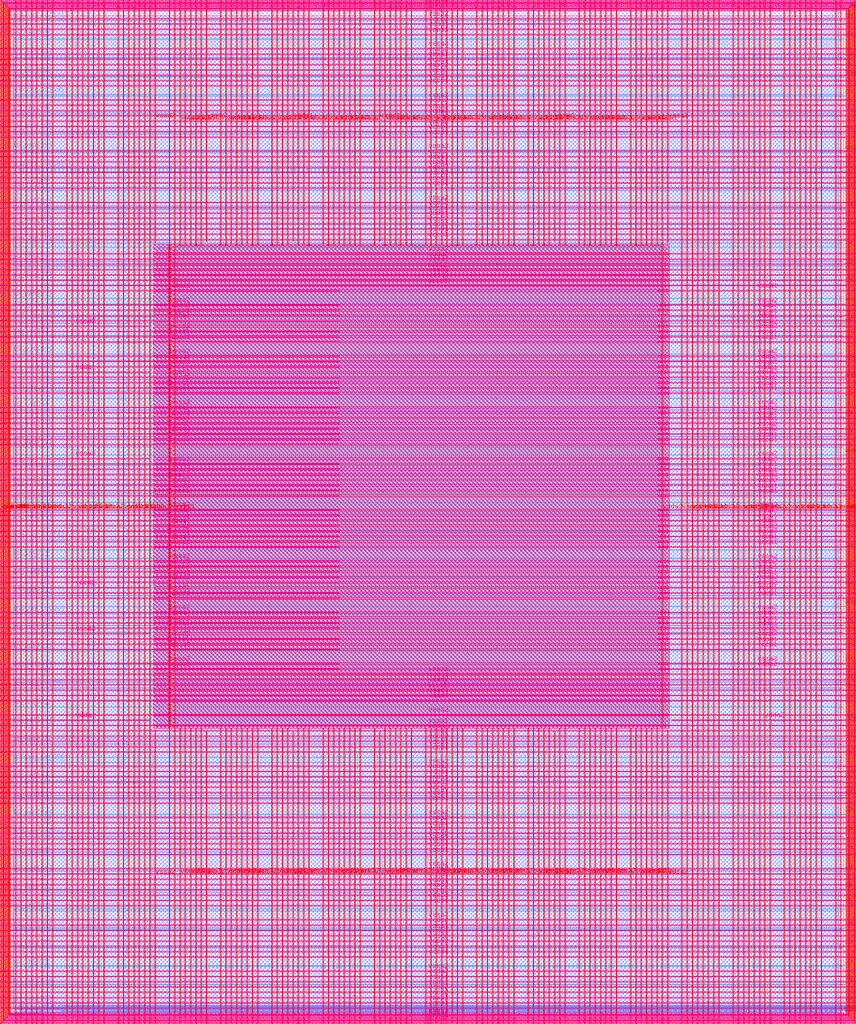
<source format=lef>
VERSION 5.7 ;
  NOWIREEXTENSIONATPIN ON ;
  DIVIDERCHAR "/" ;
  BUSBITCHARS "[]" ;
MACRO user_project_wrapper
  CLASS BLOCK ;
  FOREIGN user_project_wrapper ;
  ORIGIN 0.000 0.000 ;
  SIZE 2920.000 BY 3520.000 ;
  PIN analog_io[0]
    DIRECTION INOUT ;
    USE SIGNAL ;
    PORT
      LAYER met3 ;
        RECT 2917.600 1426.380 2924.800 1427.580 ;
    END
  END analog_io[0]
  PIN analog_io[10]
    DIRECTION INOUT ;
    USE SIGNAL ;
    PORT
      LAYER met2 ;
        RECT 2230.490 3517.600 2231.050 3524.800 ;
    END
  END analog_io[10]
  PIN analog_io[11]
    DIRECTION INOUT ;
    USE SIGNAL ;
    PORT
      LAYER met2 ;
        RECT 1905.730 3517.600 1906.290 3524.800 ;
    END
  END analog_io[11]
  PIN analog_io[12]
    DIRECTION INOUT ;
    USE SIGNAL ;
    PORT
      LAYER met2 ;
        RECT 1581.430 3517.600 1581.990 3524.800 ;
    END
  END analog_io[12]
  PIN analog_io[13]
    DIRECTION INOUT ;
    USE SIGNAL ;
    PORT
      LAYER met2 ;
        RECT 1257.130 3517.600 1257.690 3524.800 ;
    END
  END analog_io[13]
  PIN analog_io[14]
    DIRECTION INOUT ;
    USE SIGNAL ;
    PORT
      LAYER met2 ;
        RECT 932.370 3517.600 932.930 3524.800 ;
    END
  END analog_io[14]
  PIN analog_io[15]
    DIRECTION INOUT ;
    USE SIGNAL ;
    PORT
      LAYER met2 ;
        RECT 608.070 3517.600 608.630 3524.800 ;
    END
  END analog_io[15]
  PIN analog_io[16]
    DIRECTION INOUT ;
    USE SIGNAL ;
    PORT
      LAYER met2 ;
        RECT 283.770 3517.600 284.330 3524.800 ;
    END
  END analog_io[16]
  PIN analog_io[17]
    DIRECTION INOUT ;
    USE SIGNAL ;
    PORT
      LAYER met3 ;
        RECT -4.800 3486.100 2.400 3487.300 ;
    END
  END analog_io[17]
  PIN analog_io[18]
    DIRECTION INOUT ;
    USE SIGNAL ;
    PORT
      LAYER met3 ;
        RECT -4.800 3224.980 2.400 3226.180 ;
    END
  END analog_io[18]
  PIN analog_io[19]
    DIRECTION INOUT ;
    USE SIGNAL ;
    PORT
      LAYER met3 ;
        RECT -4.800 2964.540 2.400 2965.740 ;
    END
  END analog_io[19]
  PIN analog_io[1]
    DIRECTION INOUT ;
    USE SIGNAL ;
    PORT
      LAYER met3 ;
        RECT 2917.600 1692.260 2924.800 1693.460 ;
    END
  END analog_io[1]
  PIN analog_io[20]
    DIRECTION INOUT ;
    USE SIGNAL ;
    PORT
      LAYER met3 ;
        RECT -4.800 2703.420 2.400 2704.620 ;
    END
  END analog_io[20]
  PIN analog_io[21]
    DIRECTION INOUT ;
    USE SIGNAL ;
    PORT
      LAYER met3 ;
        RECT -4.800 2442.980 2.400 2444.180 ;
    END
  END analog_io[21]
  PIN analog_io[22]
    DIRECTION INOUT ;
    USE SIGNAL ;
    PORT
      LAYER met3 ;
        RECT -4.800 2182.540 2.400 2183.740 ;
    END
  END analog_io[22]
  PIN analog_io[23]
    DIRECTION INOUT ;
    USE SIGNAL ;
    PORT
      LAYER met3 ;
        RECT -4.800 1921.420 2.400 1922.620 ;
    END
  END analog_io[23]
  PIN analog_io[24]
    DIRECTION INOUT ;
    USE SIGNAL ;
    PORT
      LAYER met3 ;
        RECT -4.800 1660.980 2.400 1662.180 ;
    END
  END analog_io[24]
  PIN analog_io[25]
    DIRECTION INOUT ;
    USE SIGNAL ;
    PORT
      LAYER met3 ;
        RECT -4.800 1399.860 2.400 1401.060 ;
    END
  END analog_io[25]
  PIN analog_io[26]
    DIRECTION INOUT ;
    USE SIGNAL ;
    PORT
      LAYER met3 ;
        RECT -4.800 1139.420 2.400 1140.620 ;
    END
  END analog_io[26]
  PIN analog_io[27]
    DIRECTION INOUT ;
    USE SIGNAL ;
    PORT
      LAYER met3 ;
        RECT -4.800 878.980 2.400 880.180 ;
    END
  END analog_io[27]
  PIN analog_io[28]
    DIRECTION INOUT ;
    USE SIGNAL ;
    PORT
      LAYER met3 ;
        RECT -4.800 617.860 2.400 619.060 ;
    END
  END analog_io[28]
  PIN analog_io[2]
    DIRECTION INOUT ;
    USE SIGNAL ;
    PORT
      LAYER met3 ;
        RECT 2917.600 1958.140 2924.800 1959.340 ;
    END
  END analog_io[2]
  PIN analog_io[3]
    DIRECTION INOUT ;
    USE SIGNAL ;
    PORT
      LAYER met3 ;
        RECT 2917.600 2223.340 2924.800 2224.540 ;
    END
  END analog_io[3]
  PIN analog_io[4]
    DIRECTION INOUT ;
    USE SIGNAL ;
    PORT
      LAYER met3 ;
        RECT 2917.600 2489.220 2924.800 2490.420 ;
    END
  END analog_io[4]
  PIN analog_io[5]
    DIRECTION INOUT ;
    USE SIGNAL ;
    PORT
      LAYER met3 ;
        RECT 2917.600 2755.100 2924.800 2756.300 ;
    END
  END analog_io[5]
  PIN analog_io[6]
    DIRECTION INOUT ;
    USE SIGNAL ;
    PORT
      LAYER met3 ;
        RECT 2917.600 3020.300 2924.800 3021.500 ;
    END
  END analog_io[6]
  PIN analog_io[7]
    DIRECTION INOUT ;
    USE SIGNAL ;
    PORT
      LAYER met3 ;
        RECT 2917.600 3286.180 2924.800 3287.380 ;
    END
  END analog_io[7]
  PIN analog_io[8]
    DIRECTION INOUT ;
    USE SIGNAL ;
    PORT
      LAYER met2 ;
        RECT 2879.090 3517.600 2879.650 3524.800 ;
    END
  END analog_io[8]
  PIN analog_io[9]
    DIRECTION INOUT ;
    USE SIGNAL ;
    PORT
      LAYER met2 ;
        RECT 2554.790 3517.600 2555.350 3524.800 ;
    END
  END analog_io[9]
  PIN io_in[0]
    DIRECTION INPUT ;
    USE SIGNAL ;
    PORT
      LAYER met3 ;
        RECT 2917.600 32.380 2924.800 33.580 ;
    END
  END io_in[0]
  PIN io_in[10]
    DIRECTION INPUT ;
    USE SIGNAL ;
    PORT
      LAYER met3 ;
        RECT 2917.600 2289.980 2924.800 2291.180 ;
    END
  END io_in[10]
  PIN io_in[11]
    DIRECTION INPUT ;
    USE SIGNAL ;
    PORT
      LAYER met3 ;
        RECT 2917.600 2555.860 2924.800 2557.060 ;
    END
  END io_in[11]
  PIN io_in[12]
    DIRECTION INPUT ;
    USE SIGNAL ;
    PORT
      LAYER met3 ;
        RECT 2917.600 2821.060 2924.800 2822.260 ;
    END
  END io_in[12]
  PIN io_in[13]
    DIRECTION INPUT ;
    USE SIGNAL ;
    PORT
      LAYER met3 ;
        RECT 2917.600 3086.940 2924.800 3088.140 ;
    END
  END io_in[13]
  PIN io_in[14]
    DIRECTION INPUT ;
    USE SIGNAL ;
    PORT
      LAYER met3 ;
        RECT 2917.600 3352.820 2924.800 3354.020 ;
    END
  END io_in[14]
  PIN io_in[15]
    DIRECTION INPUT ;
    USE SIGNAL ;
    PORT
      LAYER met2 ;
        RECT 2798.130 3517.600 2798.690 3524.800 ;
    END
  END io_in[15]
  PIN io_in[16]
    DIRECTION INPUT ;
    USE SIGNAL ;
    PORT
      LAYER met2 ;
        RECT 2473.830 3517.600 2474.390 3524.800 ;
    END
  END io_in[16]
  PIN io_in[17]
    DIRECTION INPUT ;
    USE SIGNAL ;
    PORT
      LAYER met2 ;
        RECT 2149.070 3517.600 2149.630 3524.800 ;
    END
  END io_in[17]
  PIN io_in[18]
    DIRECTION INPUT ;
    USE SIGNAL ;
    PORT
      LAYER met2 ;
        RECT 1824.770 3517.600 1825.330 3524.800 ;
    END
  END io_in[18]
  PIN io_in[19]
    DIRECTION INPUT ;
    USE SIGNAL ;
    PORT
      LAYER met2 ;
        RECT 1500.470 3517.600 1501.030 3524.800 ;
    END
  END io_in[19]
  PIN io_in[1]
    DIRECTION INPUT ;
    USE SIGNAL ;
    PORT
      LAYER met3 ;
        RECT 2917.600 230.940 2924.800 232.140 ;
    END
  END io_in[1]
  PIN io_in[20]
    DIRECTION INPUT ;
    USE SIGNAL ;
    PORT
      LAYER met2 ;
        RECT 1175.710 3517.600 1176.270 3524.800 ;
    END
  END io_in[20]
  PIN io_in[21]
    DIRECTION INPUT ;
    USE SIGNAL ;
    PORT
      LAYER met2 ;
        RECT 851.410 3517.600 851.970 3524.800 ;
    END
  END io_in[21]
  PIN io_in[22]
    DIRECTION INPUT ;
    USE SIGNAL ;
    PORT
      LAYER met2 ;
        RECT 527.110 3517.600 527.670 3524.800 ;
    END
  END io_in[22]
  PIN io_in[23]
    DIRECTION INPUT ;
    USE SIGNAL ;
    PORT
      LAYER met2 ;
        RECT 202.350 3517.600 202.910 3524.800 ;
    END
  END io_in[23]
  PIN io_in[24]
    DIRECTION INPUT ;
    USE SIGNAL ;
    PORT
      LAYER met3 ;
        RECT -4.800 3420.820 2.400 3422.020 ;
    END
  END io_in[24]
  PIN io_in[25]
    DIRECTION INPUT ;
    USE SIGNAL ;
    PORT
      LAYER met3 ;
        RECT -4.800 3159.700 2.400 3160.900 ;
    END
  END io_in[25]
  PIN io_in[26]
    DIRECTION INPUT ;
    USE SIGNAL ;
    PORT
      LAYER met3 ;
        RECT -4.800 2899.260 2.400 2900.460 ;
    END
  END io_in[26]
  PIN io_in[27]
    DIRECTION INPUT ;
    USE SIGNAL ;
    PORT
      LAYER met3 ;
        RECT -4.800 2638.820 2.400 2640.020 ;
    END
  END io_in[27]
  PIN io_in[28]
    DIRECTION INPUT ;
    USE SIGNAL ;
    PORT
      LAYER met3 ;
        RECT -4.800 2377.700 2.400 2378.900 ;
    END
  END io_in[28]
  PIN io_in[29]
    DIRECTION INPUT ;
    USE SIGNAL ;
    PORT
      LAYER met3 ;
        RECT -4.800 2117.260 2.400 2118.460 ;
    END
  END io_in[29]
  PIN io_in[2]
    DIRECTION INPUT ;
    USE SIGNAL ;
    PORT
      LAYER met3 ;
        RECT 2917.600 430.180 2924.800 431.380 ;
    END
  END io_in[2]
  PIN io_in[30]
    DIRECTION INPUT ;
    USE SIGNAL ;
    PORT
      LAYER met3 ;
        RECT -4.800 1856.140 2.400 1857.340 ;
    END
  END io_in[30]
  PIN io_in[31]
    DIRECTION INPUT ;
    USE SIGNAL ;
    PORT
      LAYER met3 ;
        RECT -4.800 1595.700 2.400 1596.900 ;
    END
  END io_in[31]
  PIN io_in[32]
    DIRECTION INPUT ;
    USE SIGNAL ;
    PORT
      LAYER met3 ;
        RECT -4.800 1335.260 2.400 1336.460 ;
    END
  END io_in[32]
  PIN io_in[33]
    DIRECTION INPUT ;
    USE SIGNAL ;
    PORT
      LAYER met3 ;
        RECT -4.800 1074.140 2.400 1075.340 ;
    END
  END io_in[33]
  PIN io_in[34]
    DIRECTION INPUT ;
    USE SIGNAL ;
    PORT
      LAYER met3 ;
        RECT -4.800 813.700 2.400 814.900 ;
    END
  END io_in[34]
  PIN io_in[35]
    DIRECTION INPUT ;
    USE SIGNAL ;
    PORT
      LAYER met3 ;
        RECT -4.800 552.580 2.400 553.780 ;
    END
  END io_in[35]
  PIN io_in[36]
    DIRECTION INPUT ;
    USE SIGNAL ;
    PORT
      LAYER met3 ;
        RECT -4.800 357.420 2.400 358.620 ;
    END
  END io_in[36]
  PIN io_in[37]
    DIRECTION INPUT ;
    USE SIGNAL ;
    PORT
      LAYER met3 ;
        RECT -4.800 161.580 2.400 162.780 ;
    END
  END io_in[37]
  PIN io_in[3]
    DIRECTION INPUT ;
    USE SIGNAL ;
    PORT
      LAYER met3 ;
        RECT 2917.600 629.420 2924.800 630.620 ;
    END
  END io_in[3]
  PIN io_in[4]
    DIRECTION INPUT ;
    USE SIGNAL ;
    PORT
      LAYER met3 ;
        RECT 2917.600 828.660 2924.800 829.860 ;
    END
  END io_in[4]
  PIN io_in[5]
    DIRECTION INPUT ;
    USE SIGNAL ;
    PORT
      LAYER met3 ;
        RECT 2917.600 1027.900 2924.800 1029.100 ;
    END
  END io_in[5]
  PIN io_in[6]
    DIRECTION INPUT ;
    USE SIGNAL ;
    PORT
      LAYER met3 ;
        RECT 2917.600 1227.140 2924.800 1228.340 ;
    END
  END io_in[6]
  PIN io_in[7]
    DIRECTION INPUT ;
    USE SIGNAL ;
    PORT
      LAYER met3 ;
        RECT 2917.600 1493.020 2924.800 1494.220 ;
    END
  END io_in[7]
  PIN io_in[8]
    DIRECTION INPUT ;
    USE SIGNAL ;
    PORT
      LAYER met3 ;
        RECT 2917.600 1758.900 2924.800 1760.100 ;
    END
  END io_in[8]
  PIN io_in[9]
    DIRECTION INPUT ;
    USE SIGNAL ;
    PORT
      LAYER met3 ;
        RECT 2917.600 2024.100 2924.800 2025.300 ;
    END
  END io_in[9]
  PIN io_oeb[0]
    DIRECTION OUTPUT TRISTATE ;
    USE SIGNAL ;
    PORT
      LAYER met3 ;
        RECT 2917.600 164.980 2924.800 166.180 ;
    END
  END io_oeb[0]
  PIN io_oeb[10]
    DIRECTION OUTPUT TRISTATE ;
    USE SIGNAL ;
    PORT
      LAYER met3 ;
        RECT 2917.600 2422.580 2924.800 2423.780 ;
    END
  END io_oeb[10]
  PIN io_oeb[11]
    DIRECTION OUTPUT TRISTATE ;
    USE SIGNAL ;
    PORT
      LAYER met3 ;
        RECT 2917.600 2688.460 2924.800 2689.660 ;
    END
  END io_oeb[11]
  PIN io_oeb[12]
    DIRECTION OUTPUT TRISTATE ;
    USE SIGNAL ;
    PORT
      LAYER met3 ;
        RECT 2917.600 2954.340 2924.800 2955.540 ;
    END
  END io_oeb[12]
  PIN io_oeb[13]
    DIRECTION OUTPUT TRISTATE ;
    USE SIGNAL ;
    PORT
      LAYER met3 ;
        RECT 2917.600 3219.540 2924.800 3220.740 ;
    END
  END io_oeb[13]
  PIN io_oeb[14]
    DIRECTION OUTPUT TRISTATE ;
    USE SIGNAL ;
    PORT
      LAYER met3 ;
        RECT 2917.600 3485.420 2924.800 3486.620 ;
    END
  END io_oeb[14]
  PIN io_oeb[15]
    DIRECTION OUTPUT TRISTATE ;
    USE SIGNAL ;
    PORT
      LAYER met2 ;
        RECT 2635.750 3517.600 2636.310 3524.800 ;
    END
  END io_oeb[15]
  PIN io_oeb[16]
    DIRECTION OUTPUT TRISTATE ;
    USE SIGNAL ;
    PORT
      LAYER met2 ;
        RECT 2311.450 3517.600 2312.010 3524.800 ;
    END
  END io_oeb[16]
  PIN io_oeb[17]
    DIRECTION OUTPUT TRISTATE ;
    USE SIGNAL ;
    PORT
      LAYER met2 ;
        RECT 1987.150 3517.600 1987.710 3524.800 ;
    END
  END io_oeb[17]
  PIN io_oeb[18]
    DIRECTION OUTPUT TRISTATE ;
    USE SIGNAL ;
    PORT
      LAYER met2 ;
        RECT 1662.390 3517.600 1662.950 3524.800 ;
    END
  END io_oeb[18]
  PIN io_oeb[19]
    DIRECTION OUTPUT TRISTATE ;
    USE SIGNAL ;
    PORT
      LAYER met2 ;
        RECT 1338.090 3517.600 1338.650 3524.800 ;
    END
  END io_oeb[19]
  PIN io_oeb[1]
    DIRECTION OUTPUT TRISTATE ;
    USE SIGNAL ;
    PORT
      LAYER met3 ;
        RECT 2917.600 364.220 2924.800 365.420 ;
    END
  END io_oeb[1]
  PIN io_oeb[20]
    DIRECTION OUTPUT TRISTATE ;
    USE SIGNAL ;
    PORT
      LAYER met2 ;
        RECT 1013.790 3517.600 1014.350 3524.800 ;
    END
  END io_oeb[20]
  PIN io_oeb[21]
    DIRECTION OUTPUT TRISTATE ;
    USE SIGNAL ;
    PORT
      LAYER met2 ;
        RECT 689.030 3517.600 689.590 3524.800 ;
    END
  END io_oeb[21]
  PIN io_oeb[22]
    DIRECTION OUTPUT TRISTATE ;
    USE SIGNAL ;
    PORT
      LAYER met2 ;
        RECT 364.730 3517.600 365.290 3524.800 ;
    END
  END io_oeb[22]
  PIN io_oeb[23]
    DIRECTION OUTPUT TRISTATE ;
    USE SIGNAL ;
    PORT
      LAYER met2 ;
        RECT 40.430 3517.600 40.990 3524.800 ;
    END
  END io_oeb[23]
  PIN io_oeb[24]
    DIRECTION OUTPUT TRISTATE ;
    USE SIGNAL ;
    PORT
      LAYER met3 ;
        RECT -4.800 3290.260 2.400 3291.460 ;
    END
  END io_oeb[24]
  PIN io_oeb[25]
    DIRECTION OUTPUT TRISTATE ;
    USE SIGNAL ;
    PORT
      LAYER met3 ;
        RECT -4.800 3029.820 2.400 3031.020 ;
    END
  END io_oeb[25]
  PIN io_oeb[26]
    DIRECTION OUTPUT TRISTATE ;
    USE SIGNAL ;
    PORT
      LAYER met3 ;
        RECT -4.800 2768.700 2.400 2769.900 ;
    END
  END io_oeb[26]
  PIN io_oeb[27]
    DIRECTION OUTPUT TRISTATE ;
    USE SIGNAL ;
    PORT
      LAYER met3 ;
        RECT -4.800 2508.260 2.400 2509.460 ;
    END
  END io_oeb[27]
  PIN io_oeb[28]
    DIRECTION OUTPUT TRISTATE ;
    USE SIGNAL ;
    PORT
      LAYER met3 ;
        RECT -4.800 2247.140 2.400 2248.340 ;
    END
  END io_oeb[28]
  PIN io_oeb[29]
    DIRECTION OUTPUT TRISTATE ;
    USE SIGNAL ;
    PORT
      LAYER met3 ;
        RECT -4.800 1986.700 2.400 1987.900 ;
    END
  END io_oeb[29]
  PIN io_oeb[2]
    DIRECTION OUTPUT TRISTATE ;
    USE SIGNAL ;
    PORT
      LAYER met3 ;
        RECT 2917.600 563.460 2924.800 564.660 ;
    END
  END io_oeb[2]
  PIN io_oeb[30]
    DIRECTION OUTPUT TRISTATE ;
    USE SIGNAL ;
    PORT
      LAYER met3 ;
        RECT -4.800 1726.260 2.400 1727.460 ;
    END
  END io_oeb[30]
  PIN io_oeb[31]
    DIRECTION OUTPUT TRISTATE ;
    USE SIGNAL ;
    PORT
      LAYER met3 ;
        RECT -4.800 1465.140 2.400 1466.340 ;
    END
  END io_oeb[31]
  PIN io_oeb[32]
    DIRECTION OUTPUT TRISTATE ;
    USE SIGNAL ;
    PORT
      LAYER met3 ;
        RECT -4.800 1204.700 2.400 1205.900 ;
    END
  END io_oeb[32]
  PIN io_oeb[33]
    DIRECTION OUTPUT TRISTATE ;
    USE SIGNAL ;
    PORT
      LAYER met3 ;
        RECT -4.800 943.580 2.400 944.780 ;
    END
  END io_oeb[33]
  PIN io_oeb[34]
    DIRECTION OUTPUT TRISTATE ;
    USE SIGNAL ;
    PORT
      LAYER met3 ;
        RECT -4.800 683.140 2.400 684.340 ;
    END
  END io_oeb[34]
  PIN io_oeb[35]
    DIRECTION OUTPUT TRISTATE ;
    USE SIGNAL ;
    PORT
      LAYER met3 ;
        RECT -4.800 422.700 2.400 423.900 ;
    END
  END io_oeb[35]
  PIN io_oeb[36]
    DIRECTION OUTPUT TRISTATE ;
    USE SIGNAL ;
    PORT
      LAYER met3 ;
        RECT -4.800 226.860 2.400 228.060 ;
    END
  END io_oeb[36]
  PIN io_oeb[37]
    DIRECTION OUTPUT TRISTATE ;
    USE SIGNAL ;
    PORT
      LAYER met3 ;
        RECT -4.800 31.700 2.400 32.900 ;
    END
  END io_oeb[37]
  PIN io_oeb[3]
    DIRECTION OUTPUT TRISTATE ;
    USE SIGNAL ;
    PORT
      LAYER met3 ;
        RECT 2917.600 762.700 2924.800 763.900 ;
    END
  END io_oeb[3]
  PIN io_oeb[4]
    DIRECTION OUTPUT TRISTATE ;
    USE SIGNAL ;
    PORT
      LAYER met3 ;
        RECT 2917.600 961.940 2924.800 963.140 ;
    END
  END io_oeb[4]
  PIN io_oeb[5]
    DIRECTION OUTPUT TRISTATE ;
    USE SIGNAL ;
    PORT
      LAYER met3 ;
        RECT 2917.600 1161.180 2924.800 1162.380 ;
    END
  END io_oeb[5]
  PIN io_oeb[6]
    DIRECTION OUTPUT TRISTATE ;
    USE SIGNAL ;
    PORT
      LAYER met3 ;
        RECT 2917.600 1360.420 2924.800 1361.620 ;
    END
  END io_oeb[6]
  PIN io_oeb[7]
    DIRECTION OUTPUT TRISTATE ;
    USE SIGNAL ;
    PORT
      LAYER met3 ;
        RECT 2917.600 1625.620 2924.800 1626.820 ;
    END
  END io_oeb[7]
  PIN io_oeb[8]
    DIRECTION OUTPUT TRISTATE ;
    USE SIGNAL ;
    PORT
      LAYER met3 ;
        RECT 2917.600 1891.500 2924.800 1892.700 ;
    END
  END io_oeb[8]
  PIN io_oeb[9]
    DIRECTION OUTPUT TRISTATE ;
    USE SIGNAL ;
    PORT
      LAYER met3 ;
        RECT 2917.600 2157.380 2924.800 2158.580 ;
    END
  END io_oeb[9]
  PIN io_out[0]
    DIRECTION OUTPUT TRISTATE ;
    USE SIGNAL ;
    PORT
      LAYER met3 ;
        RECT 2917.600 98.340 2924.800 99.540 ;
    END
  END io_out[0]
  PIN io_out[10]
    DIRECTION OUTPUT TRISTATE ;
    USE SIGNAL ;
    PORT
      LAYER met3 ;
        RECT 2917.600 2356.620 2924.800 2357.820 ;
    END
  END io_out[10]
  PIN io_out[11]
    DIRECTION OUTPUT TRISTATE ;
    USE SIGNAL ;
    PORT
      LAYER met3 ;
        RECT 2917.600 2621.820 2924.800 2623.020 ;
    END
  END io_out[11]
  PIN io_out[12]
    DIRECTION OUTPUT TRISTATE ;
    USE SIGNAL ;
    PORT
      LAYER met3 ;
        RECT 2917.600 2887.700 2924.800 2888.900 ;
    END
  END io_out[12]
  PIN io_out[13]
    DIRECTION OUTPUT TRISTATE ;
    USE SIGNAL ;
    PORT
      LAYER met3 ;
        RECT 2917.600 3153.580 2924.800 3154.780 ;
    END
  END io_out[13]
  PIN io_out[14]
    DIRECTION OUTPUT TRISTATE ;
    USE SIGNAL ;
    PORT
      LAYER met3 ;
        RECT 2917.600 3418.780 2924.800 3419.980 ;
    END
  END io_out[14]
  PIN io_out[15]
    DIRECTION OUTPUT TRISTATE ;
    USE SIGNAL ;
    PORT
      LAYER met2 ;
        RECT 2717.170 3517.600 2717.730 3524.800 ;
    END
  END io_out[15]
  PIN io_out[16]
    DIRECTION OUTPUT TRISTATE ;
    USE SIGNAL ;
    PORT
      LAYER met2 ;
        RECT 2392.410 3517.600 2392.970 3524.800 ;
    END
  END io_out[16]
  PIN io_out[17]
    DIRECTION OUTPUT TRISTATE ;
    USE SIGNAL ;
    PORT
      LAYER met2 ;
        RECT 2068.110 3517.600 2068.670 3524.800 ;
    END
  END io_out[17]
  PIN io_out[18]
    DIRECTION OUTPUT TRISTATE ;
    USE SIGNAL ;
    PORT
      LAYER met2 ;
        RECT 1743.810 3517.600 1744.370 3524.800 ;
    END
  END io_out[18]
  PIN io_out[19]
    DIRECTION OUTPUT TRISTATE ;
    USE SIGNAL ;
    PORT
      LAYER met2 ;
        RECT 1419.050 3517.600 1419.610 3524.800 ;
    END
  END io_out[19]
  PIN io_out[1]
    DIRECTION OUTPUT TRISTATE ;
    USE SIGNAL ;
    PORT
      LAYER met3 ;
        RECT 2917.600 297.580 2924.800 298.780 ;
    END
  END io_out[1]
  PIN io_out[20]
    DIRECTION OUTPUT TRISTATE ;
    USE SIGNAL ;
    PORT
      LAYER met2 ;
        RECT 1094.750 3517.600 1095.310 3524.800 ;
    END
  END io_out[20]
  PIN io_out[21]
    DIRECTION OUTPUT TRISTATE ;
    USE SIGNAL ;
    PORT
      LAYER met2 ;
        RECT 770.450 3517.600 771.010 3524.800 ;
    END
  END io_out[21]
  PIN io_out[22]
    DIRECTION OUTPUT TRISTATE ;
    USE SIGNAL ;
    PORT
      LAYER met2 ;
        RECT 445.690 3517.600 446.250 3524.800 ;
    END
  END io_out[22]
  PIN io_out[23]
    DIRECTION OUTPUT TRISTATE ;
    USE SIGNAL ;
    PORT
      LAYER met2 ;
        RECT 121.390 3517.600 121.950 3524.800 ;
    END
  END io_out[23]
  PIN io_out[24]
    DIRECTION OUTPUT TRISTATE ;
    USE SIGNAL ;
    PORT
      LAYER met3 ;
        RECT -4.800 3355.540 2.400 3356.740 ;
    END
  END io_out[24]
  PIN io_out[25]
    DIRECTION OUTPUT TRISTATE ;
    USE SIGNAL ;
    PORT
      LAYER met3 ;
        RECT -4.800 3095.100 2.400 3096.300 ;
    END
  END io_out[25]
  PIN io_out[26]
    DIRECTION OUTPUT TRISTATE ;
    USE SIGNAL ;
    PORT
      LAYER met3 ;
        RECT -4.800 2833.980 2.400 2835.180 ;
    END
  END io_out[26]
  PIN io_out[27]
    DIRECTION OUTPUT TRISTATE ;
    USE SIGNAL ;
    PORT
      LAYER met3 ;
        RECT -4.800 2573.540 2.400 2574.740 ;
    END
  END io_out[27]
  PIN io_out[28]
    DIRECTION OUTPUT TRISTATE ;
    USE SIGNAL ;
    PORT
      LAYER met3 ;
        RECT -4.800 2312.420 2.400 2313.620 ;
    END
  END io_out[28]
  PIN io_out[29]
    DIRECTION OUTPUT TRISTATE ;
    USE SIGNAL ;
    PORT
      LAYER met3 ;
        RECT -4.800 2051.980 2.400 2053.180 ;
    END
  END io_out[29]
  PIN io_out[2]
    DIRECTION OUTPUT TRISTATE ;
    USE SIGNAL ;
    PORT
      LAYER met3 ;
        RECT 2917.600 496.820 2924.800 498.020 ;
    END
  END io_out[2]
  PIN io_out[30]
    DIRECTION OUTPUT TRISTATE ;
    USE SIGNAL ;
    PORT
      LAYER met3 ;
        RECT -4.800 1791.540 2.400 1792.740 ;
    END
  END io_out[30]
  PIN io_out[31]
    DIRECTION OUTPUT TRISTATE ;
    USE SIGNAL ;
    PORT
      LAYER met3 ;
        RECT -4.800 1530.420 2.400 1531.620 ;
    END
  END io_out[31]
  PIN io_out[32]
    DIRECTION OUTPUT TRISTATE ;
    USE SIGNAL ;
    PORT
      LAYER met3 ;
        RECT -4.800 1269.980 2.400 1271.180 ;
    END
  END io_out[32]
  PIN io_out[33]
    DIRECTION OUTPUT TRISTATE ;
    USE SIGNAL ;
    PORT
      LAYER met3 ;
        RECT -4.800 1008.860 2.400 1010.060 ;
    END
  END io_out[33]
  PIN io_out[34]
    DIRECTION OUTPUT TRISTATE ;
    USE SIGNAL ;
    PORT
      LAYER met3 ;
        RECT -4.800 748.420 2.400 749.620 ;
    END
  END io_out[34]
  PIN io_out[35]
    DIRECTION OUTPUT TRISTATE ;
    USE SIGNAL ;
    PORT
      LAYER met3 ;
        RECT -4.800 487.300 2.400 488.500 ;
    END
  END io_out[35]
  PIN io_out[36]
    DIRECTION OUTPUT TRISTATE ;
    USE SIGNAL ;
    PORT
      LAYER met3 ;
        RECT -4.800 292.140 2.400 293.340 ;
    END
  END io_out[36]
  PIN io_out[37]
    DIRECTION OUTPUT TRISTATE ;
    USE SIGNAL ;
    PORT
      LAYER met3 ;
        RECT -4.800 96.300 2.400 97.500 ;
    END
  END io_out[37]
  PIN io_out[3]
    DIRECTION OUTPUT TRISTATE ;
    USE SIGNAL ;
    PORT
      LAYER met3 ;
        RECT 2917.600 696.060 2924.800 697.260 ;
    END
  END io_out[3]
  PIN io_out[4]
    DIRECTION OUTPUT TRISTATE ;
    USE SIGNAL ;
    PORT
      LAYER met3 ;
        RECT 2917.600 895.300 2924.800 896.500 ;
    END
  END io_out[4]
  PIN io_out[5]
    DIRECTION OUTPUT TRISTATE ;
    USE SIGNAL ;
    PORT
      LAYER met3 ;
        RECT 2917.600 1094.540 2924.800 1095.740 ;
    END
  END io_out[5]
  PIN io_out[6]
    DIRECTION OUTPUT TRISTATE ;
    USE SIGNAL ;
    PORT
      LAYER met3 ;
        RECT 2917.600 1293.780 2924.800 1294.980 ;
    END
  END io_out[6]
  PIN io_out[7]
    DIRECTION OUTPUT TRISTATE ;
    USE SIGNAL ;
    PORT
      LAYER met3 ;
        RECT 2917.600 1559.660 2924.800 1560.860 ;
    END
  END io_out[7]
  PIN io_out[8]
    DIRECTION OUTPUT TRISTATE ;
    USE SIGNAL ;
    PORT
      LAYER met3 ;
        RECT 2917.600 1824.860 2924.800 1826.060 ;
    END
  END io_out[8]
  PIN io_out[9]
    DIRECTION OUTPUT TRISTATE ;
    USE SIGNAL ;
    PORT
      LAYER met3 ;
        RECT 2917.600 2090.740 2924.800 2091.940 ;
    END
  END io_out[9]
  PIN la_data_in[0]
    DIRECTION INPUT ;
    USE SIGNAL ;
    PORT
      LAYER met2 ;
        RECT 629.230 -4.800 629.790 2.400 ;
    END
  END la_data_in[0]
  PIN la_data_in[100]
    DIRECTION INPUT ;
    USE SIGNAL ;
    PORT
      LAYER met2 ;
        RECT 2402.530 -4.800 2403.090 2.400 ;
    END
  END la_data_in[100]
  PIN la_data_in[101]
    DIRECTION INPUT ;
    USE SIGNAL ;
    PORT
      LAYER met2 ;
        RECT 2420.010 -4.800 2420.570 2.400 ;
    END
  END la_data_in[101]
  PIN la_data_in[102]
    DIRECTION INPUT ;
    USE SIGNAL ;
    PORT
      LAYER met2 ;
        RECT 2437.950 -4.800 2438.510 2.400 ;
    END
  END la_data_in[102]
  PIN la_data_in[103]
    DIRECTION INPUT ;
    USE SIGNAL ;
    PORT
      LAYER met2 ;
        RECT 2455.430 -4.800 2455.990 2.400 ;
    END
  END la_data_in[103]
  PIN la_data_in[104]
    DIRECTION INPUT ;
    USE SIGNAL ;
    PORT
      LAYER met2 ;
        RECT 2473.370 -4.800 2473.930 2.400 ;
    END
  END la_data_in[104]
  PIN la_data_in[105]
    DIRECTION INPUT ;
    USE SIGNAL ;
    PORT
      LAYER met2 ;
        RECT 2490.850 -4.800 2491.410 2.400 ;
    END
  END la_data_in[105]
  PIN la_data_in[106]
    DIRECTION INPUT ;
    USE SIGNAL ;
    PORT
      LAYER met2 ;
        RECT 2508.790 -4.800 2509.350 2.400 ;
    END
  END la_data_in[106]
  PIN la_data_in[107]
    DIRECTION INPUT ;
    USE SIGNAL ;
    PORT
      LAYER met2 ;
        RECT 2526.730 -4.800 2527.290 2.400 ;
    END
  END la_data_in[107]
  PIN la_data_in[108]
    DIRECTION INPUT ;
    USE SIGNAL ;
    PORT
      LAYER met2 ;
        RECT 2544.210 -4.800 2544.770 2.400 ;
    END
  END la_data_in[108]
  PIN la_data_in[109]
    DIRECTION INPUT ;
    USE SIGNAL ;
    PORT
      LAYER met2 ;
        RECT 2562.150 -4.800 2562.710 2.400 ;
    END
  END la_data_in[109]
  PIN la_data_in[10]
    DIRECTION INPUT ;
    USE SIGNAL ;
    PORT
      LAYER met2 ;
        RECT 806.330 -4.800 806.890 2.400 ;
    END
  END la_data_in[10]
  PIN la_data_in[110]
    DIRECTION INPUT ;
    USE SIGNAL ;
    PORT
      LAYER met2 ;
        RECT 2579.630 -4.800 2580.190 2.400 ;
    END
  END la_data_in[110]
  PIN la_data_in[111]
    DIRECTION INPUT ;
    USE SIGNAL ;
    PORT
      LAYER met2 ;
        RECT 2597.570 -4.800 2598.130 2.400 ;
    END
  END la_data_in[111]
  PIN la_data_in[112]
    DIRECTION INPUT ;
    USE SIGNAL ;
    PORT
      LAYER met2 ;
        RECT 2615.050 -4.800 2615.610 2.400 ;
    END
  END la_data_in[112]
  PIN la_data_in[113]
    DIRECTION INPUT ;
    USE SIGNAL ;
    PORT
      LAYER met2 ;
        RECT 2632.990 -4.800 2633.550 2.400 ;
    END
  END la_data_in[113]
  PIN la_data_in[114]
    DIRECTION INPUT ;
    USE SIGNAL ;
    PORT
      LAYER met2 ;
        RECT 2650.470 -4.800 2651.030 2.400 ;
    END
  END la_data_in[114]
  PIN la_data_in[115]
    DIRECTION INPUT ;
    USE SIGNAL ;
    PORT
      LAYER met2 ;
        RECT 2668.410 -4.800 2668.970 2.400 ;
    END
  END la_data_in[115]
  PIN la_data_in[116]
    DIRECTION INPUT ;
    USE SIGNAL ;
    PORT
      LAYER met2 ;
        RECT 2685.890 -4.800 2686.450 2.400 ;
    END
  END la_data_in[116]
  PIN la_data_in[117]
    DIRECTION INPUT ;
    USE SIGNAL ;
    PORT
      LAYER met2 ;
        RECT 2703.830 -4.800 2704.390 2.400 ;
    END
  END la_data_in[117]
  PIN la_data_in[118]
    DIRECTION INPUT ;
    USE SIGNAL ;
    PORT
      LAYER met2 ;
        RECT 2721.770 -4.800 2722.330 2.400 ;
    END
  END la_data_in[118]
  PIN la_data_in[119]
    DIRECTION INPUT ;
    USE SIGNAL ;
    PORT
      LAYER met2 ;
        RECT 2739.250 -4.800 2739.810 2.400 ;
    END
  END la_data_in[119]
  PIN la_data_in[11]
    DIRECTION INPUT ;
    USE SIGNAL ;
    PORT
      LAYER met2 ;
        RECT 824.270 -4.800 824.830 2.400 ;
    END
  END la_data_in[11]
  PIN la_data_in[120]
    DIRECTION INPUT ;
    USE SIGNAL ;
    PORT
      LAYER met2 ;
        RECT 2757.190 -4.800 2757.750 2.400 ;
    END
  END la_data_in[120]
  PIN la_data_in[121]
    DIRECTION INPUT ;
    USE SIGNAL ;
    PORT
      LAYER met2 ;
        RECT 2774.670 -4.800 2775.230 2.400 ;
    END
  END la_data_in[121]
  PIN la_data_in[122]
    DIRECTION INPUT ;
    USE SIGNAL ;
    PORT
      LAYER met2 ;
        RECT 2792.610 -4.800 2793.170 2.400 ;
    END
  END la_data_in[122]
  PIN la_data_in[123]
    DIRECTION INPUT ;
    USE SIGNAL ;
    PORT
      LAYER met2 ;
        RECT 2810.090 -4.800 2810.650 2.400 ;
    END
  END la_data_in[123]
  PIN la_data_in[124]
    DIRECTION INPUT ;
    USE SIGNAL ;
    PORT
      LAYER met2 ;
        RECT 2828.030 -4.800 2828.590 2.400 ;
    END
  END la_data_in[124]
  PIN la_data_in[125]
    DIRECTION INPUT ;
    USE SIGNAL ;
    PORT
      LAYER met2 ;
        RECT 2845.510 -4.800 2846.070 2.400 ;
    END
  END la_data_in[125]
  PIN la_data_in[126]
    DIRECTION INPUT ;
    USE SIGNAL ;
    PORT
      LAYER met2 ;
        RECT 2863.450 -4.800 2864.010 2.400 ;
    END
  END la_data_in[126]
  PIN la_data_in[127]
    DIRECTION INPUT ;
    USE SIGNAL ;
    PORT
      LAYER met2 ;
        RECT 2881.390 -4.800 2881.950 2.400 ;
    END
  END la_data_in[127]
  PIN la_data_in[12]
    DIRECTION INPUT ;
    USE SIGNAL ;
    PORT
      LAYER met2 ;
        RECT 841.750 -4.800 842.310 2.400 ;
    END
  END la_data_in[12]
  PIN la_data_in[13]
    DIRECTION INPUT ;
    USE SIGNAL ;
    PORT
      LAYER met2 ;
        RECT 859.690 -4.800 860.250 2.400 ;
    END
  END la_data_in[13]
  PIN la_data_in[14]
    DIRECTION INPUT ;
    USE SIGNAL ;
    PORT
      LAYER met2 ;
        RECT 877.170 -4.800 877.730 2.400 ;
    END
  END la_data_in[14]
  PIN la_data_in[15]
    DIRECTION INPUT ;
    USE SIGNAL ;
    PORT
      LAYER met2 ;
        RECT 895.110 -4.800 895.670 2.400 ;
    END
  END la_data_in[15]
  PIN la_data_in[16]
    DIRECTION INPUT ;
    USE SIGNAL ;
    PORT
      LAYER met2 ;
        RECT 912.590 -4.800 913.150 2.400 ;
    END
  END la_data_in[16]
  PIN la_data_in[17]
    DIRECTION INPUT ;
    USE SIGNAL ;
    PORT
      LAYER met2 ;
        RECT 930.530 -4.800 931.090 2.400 ;
    END
  END la_data_in[17]
  PIN la_data_in[18]
    DIRECTION INPUT ;
    USE SIGNAL ;
    PORT
      LAYER met2 ;
        RECT 948.470 -4.800 949.030 2.400 ;
    END
  END la_data_in[18]
  PIN la_data_in[19]
    DIRECTION INPUT ;
    USE SIGNAL ;
    PORT
      LAYER met2 ;
        RECT 965.950 -4.800 966.510 2.400 ;
    END
  END la_data_in[19]
  PIN la_data_in[1]
    DIRECTION INPUT ;
    USE SIGNAL ;
    PORT
      LAYER met2 ;
        RECT 646.710 -4.800 647.270 2.400 ;
    END
  END la_data_in[1]
  PIN la_data_in[20]
    DIRECTION INPUT ;
    USE SIGNAL ;
    PORT
      LAYER met2 ;
        RECT 983.890 -4.800 984.450 2.400 ;
    END
  END la_data_in[20]
  PIN la_data_in[21]
    DIRECTION INPUT ;
    USE SIGNAL ;
    PORT
      LAYER met2 ;
        RECT 1001.370 -4.800 1001.930 2.400 ;
    END
  END la_data_in[21]
  PIN la_data_in[22]
    DIRECTION INPUT ;
    USE SIGNAL ;
    PORT
      LAYER met2 ;
        RECT 1019.310 -4.800 1019.870 2.400 ;
    END
  END la_data_in[22]
  PIN la_data_in[23]
    DIRECTION INPUT ;
    USE SIGNAL ;
    PORT
      LAYER met2 ;
        RECT 1036.790 -4.800 1037.350 2.400 ;
    END
  END la_data_in[23]
  PIN la_data_in[24]
    DIRECTION INPUT ;
    USE SIGNAL ;
    PORT
      LAYER met2 ;
        RECT 1054.730 -4.800 1055.290 2.400 ;
    END
  END la_data_in[24]
  PIN la_data_in[25]
    DIRECTION INPUT ;
    USE SIGNAL ;
    PORT
      LAYER met2 ;
        RECT 1072.210 -4.800 1072.770 2.400 ;
    END
  END la_data_in[25]
  PIN la_data_in[26]
    DIRECTION INPUT ;
    USE SIGNAL ;
    PORT
      LAYER met2 ;
        RECT 1090.150 -4.800 1090.710 2.400 ;
    END
  END la_data_in[26]
  PIN la_data_in[27]
    DIRECTION INPUT ;
    USE SIGNAL ;
    PORT
      LAYER met2 ;
        RECT 1107.630 -4.800 1108.190 2.400 ;
    END
  END la_data_in[27]
  PIN la_data_in[28]
    DIRECTION INPUT ;
    USE SIGNAL ;
    PORT
      LAYER met2 ;
        RECT 1125.570 -4.800 1126.130 2.400 ;
    END
  END la_data_in[28]
  PIN la_data_in[29]
    DIRECTION INPUT ;
    USE SIGNAL ;
    PORT
      LAYER met2 ;
        RECT 1143.510 -4.800 1144.070 2.400 ;
    END
  END la_data_in[29]
  PIN la_data_in[2]
    DIRECTION INPUT ;
    USE SIGNAL ;
    PORT
      LAYER met2 ;
        RECT 664.650 -4.800 665.210 2.400 ;
    END
  END la_data_in[2]
  PIN la_data_in[30]
    DIRECTION INPUT ;
    USE SIGNAL ;
    PORT
      LAYER met2 ;
        RECT 1160.990 -4.800 1161.550 2.400 ;
    END
  END la_data_in[30]
  PIN la_data_in[31]
    DIRECTION INPUT ;
    USE SIGNAL ;
    PORT
      LAYER met2 ;
        RECT 1178.930 -4.800 1179.490 2.400 ;
    END
  END la_data_in[31]
  PIN la_data_in[32]
    DIRECTION INPUT ;
    USE SIGNAL ;
    PORT
      LAYER met2 ;
        RECT 1196.410 -4.800 1196.970 2.400 ;
    END
  END la_data_in[32]
  PIN la_data_in[33]
    DIRECTION INPUT ;
    USE SIGNAL ;
    PORT
      LAYER met2 ;
        RECT 1214.350 -4.800 1214.910 2.400 ;
    END
  END la_data_in[33]
  PIN la_data_in[34]
    DIRECTION INPUT ;
    USE SIGNAL ;
    PORT
      LAYER met2 ;
        RECT 1231.830 -4.800 1232.390 2.400 ;
    END
  END la_data_in[34]
  PIN la_data_in[35]
    DIRECTION INPUT ;
    USE SIGNAL ;
    PORT
      LAYER met2 ;
        RECT 1249.770 -4.800 1250.330 2.400 ;
    END
  END la_data_in[35]
  PIN la_data_in[36]
    DIRECTION INPUT ;
    USE SIGNAL ;
    PORT
      LAYER met2 ;
        RECT 1267.250 -4.800 1267.810 2.400 ;
    END
  END la_data_in[36]
  PIN la_data_in[37]
    DIRECTION INPUT ;
    USE SIGNAL ;
    PORT
      LAYER met2 ;
        RECT 1285.190 -4.800 1285.750 2.400 ;
    END
  END la_data_in[37]
  PIN la_data_in[38]
    DIRECTION INPUT ;
    USE SIGNAL ;
    PORT
      LAYER met2 ;
        RECT 1303.130 -4.800 1303.690 2.400 ;
    END
  END la_data_in[38]
  PIN la_data_in[39]
    DIRECTION INPUT ;
    USE SIGNAL ;
    PORT
      LAYER met2 ;
        RECT 1320.610 -4.800 1321.170 2.400 ;
    END
  END la_data_in[39]
  PIN la_data_in[3]
    DIRECTION INPUT ;
    USE SIGNAL ;
    PORT
      LAYER met2 ;
        RECT 682.130 -4.800 682.690 2.400 ;
    END
  END la_data_in[3]
  PIN la_data_in[40]
    DIRECTION INPUT ;
    USE SIGNAL ;
    PORT
      LAYER met2 ;
        RECT 1338.550 -4.800 1339.110 2.400 ;
    END
  END la_data_in[40]
  PIN la_data_in[41]
    DIRECTION INPUT ;
    USE SIGNAL ;
    PORT
      LAYER met2 ;
        RECT 1356.030 -4.800 1356.590 2.400 ;
    END
  END la_data_in[41]
  PIN la_data_in[42]
    DIRECTION INPUT ;
    USE SIGNAL ;
    PORT
      LAYER met2 ;
        RECT 1373.970 -4.800 1374.530 2.400 ;
    END
  END la_data_in[42]
  PIN la_data_in[43]
    DIRECTION INPUT ;
    USE SIGNAL ;
    PORT
      LAYER met2 ;
        RECT 1391.450 -4.800 1392.010 2.400 ;
    END
  END la_data_in[43]
  PIN la_data_in[44]
    DIRECTION INPUT ;
    USE SIGNAL ;
    PORT
      LAYER met2 ;
        RECT 1409.390 -4.800 1409.950 2.400 ;
    END
  END la_data_in[44]
  PIN la_data_in[45]
    DIRECTION INPUT ;
    USE SIGNAL ;
    PORT
      LAYER met2 ;
        RECT 1426.870 -4.800 1427.430 2.400 ;
    END
  END la_data_in[45]
  PIN la_data_in[46]
    DIRECTION INPUT ;
    USE SIGNAL ;
    PORT
      LAYER met2 ;
        RECT 1444.810 -4.800 1445.370 2.400 ;
    END
  END la_data_in[46]
  PIN la_data_in[47]
    DIRECTION INPUT ;
    USE SIGNAL ;
    PORT
      LAYER met2 ;
        RECT 1462.750 -4.800 1463.310 2.400 ;
    END
  END la_data_in[47]
  PIN la_data_in[48]
    DIRECTION INPUT ;
    USE SIGNAL ;
    PORT
      LAYER met2 ;
        RECT 1480.230 -4.800 1480.790 2.400 ;
    END
  END la_data_in[48]
  PIN la_data_in[49]
    DIRECTION INPUT ;
    USE SIGNAL ;
    PORT
      LAYER met2 ;
        RECT 1498.170 -4.800 1498.730 2.400 ;
    END
  END la_data_in[49]
  PIN la_data_in[4]
    DIRECTION INPUT ;
    USE SIGNAL ;
    PORT
      LAYER met2 ;
        RECT 700.070 -4.800 700.630 2.400 ;
    END
  END la_data_in[4]
  PIN la_data_in[50]
    DIRECTION INPUT ;
    USE SIGNAL ;
    PORT
      LAYER met2 ;
        RECT 1515.650 -4.800 1516.210 2.400 ;
    END
  END la_data_in[50]
  PIN la_data_in[51]
    DIRECTION INPUT ;
    USE SIGNAL ;
    PORT
      LAYER met2 ;
        RECT 1533.590 -4.800 1534.150 2.400 ;
    END
  END la_data_in[51]
  PIN la_data_in[52]
    DIRECTION INPUT ;
    USE SIGNAL ;
    PORT
      LAYER met2 ;
        RECT 1551.070 -4.800 1551.630 2.400 ;
    END
  END la_data_in[52]
  PIN la_data_in[53]
    DIRECTION INPUT ;
    USE SIGNAL ;
    PORT
      LAYER met2 ;
        RECT 1569.010 -4.800 1569.570 2.400 ;
    END
  END la_data_in[53]
  PIN la_data_in[54]
    DIRECTION INPUT ;
    USE SIGNAL ;
    PORT
      LAYER met2 ;
        RECT 1586.490 -4.800 1587.050 2.400 ;
    END
  END la_data_in[54]
  PIN la_data_in[55]
    DIRECTION INPUT ;
    USE SIGNAL ;
    PORT
      LAYER met2 ;
        RECT 1604.430 -4.800 1604.990 2.400 ;
    END
  END la_data_in[55]
  PIN la_data_in[56]
    DIRECTION INPUT ;
    USE SIGNAL ;
    PORT
      LAYER met2 ;
        RECT 1621.910 -4.800 1622.470 2.400 ;
    END
  END la_data_in[56]
  PIN la_data_in[57]
    DIRECTION INPUT ;
    USE SIGNAL ;
    PORT
      LAYER met2 ;
        RECT 1639.850 -4.800 1640.410 2.400 ;
    END
  END la_data_in[57]
  PIN la_data_in[58]
    DIRECTION INPUT ;
    USE SIGNAL ;
    PORT
      LAYER met2 ;
        RECT 1657.790 -4.800 1658.350 2.400 ;
    END
  END la_data_in[58]
  PIN la_data_in[59]
    DIRECTION INPUT ;
    USE SIGNAL ;
    PORT
      LAYER met2 ;
        RECT 1675.270 -4.800 1675.830 2.400 ;
    END
  END la_data_in[59]
  PIN la_data_in[5]
    DIRECTION INPUT ;
    USE SIGNAL ;
    PORT
      LAYER met2 ;
        RECT 717.550 -4.800 718.110 2.400 ;
    END
  END la_data_in[5]
  PIN la_data_in[60]
    DIRECTION INPUT ;
    USE SIGNAL ;
    PORT
      LAYER met2 ;
        RECT 1693.210 -4.800 1693.770 2.400 ;
    END
  END la_data_in[60]
  PIN la_data_in[61]
    DIRECTION INPUT ;
    USE SIGNAL ;
    PORT
      LAYER met2 ;
        RECT 1710.690 -4.800 1711.250 2.400 ;
    END
  END la_data_in[61]
  PIN la_data_in[62]
    DIRECTION INPUT ;
    USE SIGNAL ;
    PORT
      LAYER met2 ;
        RECT 1728.630 -4.800 1729.190 2.400 ;
    END
  END la_data_in[62]
  PIN la_data_in[63]
    DIRECTION INPUT ;
    USE SIGNAL ;
    PORT
      LAYER met2 ;
        RECT 1746.110 -4.800 1746.670 2.400 ;
    END
  END la_data_in[63]
  PIN la_data_in[64]
    DIRECTION INPUT ;
    USE SIGNAL ;
    PORT
      LAYER met2 ;
        RECT 1764.050 -4.800 1764.610 2.400 ;
    END
  END la_data_in[64]
  PIN la_data_in[65]
    DIRECTION INPUT ;
    USE SIGNAL ;
    PORT
      LAYER met2 ;
        RECT 1781.530 -4.800 1782.090 2.400 ;
    END
  END la_data_in[65]
  PIN la_data_in[66]
    DIRECTION INPUT ;
    USE SIGNAL ;
    PORT
      LAYER met2 ;
        RECT 1799.470 -4.800 1800.030 2.400 ;
    END
  END la_data_in[66]
  PIN la_data_in[67]
    DIRECTION INPUT ;
    USE SIGNAL ;
    PORT
      LAYER met2 ;
        RECT 1817.410 -4.800 1817.970 2.400 ;
    END
  END la_data_in[67]
  PIN la_data_in[68]
    DIRECTION INPUT ;
    USE SIGNAL ;
    PORT
      LAYER met2 ;
        RECT 1834.890 -4.800 1835.450 2.400 ;
    END
  END la_data_in[68]
  PIN la_data_in[69]
    DIRECTION INPUT ;
    USE SIGNAL ;
    PORT
      LAYER met2 ;
        RECT 1852.830 -4.800 1853.390 2.400 ;
    END
  END la_data_in[69]
  PIN la_data_in[6]
    DIRECTION INPUT ;
    USE SIGNAL ;
    PORT
      LAYER met2 ;
        RECT 735.490 -4.800 736.050 2.400 ;
    END
  END la_data_in[6]
  PIN la_data_in[70]
    DIRECTION INPUT ;
    USE SIGNAL ;
    PORT
      LAYER met2 ;
        RECT 1870.310 -4.800 1870.870 2.400 ;
    END
  END la_data_in[70]
  PIN la_data_in[71]
    DIRECTION INPUT ;
    USE SIGNAL ;
    PORT
      LAYER met2 ;
        RECT 1888.250 -4.800 1888.810 2.400 ;
    END
  END la_data_in[71]
  PIN la_data_in[72]
    DIRECTION INPUT ;
    USE SIGNAL ;
    PORT
      LAYER met2 ;
        RECT 1905.730 -4.800 1906.290 2.400 ;
    END
  END la_data_in[72]
  PIN la_data_in[73]
    DIRECTION INPUT ;
    USE SIGNAL ;
    PORT
      LAYER met2 ;
        RECT 1923.670 -4.800 1924.230 2.400 ;
    END
  END la_data_in[73]
  PIN la_data_in[74]
    DIRECTION INPUT ;
    USE SIGNAL ;
    PORT
      LAYER met2 ;
        RECT 1941.150 -4.800 1941.710 2.400 ;
    END
  END la_data_in[74]
  PIN la_data_in[75]
    DIRECTION INPUT ;
    USE SIGNAL ;
    PORT
      LAYER met2 ;
        RECT 1959.090 -4.800 1959.650 2.400 ;
    END
  END la_data_in[75]
  PIN la_data_in[76]
    DIRECTION INPUT ;
    USE SIGNAL ;
    PORT
      LAYER met2 ;
        RECT 1976.570 -4.800 1977.130 2.400 ;
    END
  END la_data_in[76]
  PIN la_data_in[77]
    DIRECTION INPUT ;
    USE SIGNAL ;
    PORT
      LAYER met2 ;
        RECT 1994.510 -4.800 1995.070 2.400 ;
    END
  END la_data_in[77]
  PIN la_data_in[78]
    DIRECTION INPUT ;
    USE SIGNAL ;
    PORT
      LAYER met2 ;
        RECT 2012.450 -4.800 2013.010 2.400 ;
    END
  END la_data_in[78]
  PIN la_data_in[79]
    DIRECTION INPUT ;
    USE SIGNAL ;
    PORT
      LAYER met2 ;
        RECT 2029.930 -4.800 2030.490 2.400 ;
    END
  END la_data_in[79]
  PIN la_data_in[7]
    DIRECTION INPUT ;
    USE SIGNAL ;
    PORT
      LAYER met2 ;
        RECT 752.970 -4.800 753.530 2.400 ;
    END
  END la_data_in[7]
  PIN la_data_in[80]
    DIRECTION INPUT ;
    USE SIGNAL ;
    PORT
      LAYER met2 ;
        RECT 2047.870 -4.800 2048.430 2.400 ;
    END
  END la_data_in[80]
  PIN la_data_in[81]
    DIRECTION INPUT ;
    USE SIGNAL ;
    PORT
      LAYER met2 ;
        RECT 2065.350 -4.800 2065.910 2.400 ;
    END
  END la_data_in[81]
  PIN la_data_in[82]
    DIRECTION INPUT ;
    USE SIGNAL ;
    PORT
      LAYER met2 ;
        RECT 2083.290 -4.800 2083.850 2.400 ;
    END
  END la_data_in[82]
  PIN la_data_in[83]
    DIRECTION INPUT ;
    USE SIGNAL ;
    PORT
      LAYER met2 ;
        RECT 2100.770 -4.800 2101.330 2.400 ;
    END
  END la_data_in[83]
  PIN la_data_in[84]
    DIRECTION INPUT ;
    USE SIGNAL ;
    PORT
      LAYER met2 ;
        RECT 2118.710 -4.800 2119.270 2.400 ;
    END
  END la_data_in[84]
  PIN la_data_in[85]
    DIRECTION INPUT ;
    USE SIGNAL ;
    PORT
      LAYER met2 ;
        RECT 2136.190 -4.800 2136.750 2.400 ;
    END
  END la_data_in[85]
  PIN la_data_in[86]
    DIRECTION INPUT ;
    USE SIGNAL ;
    PORT
      LAYER met2 ;
        RECT 2154.130 -4.800 2154.690 2.400 ;
    END
  END la_data_in[86]
  PIN la_data_in[87]
    DIRECTION INPUT ;
    USE SIGNAL ;
    PORT
      LAYER met2 ;
        RECT 2172.070 -4.800 2172.630 2.400 ;
    END
  END la_data_in[87]
  PIN la_data_in[88]
    DIRECTION INPUT ;
    USE SIGNAL ;
    PORT
      LAYER met2 ;
        RECT 2189.550 -4.800 2190.110 2.400 ;
    END
  END la_data_in[88]
  PIN la_data_in[89]
    DIRECTION INPUT ;
    USE SIGNAL ;
    PORT
      LAYER met2 ;
        RECT 2207.490 -4.800 2208.050 2.400 ;
    END
  END la_data_in[89]
  PIN la_data_in[8]
    DIRECTION INPUT ;
    USE SIGNAL ;
    PORT
      LAYER met2 ;
        RECT 770.910 -4.800 771.470 2.400 ;
    END
  END la_data_in[8]
  PIN la_data_in[90]
    DIRECTION INPUT ;
    USE SIGNAL ;
    PORT
      LAYER met2 ;
        RECT 2224.970 -4.800 2225.530 2.400 ;
    END
  END la_data_in[90]
  PIN la_data_in[91]
    DIRECTION INPUT ;
    USE SIGNAL ;
    PORT
      LAYER met2 ;
        RECT 2242.910 -4.800 2243.470 2.400 ;
    END
  END la_data_in[91]
  PIN la_data_in[92]
    DIRECTION INPUT ;
    USE SIGNAL ;
    PORT
      LAYER met2 ;
        RECT 2260.390 -4.800 2260.950 2.400 ;
    END
  END la_data_in[92]
  PIN la_data_in[93]
    DIRECTION INPUT ;
    USE SIGNAL ;
    PORT
      LAYER met2 ;
        RECT 2278.330 -4.800 2278.890 2.400 ;
    END
  END la_data_in[93]
  PIN la_data_in[94]
    DIRECTION INPUT ;
    USE SIGNAL ;
    PORT
      LAYER met2 ;
        RECT 2295.810 -4.800 2296.370 2.400 ;
    END
  END la_data_in[94]
  PIN la_data_in[95]
    DIRECTION INPUT ;
    USE SIGNAL ;
    PORT
      LAYER met2 ;
        RECT 2313.750 -4.800 2314.310 2.400 ;
    END
  END la_data_in[95]
  PIN la_data_in[96]
    DIRECTION INPUT ;
    USE SIGNAL ;
    PORT
      LAYER met2 ;
        RECT 2331.230 -4.800 2331.790 2.400 ;
    END
  END la_data_in[96]
  PIN la_data_in[97]
    DIRECTION INPUT ;
    USE SIGNAL ;
    PORT
      LAYER met2 ;
        RECT 2349.170 -4.800 2349.730 2.400 ;
    END
  END la_data_in[97]
  PIN la_data_in[98]
    DIRECTION INPUT ;
    USE SIGNAL ;
    PORT
      LAYER met2 ;
        RECT 2367.110 -4.800 2367.670 2.400 ;
    END
  END la_data_in[98]
  PIN la_data_in[99]
    DIRECTION INPUT ;
    USE SIGNAL ;
    PORT
      LAYER met2 ;
        RECT 2384.590 -4.800 2385.150 2.400 ;
    END
  END la_data_in[99]
  PIN la_data_in[9]
    DIRECTION INPUT ;
    USE SIGNAL ;
    PORT
      LAYER met2 ;
        RECT 788.850 -4.800 789.410 2.400 ;
    END
  END la_data_in[9]
  PIN la_data_out[0]
    DIRECTION OUTPUT TRISTATE ;
    USE SIGNAL ;
    PORT
      LAYER met2 ;
        RECT 634.750 -4.800 635.310 2.400 ;
    END
  END la_data_out[0]
  PIN la_data_out[100]
    DIRECTION OUTPUT TRISTATE ;
    USE SIGNAL ;
    PORT
      LAYER met2 ;
        RECT 2408.510 -4.800 2409.070 2.400 ;
    END
  END la_data_out[100]
  PIN la_data_out[101]
    DIRECTION OUTPUT TRISTATE ;
    USE SIGNAL ;
    PORT
      LAYER met2 ;
        RECT 2425.990 -4.800 2426.550 2.400 ;
    END
  END la_data_out[101]
  PIN la_data_out[102]
    DIRECTION OUTPUT TRISTATE ;
    USE SIGNAL ;
    PORT
      LAYER met2 ;
        RECT 2443.930 -4.800 2444.490 2.400 ;
    END
  END la_data_out[102]
  PIN la_data_out[103]
    DIRECTION OUTPUT TRISTATE ;
    USE SIGNAL ;
    PORT
      LAYER met2 ;
        RECT 2461.410 -4.800 2461.970 2.400 ;
    END
  END la_data_out[103]
  PIN la_data_out[104]
    DIRECTION OUTPUT TRISTATE ;
    USE SIGNAL ;
    PORT
      LAYER met2 ;
        RECT 2479.350 -4.800 2479.910 2.400 ;
    END
  END la_data_out[104]
  PIN la_data_out[105]
    DIRECTION OUTPUT TRISTATE ;
    USE SIGNAL ;
    PORT
      LAYER met2 ;
        RECT 2496.830 -4.800 2497.390 2.400 ;
    END
  END la_data_out[105]
  PIN la_data_out[106]
    DIRECTION OUTPUT TRISTATE ;
    USE SIGNAL ;
    PORT
      LAYER met2 ;
        RECT 2514.770 -4.800 2515.330 2.400 ;
    END
  END la_data_out[106]
  PIN la_data_out[107]
    DIRECTION OUTPUT TRISTATE ;
    USE SIGNAL ;
    PORT
      LAYER met2 ;
        RECT 2532.250 -4.800 2532.810 2.400 ;
    END
  END la_data_out[107]
  PIN la_data_out[108]
    DIRECTION OUTPUT TRISTATE ;
    USE SIGNAL ;
    PORT
      LAYER met2 ;
        RECT 2550.190 -4.800 2550.750 2.400 ;
    END
  END la_data_out[108]
  PIN la_data_out[109]
    DIRECTION OUTPUT TRISTATE ;
    USE SIGNAL ;
    PORT
      LAYER met2 ;
        RECT 2567.670 -4.800 2568.230 2.400 ;
    END
  END la_data_out[109]
  PIN la_data_out[10]
    DIRECTION OUTPUT TRISTATE ;
    USE SIGNAL ;
    PORT
      LAYER met2 ;
        RECT 812.310 -4.800 812.870 2.400 ;
    END
  END la_data_out[10]
  PIN la_data_out[110]
    DIRECTION OUTPUT TRISTATE ;
    USE SIGNAL ;
    PORT
      LAYER met2 ;
        RECT 2585.610 -4.800 2586.170 2.400 ;
    END
  END la_data_out[110]
  PIN la_data_out[111]
    DIRECTION OUTPUT TRISTATE ;
    USE SIGNAL ;
    PORT
      LAYER met2 ;
        RECT 2603.550 -4.800 2604.110 2.400 ;
    END
  END la_data_out[111]
  PIN la_data_out[112]
    DIRECTION OUTPUT TRISTATE ;
    USE SIGNAL ;
    PORT
      LAYER met2 ;
        RECT 2621.030 -4.800 2621.590 2.400 ;
    END
  END la_data_out[112]
  PIN la_data_out[113]
    DIRECTION OUTPUT TRISTATE ;
    USE SIGNAL ;
    PORT
      LAYER met2 ;
        RECT 2638.970 -4.800 2639.530 2.400 ;
    END
  END la_data_out[113]
  PIN la_data_out[114]
    DIRECTION OUTPUT TRISTATE ;
    USE SIGNAL ;
    PORT
      LAYER met2 ;
        RECT 2656.450 -4.800 2657.010 2.400 ;
    END
  END la_data_out[114]
  PIN la_data_out[115]
    DIRECTION OUTPUT TRISTATE ;
    USE SIGNAL ;
    PORT
      LAYER met2 ;
        RECT 2674.390 -4.800 2674.950 2.400 ;
    END
  END la_data_out[115]
  PIN la_data_out[116]
    DIRECTION OUTPUT TRISTATE ;
    USE SIGNAL ;
    PORT
      LAYER met2 ;
        RECT 2691.870 -4.800 2692.430 2.400 ;
    END
  END la_data_out[116]
  PIN la_data_out[117]
    DIRECTION OUTPUT TRISTATE ;
    USE SIGNAL ;
    PORT
      LAYER met2 ;
        RECT 2709.810 -4.800 2710.370 2.400 ;
    END
  END la_data_out[117]
  PIN la_data_out[118]
    DIRECTION OUTPUT TRISTATE ;
    USE SIGNAL ;
    PORT
      LAYER met2 ;
        RECT 2727.290 -4.800 2727.850 2.400 ;
    END
  END la_data_out[118]
  PIN la_data_out[119]
    DIRECTION OUTPUT TRISTATE ;
    USE SIGNAL ;
    PORT
      LAYER met2 ;
        RECT 2745.230 -4.800 2745.790 2.400 ;
    END
  END la_data_out[119]
  PIN la_data_out[11]
    DIRECTION OUTPUT TRISTATE ;
    USE SIGNAL ;
    PORT
      LAYER met2 ;
        RECT 830.250 -4.800 830.810 2.400 ;
    END
  END la_data_out[11]
  PIN la_data_out[120]
    DIRECTION OUTPUT TRISTATE ;
    USE SIGNAL ;
    PORT
      LAYER met2 ;
        RECT 2763.170 -4.800 2763.730 2.400 ;
    END
  END la_data_out[120]
  PIN la_data_out[121]
    DIRECTION OUTPUT TRISTATE ;
    USE SIGNAL ;
    PORT
      LAYER met2 ;
        RECT 2780.650 -4.800 2781.210 2.400 ;
    END
  END la_data_out[121]
  PIN la_data_out[122]
    DIRECTION OUTPUT TRISTATE ;
    USE SIGNAL ;
    PORT
      LAYER met2 ;
        RECT 2798.590 -4.800 2799.150 2.400 ;
    END
  END la_data_out[122]
  PIN la_data_out[123]
    DIRECTION OUTPUT TRISTATE ;
    USE SIGNAL ;
    PORT
      LAYER met2 ;
        RECT 2816.070 -4.800 2816.630 2.400 ;
    END
  END la_data_out[123]
  PIN la_data_out[124]
    DIRECTION OUTPUT TRISTATE ;
    USE SIGNAL ;
    PORT
      LAYER met2 ;
        RECT 2834.010 -4.800 2834.570 2.400 ;
    END
  END la_data_out[124]
  PIN la_data_out[125]
    DIRECTION OUTPUT TRISTATE ;
    USE SIGNAL ;
    PORT
      LAYER met2 ;
        RECT 2851.490 -4.800 2852.050 2.400 ;
    END
  END la_data_out[125]
  PIN la_data_out[126]
    DIRECTION OUTPUT TRISTATE ;
    USE SIGNAL ;
    PORT
      LAYER met2 ;
        RECT 2869.430 -4.800 2869.990 2.400 ;
    END
  END la_data_out[126]
  PIN la_data_out[127]
    DIRECTION OUTPUT TRISTATE ;
    USE SIGNAL ;
    PORT
      LAYER met2 ;
        RECT 2886.910 -4.800 2887.470 2.400 ;
    END
  END la_data_out[127]
  PIN la_data_out[12]
    DIRECTION OUTPUT TRISTATE ;
    USE SIGNAL ;
    PORT
      LAYER met2 ;
        RECT 847.730 -4.800 848.290 2.400 ;
    END
  END la_data_out[12]
  PIN la_data_out[13]
    DIRECTION OUTPUT TRISTATE ;
    USE SIGNAL ;
    PORT
      LAYER met2 ;
        RECT 865.670 -4.800 866.230 2.400 ;
    END
  END la_data_out[13]
  PIN la_data_out[14]
    DIRECTION OUTPUT TRISTATE ;
    USE SIGNAL ;
    PORT
      LAYER met2 ;
        RECT 883.150 -4.800 883.710 2.400 ;
    END
  END la_data_out[14]
  PIN la_data_out[15]
    DIRECTION OUTPUT TRISTATE ;
    USE SIGNAL ;
    PORT
      LAYER met2 ;
        RECT 901.090 -4.800 901.650 2.400 ;
    END
  END la_data_out[15]
  PIN la_data_out[16]
    DIRECTION OUTPUT TRISTATE ;
    USE SIGNAL ;
    PORT
      LAYER met2 ;
        RECT 918.570 -4.800 919.130 2.400 ;
    END
  END la_data_out[16]
  PIN la_data_out[17]
    DIRECTION OUTPUT TRISTATE ;
    USE SIGNAL ;
    PORT
      LAYER met2 ;
        RECT 936.510 -4.800 937.070 2.400 ;
    END
  END la_data_out[17]
  PIN la_data_out[18]
    DIRECTION OUTPUT TRISTATE ;
    USE SIGNAL ;
    PORT
      LAYER met2 ;
        RECT 953.990 -4.800 954.550 2.400 ;
    END
  END la_data_out[18]
  PIN la_data_out[19]
    DIRECTION OUTPUT TRISTATE ;
    USE SIGNAL ;
    PORT
      LAYER met2 ;
        RECT 971.930 -4.800 972.490 2.400 ;
    END
  END la_data_out[19]
  PIN la_data_out[1]
    DIRECTION OUTPUT TRISTATE ;
    USE SIGNAL ;
    PORT
      LAYER met2 ;
        RECT 652.690 -4.800 653.250 2.400 ;
    END
  END la_data_out[1]
  PIN la_data_out[20]
    DIRECTION OUTPUT TRISTATE ;
    USE SIGNAL ;
    PORT
      LAYER met2 ;
        RECT 989.410 -4.800 989.970 2.400 ;
    END
  END la_data_out[20]
  PIN la_data_out[21]
    DIRECTION OUTPUT TRISTATE ;
    USE SIGNAL ;
    PORT
      LAYER met2 ;
        RECT 1007.350 -4.800 1007.910 2.400 ;
    END
  END la_data_out[21]
  PIN la_data_out[22]
    DIRECTION OUTPUT TRISTATE ;
    USE SIGNAL ;
    PORT
      LAYER met2 ;
        RECT 1025.290 -4.800 1025.850 2.400 ;
    END
  END la_data_out[22]
  PIN la_data_out[23]
    DIRECTION OUTPUT TRISTATE ;
    USE SIGNAL ;
    PORT
      LAYER met2 ;
        RECT 1042.770 -4.800 1043.330 2.400 ;
    END
  END la_data_out[23]
  PIN la_data_out[24]
    DIRECTION OUTPUT TRISTATE ;
    USE SIGNAL ;
    PORT
      LAYER met2 ;
        RECT 1060.710 -4.800 1061.270 2.400 ;
    END
  END la_data_out[24]
  PIN la_data_out[25]
    DIRECTION OUTPUT TRISTATE ;
    USE SIGNAL ;
    PORT
      LAYER met2 ;
        RECT 1078.190 -4.800 1078.750 2.400 ;
    END
  END la_data_out[25]
  PIN la_data_out[26]
    DIRECTION OUTPUT TRISTATE ;
    USE SIGNAL ;
    PORT
      LAYER met2 ;
        RECT 1096.130 -4.800 1096.690 2.400 ;
    END
  END la_data_out[26]
  PIN la_data_out[27]
    DIRECTION OUTPUT TRISTATE ;
    USE SIGNAL ;
    PORT
      LAYER met2 ;
        RECT 1113.610 -4.800 1114.170 2.400 ;
    END
  END la_data_out[27]
  PIN la_data_out[28]
    DIRECTION OUTPUT TRISTATE ;
    USE SIGNAL ;
    PORT
      LAYER met2 ;
        RECT 1131.550 -4.800 1132.110 2.400 ;
    END
  END la_data_out[28]
  PIN la_data_out[29]
    DIRECTION OUTPUT TRISTATE ;
    USE SIGNAL ;
    PORT
      LAYER met2 ;
        RECT 1149.030 -4.800 1149.590 2.400 ;
    END
  END la_data_out[29]
  PIN la_data_out[2]
    DIRECTION OUTPUT TRISTATE ;
    USE SIGNAL ;
    PORT
      LAYER met2 ;
        RECT 670.630 -4.800 671.190 2.400 ;
    END
  END la_data_out[2]
  PIN la_data_out[30]
    DIRECTION OUTPUT TRISTATE ;
    USE SIGNAL ;
    PORT
      LAYER met2 ;
        RECT 1166.970 -4.800 1167.530 2.400 ;
    END
  END la_data_out[30]
  PIN la_data_out[31]
    DIRECTION OUTPUT TRISTATE ;
    USE SIGNAL ;
    PORT
      LAYER met2 ;
        RECT 1184.910 -4.800 1185.470 2.400 ;
    END
  END la_data_out[31]
  PIN la_data_out[32]
    DIRECTION OUTPUT TRISTATE ;
    USE SIGNAL ;
    PORT
      LAYER met2 ;
        RECT 1202.390 -4.800 1202.950 2.400 ;
    END
  END la_data_out[32]
  PIN la_data_out[33]
    DIRECTION OUTPUT TRISTATE ;
    USE SIGNAL ;
    PORT
      LAYER met2 ;
        RECT 1220.330 -4.800 1220.890 2.400 ;
    END
  END la_data_out[33]
  PIN la_data_out[34]
    DIRECTION OUTPUT TRISTATE ;
    USE SIGNAL ;
    PORT
      LAYER met2 ;
        RECT 1237.810 -4.800 1238.370 2.400 ;
    END
  END la_data_out[34]
  PIN la_data_out[35]
    DIRECTION OUTPUT TRISTATE ;
    USE SIGNAL ;
    PORT
      LAYER met2 ;
        RECT 1255.750 -4.800 1256.310 2.400 ;
    END
  END la_data_out[35]
  PIN la_data_out[36]
    DIRECTION OUTPUT TRISTATE ;
    USE SIGNAL ;
    PORT
      LAYER met2 ;
        RECT 1273.230 -4.800 1273.790 2.400 ;
    END
  END la_data_out[36]
  PIN la_data_out[37]
    DIRECTION OUTPUT TRISTATE ;
    USE SIGNAL ;
    PORT
      LAYER met2 ;
        RECT 1291.170 -4.800 1291.730 2.400 ;
    END
  END la_data_out[37]
  PIN la_data_out[38]
    DIRECTION OUTPUT TRISTATE ;
    USE SIGNAL ;
    PORT
      LAYER met2 ;
        RECT 1308.650 -4.800 1309.210 2.400 ;
    END
  END la_data_out[38]
  PIN la_data_out[39]
    DIRECTION OUTPUT TRISTATE ;
    USE SIGNAL ;
    PORT
      LAYER met2 ;
        RECT 1326.590 -4.800 1327.150 2.400 ;
    END
  END la_data_out[39]
  PIN la_data_out[3]
    DIRECTION OUTPUT TRISTATE ;
    USE SIGNAL ;
    PORT
      LAYER met2 ;
        RECT 688.110 -4.800 688.670 2.400 ;
    END
  END la_data_out[3]
  PIN la_data_out[40]
    DIRECTION OUTPUT TRISTATE ;
    USE SIGNAL ;
    PORT
      LAYER met2 ;
        RECT 1344.070 -4.800 1344.630 2.400 ;
    END
  END la_data_out[40]
  PIN la_data_out[41]
    DIRECTION OUTPUT TRISTATE ;
    USE SIGNAL ;
    PORT
      LAYER met2 ;
        RECT 1362.010 -4.800 1362.570 2.400 ;
    END
  END la_data_out[41]
  PIN la_data_out[42]
    DIRECTION OUTPUT TRISTATE ;
    USE SIGNAL ;
    PORT
      LAYER met2 ;
        RECT 1379.950 -4.800 1380.510 2.400 ;
    END
  END la_data_out[42]
  PIN la_data_out[43]
    DIRECTION OUTPUT TRISTATE ;
    USE SIGNAL ;
    PORT
      LAYER met2 ;
        RECT 1397.430 -4.800 1397.990 2.400 ;
    END
  END la_data_out[43]
  PIN la_data_out[44]
    DIRECTION OUTPUT TRISTATE ;
    USE SIGNAL ;
    PORT
      LAYER met2 ;
        RECT 1415.370 -4.800 1415.930 2.400 ;
    END
  END la_data_out[44]
  PIN la_data_out[45]
    DIRECTION OUTPUT TRISTATE ;
    USE SIGNAL ;
    PORT
      LAYER met2 ;
        RECT 1432.850 -4.800 1433.410 2.400 ;
    END
  END la_data_out[45]
  PIN la_data_out[46]
    DIRECTION OUTPUT TRISTATE ;
    USE SIGNAL ;
    PORT
      LAYER met2 ;
        RECT 1450.790 -4.800 1451.350 2.400 ;
    END
  END la_data_out[46]
  PIN la_data_out[47]
    DIRECTION OUTPUT TRISTATE ;
    USE SIGNAL ;
    PORT
      LAYER met2 ;
        RECT 1468.270 -4.800 1468.830 2.400 ;
    END
  END la_data_out[47]
  PIN la_data_out[48]
    DIRECTION OUTPUT TRISTATE ;
    USE SIGNAL ;
    PORT
      LAYER met2 ;
        RECT 1486.210 -4.800 1486.770 2.400 ;
    END
  END la_data_out[48]
  PIN la_data_out[49]
    DIRECTION OUTPUT TRISTATE ;
    USE SIGNAL ;
    PORT
      LAYER met2 ;
        RECT 1503.690 -4.800 1504.250 2.400 ;
    END
  END la_data_out[49]
  PIN la_data_out[4]
    DIRECTION OUTPUT TRISTATE ;
    USE SIGNAL ;
    PORT
      LAYER met2 ;
        RECT 706.050 -4.800 706.610 2.400 ;
    END
  END la_data_out[4]
  PIN la_data_out[50]
    DIRECTION OUTPUT TRISTATE ;
    USE SIGNAL ;
    PORT
      LAYER met2 ;
        RECT 1521.630 -4.800 1522.190 2.400 ;
    END
  END la_data_out[50]
  PIN la_data_out[51]
    DIRECTION OUTPUT TRISTATE ;
    USE SIGNAL ;
    PORT
      LAYER met2 ;
        RECT 1539.570 -4.800 1540.130 2.400 ;
    END
  END la_data_out[51]
  PIN la_data_out[52]
    DIRECTION OUTPUT TRISTATE ;
    USE SIGNAL ;
    PORT
      LAYER met2 ;
        RECT 1557.050 -4.800 1557.610 2.400 ;
    END
  END la_data_out[52]
  PIN la_data_out[53]
    DIRECTION OUTPUT TRISTATE ;
    USE SIGNAL ;
    PORT
      LAYER met2 ;
        RECT 1574.990 -4.800 1575.550 2.400 ;
    END
  END la_data_out[53]
  PIN la_data_out[54]
    DIRECTION OUTPUT TRISTATE ;
    USE SIGNAL ;
    PORT
      LAYER met2 ;
        RECT 1592.470 -4.800 1593.030 2.400 ;
    END
  END la_data_out[54]
  PIN la_data_out[55]
    DIRECTION OUTPUT TRISTATE ;
    USE SIGNAL ;
    PORT
      LAYER met2 ;
        RECT 1610.410 -4.800 1610.970 2.400 ;
    END
  END la_data_out[55]
  PIN la_data_out[56]
    DIRECTION OUTPUT TRISTATE ;
    USE SIGNAL ;
    PORT
      LAYER met2 ;
        RECT 1627.890 -4.800 1628.450 2.400 ;
    END
  END la_data_out[56]
  PIN la_data_out[57]
    DIRECTION OUTPUT TRISTATE ;
    USE SIGNAL ;
    PORT
      LAYER met2 ;
        RECT 1645.830 -4.800 1646.390 2.400 ;
    END
  END la_data_out[57]
  PIN la_data_out[58]
    DIRECTION OUTPUT TRISTATE ;
    USE SIGNAL ;
    PORT
      LAYER met2 ;
        RECT 1663.310 -4.800 1663.870 2.400 ;
    END
  END la_data_out[58]
  PIN la_data_out[59]
    DIRECTION OUTPUT TRISTATE ;
    USE SIGNAL ;
    PORT
      LAYER met2 ;
        RECT 1681.250 -4.800 1681.810 2.400 ;
    END
  END la_data_out[59]
  PIN la_data_out[5]
    DIRECTION OUTPUT TRISTATE ;
    USE SIGNAL ;
    PORT
      LAYER met2 ;
        RECT 723.530 -4.800 724.090 2.400 ;
    END
  END la_data_out[5]
  PIN la_data_out[60]
    DIRECTION OUTPUT TRISTATE ;
    USE SIGNAL ;
    PORT
      LAYER met2 ;
        RECT 1699.190 -4.800 1699.750 2.400 ;
    END
  END la_data_out[60]
  PIN la_data_out[61]
    DIRECTION OUTPUT TRISTATE ;
    USE SIGNAL ;
    PORT
      LAYER met2 ;
        RECT 1716.670 -4.800 1717.230 2.400 ;
    END
  END la_data_out[61]
  PIN la_data_out[62]
    DIRECTION OUTPUT TRISTATE ;
    USE SIGNAL ;
    PORT
      LAYER met2 ;
        RECT 1734.610 -4.800 1735.170 2.400 ;
    END
  END la_data_out[62]
  PIN la_data_out[63]
    DIRECTION OUTPUT TRISTATE ;
    USE SIGNAL ;
    PORT
      LAYER met2 ;
        RECT 1752.090 -4.800 1752.650 2.400 ;
    END
  END la_data_out[63]
  PIN la_data_out[64]
    DIRECTION OUTPUT TRISTATE ;
    USE SIGNAL ;
    PORT
      LAYER met2 ;
        RECT 1770.030 -4.800 1770.590 2.400 ;
    END
  END la_data_out[64]
  PIN la_data_out[65]
    DIRECTION OUTPUT TRISTATE ;
    USE SIGNAL ;
    PORT
      LAYER met2 ;
        RECT 1787.510 -4.800 1788.070 2.400 ;
    END
  END la_data_out[65]
  PIN la_data_out[66]
    DIRECTION OUTPUT TRISTATE ;
    USE SIGNAL ;
    PORT
      LAYER met2 ;
        RECT 1805.450 -4.800 1806.010 2.400 ;
    END
  END la_data_out[66]
  PIN la_data_out[67]
    DIRECTION OUTPUT TRISTATE ;
    USE SIGNAL ;
    PORT
      LAYER met2 ;
        RECT 1822.930 -4.800 1823.490 2.400 ;
    END
  END la_data_out[67]
  PIN la_data_out[68]
    DIRECTION OUTPUT TRISTATE ;
    USE SIGNAL ;
    PORT
      LAYER met2 ;
        RECT 1840.870 -4.800 1841.430 2.400 ;
    END
  END la_data_out[68]
  PIN la_data_out[69]
    DIRECTION OUTPUT TRISTATE ;
    USE SIGNAL ;
    PORT
      LAYER met2 ;
        RECT 1858.350 -4.800 1858.910 2.400 ;
    END
  END la_data_out[69]
  PIN la_data_out[6]
    DIRECTION OUTPUT TRISTATE ;
    USE SIGNAL ;
    PORT
      LAYER met2 ;
        RECT 741.470 -4.800 742.030 2.400 ;
    END
  END la_data_out[6]
  PIN la_data_out[70]
    DIRECTION OUTPUT TRISTATE ;
    USE SIGNAL ;
    PORT
      LAYER met2 ;
        RECT 1876.290 -4.800 1876.850 2.400 ;
    END
  END la_data_out[70]
  PIN la_data_out[71]
    DIRECTION OUTPUT TRISTATE ;
    USE SIGNAL ;
    PORT
      LAYER met2 ;
        RECT 1894.230 -4.800 1894.790 2.400 ;
    END
  END la_data_out[71]
  PIN la_data_out[72]
    DIRECTION OUTPUT TRISTATE ;
    USE SIGNAL ;
    PORT
      LAYER met2 ;
        RECT 1911.710 -4.800 1912.270 2.400 ;
    END
  END la_data_out[72]
  PIN la_data_out[73]
    DIRECTION OUTPUT TRISTATE ;
    USE SIGNAL ;
    PORT
      LAYER met2 ;
        RECT 1929.650 -4.800 1930.210 2.400 ;
    END
  END la_data_out[73]
  PIN la_data_out[74]
    DIRECTION OUTPUT TRISTATE ;
    USE SIGNAL ;
    PORT
      LAYER met2 ;
        RECT 1947.130 -4.800 1947.690 2.400 ;
    END
  END la_data_out[74]
  PIN la_data_out[75]
    DIRECTION OUTPUT TRISTATE ;
    USE SIGNAL ;
    PORT
      LAYER met2 ;
        RECT 1965.070 -4.800 1965.630 2.400 ;
    END
  END la_data_out[75]
  PIN la_data_out[76]
    DIRECTION OUTPUT TRISTATE ;
    USE SIGNAL ;
    PORT
      LAYER met2 ;
        RECT 1982.550 -4.800 1983.110 2.400 ;
    END
  END la_data_out[76]
  PIN la_data_out[77]
    DIRECTION OUTPUT TRISTATE ;
    USE SIGNAL ;
    PORT
      LAYER met2 ;
        RECT 2000.490 -4.800 2001.050 2.400 ;
    END
  END la_data_out[77]
  PIN la_data_out[78]
    DIRECTION OUTPUT TRISTATE ;
    USE SIGNAL ;
    PORT
      LAYER met2 ;
        RECT 2017.970 -4.800 2018.530 2.400 ;
    END
  END la_data_out[78]
  PIN la_data_out[79]
    DIRECTION OUTPUT TRISTATE ;
    USE SIGNAL ;
    PORT
      LAYER met2 ;
        RECT 2035.910 -4.800 2036.470 2.400 ;
    END
  END la_data_out[79]
  PIN la_data_out[7]
    DIRECTION OUTPUT TRISTATE ;
    USE SIGNAL ;
    PORT
      LAYER met2 ;
        RECT 758.950 -4.800 759.510 2.400 ;
    END
  END la_data_out[7]
  PIN la_data_out[80]
    DIRECTION OUTPUT TRISTATE ;
    USE SIGNAL ;
    PORT
      LAYER met2 ;
        RECT 2053.850 -4.800 2054.410 2.400 ;
    END
  END la_data_out[80]
  PIN la_data_out[81]
    DIRECTION OUTPUT TRISTATE ;
    USE SIGNAL ;
    PORT
      LAYER met2 ;
        RECT 2071.330 -4.800 2071.890 2.400 ;
    END
  END la_data_out[81]
  PIN la_data_out[82]
    DIRECTION OUTPUT TRISTATE ;
    USE SIGNAL ;
    PORT
      LAYER met2 ;
        RECT 2089.270 -4.800 2089.830 2.400 ;
    END
  END la_data_out[82]
  PIN la_data_out[83]
    DIRECTION OUTPUT TRISTATE ;
    USE SIGNAL ;
    PORT
      LAYER met2 ;
        RECT 2106.750 -4.800 2107.310 2.400 ;
    END
  END la_data_out[83]
  PIN la_data_out[84]
    DIRECTION OUTPUT TRISTATE ;
    USE SIGNAL ;
    PORT
      LAYER met2 ;
        RECT 2124.690 -4.800 2125.250 2.400 ;
    END
  END la_data_out[84]
  PIN la_data_out[85]
    DIRECTION OUTPUT TRISTATE ;
    USE SIGNAL ;
    PORT
      LAYER met2 ;
        RECT 2142.170 -4.800 2142.730 2.400 ;
    END
  END la_data_out[85]
  PIN la_data_out[86]
    DIRECTION OUTPUT TRISTATE ;
    USE SIGNAL ;
    PORT
      LAYER met2 ;
        RECT 2160.110 -4.800 2160.670 2.400 ;
    END
  END la_data_out[86]
  PIN la_data_out[87]
    DIRECTION OUTPUT TRISTATE ;
    USE SIGNAL ;
    PORT
      LAYER met2 ;
        RECT 2177.590 -4.800 2178.150 2.400 ;
    END
  END la_data_out[87]
  PIN la_data_out[88]
    DIRECTION OUTPUT TRISTATE ;
    USE SIGNAL ;
    PORT
      LAYER met2 ;
        RECT 2195.530 -4.800 2196.090 2.400 ;
    END
  END la_data_out[88]
  PIN la_data_out[89]
    DIRECTION OUTPUT TRISTATE ;
    USE SIGNAL ;
    PORT
      LAYER met2 ;
        RECT 2213.010 -4.800 2213.570 2.400 ;
    END
  END la_data_out[89]
  PIN la_data_out[8]
    DIRECTION OUTPUT TRISTATE ;
    USE SIGNAL ;
    PORT
      LAYER met2 ;
        RECT 776.890 -4.800 777.450 2.400 ;
    END
  END la_data_out[8]
  PIN la_data_out[90]
    DIRECTION OUTPUT TRISTATE ;
    USE SIGNAL ;
    PORT
      LAYER met2 ;
        RECT 2230.950 -4.800 2231.510 2.400 ;
    END
  END la_data_out[90]
  PIN la_data_out[91]
    DIRECTION OUTPUT TRISTATE ;
    USE SIGNAL ;
    PORT
      LAYER met2 ;
        RECT 2248.890 -4.800 2249.450 2.400 ;
    END
  END la_data_out[91]
  PIN la_data_out[92]
    DIRECTION OUTPUT TRISTATE ;
    USE SIGNAL ;
    PORT
      LAYER met2 ;
        RECT 2266.370 -4.800 2266.930 2.400 ;
    END
  END la_data_out[92]
  PIN la_data_out[93]
    DIRECTION OUTPUT TRISTATE ;
    USE SIGNAL ;
    PORT
      LAYER met2 ;
        RECT 2284.310 -4.800 2284.870 2.400 ;
    END
  END la_data_out[93]
  PIN la_data_out[94]
    DIRECTION OUTPUT TRISTATE ;
    USE SIGNAL ;
    PORT
      LAYER met2 ;
        RECT 2301.790 -4.800 2302.350 2.400 ;
    END
  END la_data_out[94]
  PIN la_data_out[95]
    DIRECTION OUTPUT TRISTATE ;
    USE SIGNAL ;
    PORT
      LAYER met2 ;
        RECT 2319.730 -4.800 2320.290 2.400 ;
    END
  END la_data_out[95]
  PIN la_data_out[96]
    DIRECTION OUTPUT TRISTATE ;
    USE SIGNAL ;
    PORT
      LAYER met2 ;
        RECT 2337.210 -4.800 2337.770 2.400 ;
    END
  END la_data_out[96]
  PIN la_data_out[97]
    DIRECTION OUTPUT TRISTATE ;
    USE SIGNAL ;
    PORT
      LAYER met2 ;
        RECT 2355.150 -4.800 2355.710 2.400 ;
    END
  END la_data_out[97]
  PIN la_data_out[98]
    DIRECTION OUTPUT TRISTATE ;
    USE SIGNAL ;
    PORT
      LAYER met2 ;
        RECT 2372.630 -4.800 2373.190 2.400 ;
    END
  END la_data_out[98]
  PIN la_data_out[99]
    DIRECTION OUTPUT TRISTATE ;
    USE SIGNAL ;
    PORT
      LAYER met2 ;
        RECT 2390.570 -4.800 2391.130 2.400 ;
    END
  END la_data_out[99]
  PIN la_data_out[9]
    DIRECTION OUTPUT TRISTATE ;
    USE SIGNAL ;
    PORT
      LAYER met2 ;
        RECT 794.370 -4.800 794.930 2.400 ;
    END
  END la_data_out[9]
  PIN la_oenb[0]
    DIRECTION INPUT ;
    USE SIGNAL ;
    PORT
      LAYER met2 ;
        RECT 640.730 -4.800 641.290 2.400 ;
    END
  END la_oenb[0]
  PIN la_oenb[100]
    DIRECTION INPUT ;
    USE SIGNAL ;
    PORT
      LAYER met2 ;
        RECT 2414.030 -4.800 2414.590 2.400 ;
    END
  END la_oenb[100]
  PIN la_oenb[101]
    DIRECTION INPUT ;
    USE SIGNAL ;
    PORT
      LAYER met2 ;
        RECT 2431.970 -4.800 2432.530 2.400 ;
    END
  END la_oenb[101]
  PIN la_oenb[102]
    DIRECTION INPUT ;
    USE SIGNAL ;
    PORT
      LAYER met2 ;
        RECT 2449.450 -4.800 2450.010 2.400 ;
    END
  END la_oenb[102]
  PIN la_oenb[103]
    DIRECTION INPUT ;
    USE SIGNAL ;
    PORT
      LAYER met2 ;
        RECT 2467.390 -4.800 2467.950 2.400 ;
    END
  END la_oenb[103]
  PIN la_oenb[104]
    DIRECTION INPUT ;
    USE SIGNAL ;
    PORT
      LAYER met2 ;
        RECT 2485.330 -4.800 2485.890 2.400 ;
    END
  END la_oenb[104]
  PIN la_oenb[105]
    DIRECTION INPUT ;
    USE SIGNAL ;
    PORT
      LAYER met2 ;
        RECT 2502.810 -4.800 2503.370 2.400 ;
    END
  END la_oenb[105]
  PIN la_oenb[106]
    DIRECTION INPUT ;
    USE SIGNAL ;
    PORT
      LAYER met2 ;
        RECT 2520.750 -4.800 2521.310 2.400 ;
    END
  END la_oenb[106]
  PIN la_oenb[107]
    DIRECTION INPUT ;
    USE SIGNAL ;
    PORT
      LAYER met2 ;
        RECT 2538.230 -4.800 2538.790 2.400 ;
    END
  END la_oenb[107]
  PIN la_oenb[108]
    DIRECTION INPUT ;
    USE SIGNAL ;
    PORT
      LAYER met2 ;
        RECT 2556.170 -4.800 2556.730 2.400 ;
    END
  END la_oenb[108]
  PIN la_oenb[109]
    DIRECTION INPUT ;
    USE SIGNAL ;
    PORT
      LAYER met2 ;
        RECT 2573.650 -4.800 2574.210 2.400 ;
    END
  END la_oenb[109]
  PIN la_oenb[10]
    DIRECTION INPUT ;
    USE SIGNAL ;
    PORT
      LAYER met2 ;
        RECT 818.290 -4.800 818.850 2.400 ;
    END
  END la_oenb[10]
  PIN la_oenb[110]
    DIRECTION INPUT ;
    USE SIGNAL ;
    PORT
      LAYER met2 ;
        RECT 2591.590 -4.800 2592.150 2.400 ;
    END
  END la_oenb[110]
  PIN la_oenb[111]
    DIRECTION INPUT ;
    USE SIGNAL ;
    PORT
      LAYER met2 ;
        RECT 2609.070 -4.800 2609.630 2.400 ;
    END
  END la_oenb[111]
  PIN la_oenb[112]
    DIRECTION INPUT ;
    USE SIGNAL ;
    PORT
      LAYER met2 ;
        RECT 2627.010 -4.800 2627.570 2.400 ;
    END
  END la_oenb[112]
  PIN la_oenb[113]
    DIRECTION INPUT ;
    USE SIGNAL ;
    PORT
      LAYER met2 ;
        RECT 2644.950 -4.800 2645.510 2.400 ;
    END
  END la_oenb[113]
  PIN la_oenb[114]
    DIRECTION INPUT ;
    USE SIGNAL ;
    PORT
      LAYER met2 ;
        RECT 2662.430 -4.800 2662.990 2.400 ;
    END
  END la_oenb[114]
  PIN la_oenb[115]
    DIRECTION INPUT ;
    USE SIGNAL ;
    PORT
      LAYER met2 ;
        RECT 2680.370 -4.800 2680.930 2.400 ;
    END
  END la_oenb[115]
  PIN la_oenb[116]
    DIRECTION INPUT ;
    USE SIGNAL ;
    PORT
      LAYER met2 ;
        RECT 2697.850 -4.800 2698.410 2.400 ;
    END
  END la_oenb[116]
  PIN la_oenb[117]
    DIRECTION INPUT ;
    USE SIGNAL ;
    PORT
      LAYER met2 ;
        RECT 2715.790 -4.800 2716.350 2.400 ;
    END
  END la_oenb[117]
  PIN la_oenb[118]
    DIRECTION INPUT ;
    USE SIGNAL ;
    PORT
      LAYER met2 ;
        RECT 2733.270 -4.800 2733.830 2.400 ;
    END
  END la_oenb[118]
  PIN la_oenb[119]
    DIRECTION INPUT ;
    USE SIGNAL ;
    PORT
      LAYER met2 ;
        RECT 2751.210 -4.800 2751.770 2.400 ;
    END
  END la_oenb[119]
  PIN la_oenb[11]
    DIRECTION INPUT ;
    USE SIGNAL ;
    PORT
      LAYER met2 ;
        RECT 835.770 -4.800 836.330 2.400 ;
    END
  END la_oenb[11]
  PIN la_oenb[120]
    DIRECTION INPUT ;
    USE SIGNAL ;
    PORT
      LAYER met2 ;
        RECT 2768.690 -4.800 2769.250 2.400 ;
    END
  END la_oenb[120]
  PIN la_oenb[121]
    DIRECTION INPUT ;
    USE SIGNAL ;
    PORT
      LAYER met2 ;
        RECT 2786.630 -4.800 2787.190 2.400 ;
    END
  END la_oenb[121]
  PIN la_oenb[122]
    DIRECTION INPUT ;
    USE SIGNAL ;
    PORT
      LAYER met2 ;
        RECT 2804.110 -4.800 2804.670 2.400 ;
    END
  END la_oenb[122]
  PIN la_oenb[123]
    DIRECTION INPUT ;
    USE SIGNAL ;
    PORT
      LAYER met2 ;
        RECT 2822.050 -4.800 2822.610 2.400 ;
    END
  END la_oenb[123]
  PIN la_oenb[124]
    DIRECTION INPUT ;
    USE SIGNAL ;
    PORT
      LAYER met2 ;
        RECT 2839.990 -4.800 2840.550 2.400 ;
    END
  END la_oenb[124]
  PIN la_oenb[125]
    DIRECTION INPUT ;
    USE SIGNAL ;
    PORT
      LAYER met2 ;
        RECT 2857.470 -4.800 2858.030 2.400 ;
    END
  END la_oenb[125]
  PIN la_oenb[126]
    DIRECTION INPUT ;
    USE SIGNAL ;
    PORT
      LAYER met2 ;
        RECT 2875.410 -4.800 2875.970 2.400 ;
    END
  END la_oenb[126]
  PIN la_oenb[127]
    DIRECTION INPUT ;
    USE SIGNAL ;
    PORT
      LAYER met2 ;
        RECT 2892.890 -4.800 2893.450 2.400 ;
    END
  END la_oenb[127]
  PIN la_oenb[12]
    DIRECTION INPUT ;
    USE SIGNAL ;
    PORT
      LAYER met2 ;
        RECT 853.710 -4.800 854.270 2.400 ;
    END
  END la_oenb[12]
  PIN la_oenb[13]
    DIRECTION INPUT ;
    USE SIGNAL ;
    PORT
      LAYER met2 ;
        RECT 871.190 -4.800 871.750 2.400 ;
    END
  END la_oenb[13]
  PIN la_oenb[14]
    DIRECTION INPUT ;
    USE SIGNAL ;
    PORT
      LAYER met2 ;
        RECT 889.130 -4.800 889.690 2.400 ;
    END
  END la_oenb[14]
  PIN la_oenb[15]
    DIRECTION INPUT ;
    USE SIGNAL ;
    PORT
      LAYER met2 ;
        RECT 907.070 -4.800 907.630 2.400 ;
    END
  END la_oenb[15]
  PIN la_oenb[16]
    DIRECTION INPUT ;
    USE SIGNAL ;
    PORT
      LAYER met2 ;
        RECT 924.550 -4.800 925.110 2.400 ;
    END
  END la_oenb[16]
  PIN la_oenb[17]
    DIRECTION INPUT ;
    USE SIGNAL ;
    PORT
      LAYER met2 ;
        RECT 942.490 -4.800 943.050 2.400 ;
    END
  END la_oenb[17]
  PIN la_oenb[18]
    DIRECTION INPUT ;
    USE SIGNAL ;
    PORT
      LAYER met2 ;
        RECT 959.970 -4.800 960.530 2.400 ;
    END
  END la_oenb[18]
  PIN la_oenb[19]
    DIRECTION INPUT ;
    USE SIGNAL ;
    PORT
      LAYER met2 ;
        RECT 977.910 -4.800 978.470 2.400 ;
    END
  END la_oenb[19]
  PIN la_oenb[1]
    DIRECTION INPUT ;
    USE SIGNAL ;
    PORT
      LAYER met2 ;
        RECT 658.670 -4.800 659.230 2.400 ;
    END
  END la_oenb[1]
  PIN la_oenb[20]
    DIRECTION INPUT ;
    USE SIGNAL ;
    PORT
      LAYER met2 ;
        RECT 995.390 -4.800 995.950 2.400 ;
    END
  END la_oenb[20]
  PIN la_oenb[21]
    DIRECTION INPUT ;
    USE SIGNAL ;
    PORT
      LAYER met2 ;
        RECT 1013.330 -4.800 1013.890 2.400 ;
    END
  END la_oenb[21]
  PIN la_oenb[22]
    DIRECTION INPUT ;
    USE SIGNAL ;
    PORT
      LAYER met2 ;
        RECT 1030.810 -4.800 1031.370 2.400 ;
    END
  END la_oenb[22]
  PIN la_oenb[23]
    DIRECTION INPUT ;
    USE SIGNAL ;
    PORT
      LAYER met2 ;
        RECT 1048.750 -4.800 1049.310 2.400 ;
    END
  END la_oenb[23]
  PIN la_oenb[24]
    DIRECTION INPUT ;
    USE SIGNAL ;
    PORT
      LAYER met2 ;
        RECT 1066.690 -4.800 1067.250 2.400 ;
    END
  END la_oenb[24]
  PIN la_oenb[25]
    DIRECTION INPUT ;
    USE SIGNAL ;
    PORT
      LAYER met2 ;
        RECT 1084.170 -4.800 1084.730 2.400 ;
    END
  END la_oenb[25]
  PIN la_oenb[26]
    DIRECTION INPUT ;
    USE SIGNAL ;
    PORT
      LAYER met2 ;
        RECT 1102.110 -4.800 1102.670 2.400 ;
    END
  END la_oenb[26]
  PIN la_oenb[27]
    DIRECTION INPUT ;
    USE SIGNAL ;
    PORT
      LAYER met2 ;
        RECT 1119.590 -4.800 1120.150 2.400 ;
    END
  END la_oenb[27]
  PIN la_oenb[28]
    DIRECTION INPUT ;
    USE SIGNAL ;
    PORT
      LAYER met2 ;
        RECT 1137.530 -4.800 1138.090 2.400 ;
    END
  END la_oenb[28]
  PIN la_oenb[29]
    DIRECTION INPUT ;
    USE SIGNAL ;
    PORT
      LAYER met2 ;
        RECT 1155.010 -4.800 1155.570 2.400 ;
    END
  END la_oenb[29]
  PIN la_oenb[2]
    DIRECTION INPUT ;
    USE SIGNAL ;
    PORT
      LAYER met2 ;
        RECT 676.150 -4.800 676.710 2.400 ;
    END
  END la_oenb[2]
  PIN la_oenb[30]
    DIRECTION INPUT ;
    USE SIGNAL ;
    PORT
      LAYER met2 ;
        RECT 1172.950 -4.800 1173.510 2.400 ;
    END
  END la_oenb[30]
  PIN la_oenb[31]
    DIRECTION INPUT ;
    USE SIGNAL ;
    PORT
      LAYER met2 ;
        RECT 1190.430 -4.800 1190.990 2.400 ;
    END
  END la_oenb[31]
  PIN la_oenb[32]
    DIRECTION INPUT ;
    USE SIGNAL ;
    PORT
      LAYER met2 ;
        RECT 1208.370 -4.800 1208.930 2.400 ;
    END
  END la_oenb[32]
  PIN la_oenb[33]
    DIRECTION INPUT ;
    USE SIGNAL ;
    PORT
      LAYER met2 ;
        RECT 1225.850 -4.800 1226.410 2.400 ;
    END
  END la_oenb[33]
  PIN la_oenb[34]
    DIRECTION INPUT ;
    USE SIGNAL ;
    PORT
      LAYER met2 ;
        RECT 1243.790 -4.800 1244.350 2.400 ;
    END
  END la_oenb[34]
  PIN la_oenb[35]
    DIRECTION INPUT ;
    USE SIGNAL ;
    PORT
      LAYER met2 ;
        RECT 1261.730 -4.800 1262.290 2.400 ;
    END
  END la_oenb[35]
  PIN la_oenb[36]
    DIRECTION INPUT ;
    USE SIGNAL ;
    PORT
      LAYER met2 ;
        RECT 1279.210 -4.800 1279.770 2.400 ;
    END
  END la_oenb[36]
  PIN la_oenb[37]
    DIRECTION INPUT ;
    USE SIGNAL ;
    PORT
      LAYER met2 ;
        RECT 1297.150 -4.800 1297.710 2.400 ;
    END
  END la_oenb[37]
  PIN la_oenb[38]
    DIRECTION INPUT ;
    USE SIGNAL ;
    PORT
      LAYER met2 ;
        RECT 1314.630 -4.800 1315.190 2.400 ;
    END
  END la_oenb[38]
  PIN la_oenb[39]
    DIRECTION INPUT ;
    USE SIGNAL ;
    PORT
      LAYER met2 ;
        RECT 1332.570 -4.800 1333.130 2.400 ;
    END
  END la_oenb[39]
  PIN la_oenb[3]
    DIRECTION INPUT ;
    USE SIGNAL ;
    PORT
      LAYER met2 ;
        RECT 694.090 -4.800 694.650 2.400 ;
    END
  END la_oenb[3]
  PIN la_oenb[40]
    DIRECTION INPUT ;
    USE SIGNAL ;
    PORT
      LAYER met2 ;
        RECT 1350.050 -4.800 1350.610 2.400 ;
    END
  END la_oenb[40]
  PIN la_oenb[41]
    DIRECTION INPUT ;
    USE SIGNAL ;
    PORT
      LAYER met2 ;
        RECT 1367.990 -4.800 1368.550 2.400 ;
    END
  END la_oenb[41]
  PIN la_oenb[42]
    DIRECTION INPUT ;
    USE SIGNAL ;
    PORT
      LAYER met2 ;
        RECT 1385.470 -4.800 1386.030 2.400 ;
    END
  END la_oenb[42]
  PIN la_oenb[43]
    DIRECTION INPUT ;
    USE SIGNAL ;
    PORT
      LAYER met2 ;
        RECT 1403.410 -4.800 1403.970 2.400 ;
    END
  END la_oenb[43]
  PIN la_oenb[44]
    DIRECTION INPUT ;
    USE SIGNAL ;
    PORT
      LAYER met2 ;
        RECT 1421.350 -4.800 1421.910 2.400 ;
    END
  END la_oenb[44]
  PIN la_oenb[45]
    DIRECTION INPUT ;
    USE SIGNAL ;
    PORT
      LAYER met2 ;
        RECT 1438.830 -4.800 1439.390 2.400 ;
    END
  END la_oenb[45]
  PIN la_oenb[46]
    DIRECTION INPUT ;
    USE SIGNAL ;
    PORT
      LAYER met2 ;
        RECT 1456.770 -4.800 1457.330 2.400 ;
    END
  END la_oenb[46]
  PIN la_oenb[47]
    DIRECTION INPUT ;
    USE SIGNAL ;
    PORT
      LAYER met2 ;
        RECT 1474.250 -4.800 1474.810 2.400 ;
    END
  END la_oenb[47]
  PIN la_oenb[48]
    DIRECTION INPUT ;
    USE SIGNAL ;
    PORT
      LAYER met2 ;
        RECT 1492.190 -4.800 1492.750 2.400 ;
    END
  END la_oenb[48]
  PIN la_oenb[49]
    DIRECTION INPUT ;
    USE SIGNAL ;
    PORT
      LAYER met2 ;
        RECT 1509.670 -4.800 1510.230 2.400 ;
    END
  END la_oenb[49]
  PIN la_oenb[4]
    DIRECTION INPUT ;
    USE SIGNAL ;
    PORT
      LAYER met2 ;
        RECT 712.030 -4.800 712.590 2.400 ;
    END
  END la_oenb[4]
  PIN la_oenb[50]
    DIRECTION INPUT ;
    USE SIGNAL ;
    PORT
      LAYER met2 ;
        RECT 1527.610 -4.800 1528.170 2.400 ;
    END
  END la_oenb[50]
  PIN la_oenb[51]
    DIRECTION INPUT ;
    USE SIGNAL ;
    PORT
      LAYER met2 ;
        RECT 1545.090 -4.800 1545.650 2.400 ;
    END
  END la_oenb[51]
  PIN la_oenb[52]
    DIRECTION INPUT ;
    USE SIGNAL ;
    PORT
      LAYER met2 ;
        RECT 1563.030 -4.800 1563.590 2.400 ;
    END
  END la_oenb[52]
  PIN la_oenb[53]
    DIRECTION INPUT ;
    USE SIGNAL ;
    PORT
      LAYER met2 ;
        RECT 1580.970 -4.800 1581.530 2.400 ;
    END
  END la_oenb[53]
  PIN la_oenb[54]
    DIRECTION INPUT ;
    USE SIGNAL ;
    PORT
      LAYER met2 ;
        RECT 1598.450 -4.800 1599.010 2.400 ;
    END
  END la_oenb[54]
  PIN la_oenb[55]
    DIRECTION INPUT ;
    USE SIGNAL ;
    PORT
      LAYER met2 ;
        RECT 1616.390 -4.800 1616.950 2.400 ;
    END
  END la_oenb[55]
  PIN la_oenb[56]
    DIRECTION INPUT ;
    USE SIGNAL ;
    PORT
      LAYER met2 ;
        RECT 1633.870 -4.800 1634.430 2.400 ;
    END
  END la_oenb[56]
  PIN la_oenb[57]
    DIRECTION INPUT ;
    USE SIGNAL ;
    PORT
      LAYER met2 ;
        RECT 1651.810 -4.800 1652.370 2.400 ;
    END
  END la_oenb[57]
  PIN la_oenb[58]
    DIRECTION INPUT ;
    USE SIGNAL ;
    PORT
      LAYER met2 ;
        RECT 1669.290 -4.800 1669.850 2.400 ;
    END
  END la_oenb[58]
  PIN la_oenb[59]
    DIRECTION INPUT ;
    USE SIGNAL ;
    PORT
      LAYER met2 ;
        RECT 1687.230 -4.800 1687.790 2.400 ;
    END
  END la_oenb[59]
  PIN la_oenb[5]
    DIRECTION INPUT ;
    USE SIGNAL ;
    PORT
      LAYER met2 ;
        RECT 729.510 -4.800 730.070 2.400 ;
    END
  END la_oenb[5]
  PIN la_oenb[60]
    DIRECTION INPUT ;
    USE SIGNAL ;
    PORT
      LAYER met2 ;
        RECT 1704.710 -4.800 1705.270 2.400 ;
    END
  END la_oenb[60]
  PIN la_oenb[61]
    DIRECTION INPUT ;
    USE SIGNAL ;
    PORT
      LAYER met2 ;
        RECT 1722.650 -4.800 1723.210 2.400 ;
    END
  END la_oenb[61]
  PIN la_oenb[62]
    DIRECTION INPUT ;
    USE SIGNAL ;
    PORT
      LAYER met2 ;
        RECT 1740.130 -4.800 1740.690 2.400 ;
    END
  END la_oenb[62]
  PIN la_oenb[63]
    DIRECTION INPUT ;
    USE SIGNAL ;
    PORT
      LAYER met2 ;
        RECT 1758.070 -4.800 1758.630 2.400 ;
    END
  END la_oenb[63]
  PIN la_oenb[64]
    DIRECTION INPUT ;
    USE SIGNAL ;
    PORT
      LAYER met2 ;
        RECT 1776.010 -4.800 1776.570 2.400 ;
    END
  END la_oenb[64]
  PIN la_oenb[65]
    DIRECTION INPUT ;
    USE SIGNAL ;
    PORT
      LAYER met2 ;
        RECT 1793.490 -4.800 1794.050 2.400 ;
    END
  END la_oenb[65]
  PIN la_oenb[66]
    DIRECTION INPUT ;
    USE SIGNAL ;
    PORT
      LAYER met2 ;
        RECT 1811.430 -4.800 1811.990 2.400 ;
    END
  END la_oenb[66]
  PIN la_oenb[67]
    DIRECTION INPUT ;
    USE SIGNAL ;
    PORT
      LAYER met2 ;
        RECT 1828.910 -4.800 1829.470 2.400 ;
    END
  END la_oenb[67]
  PIN la_oenb[68]
    DIRECTION INPUT ;
    USE SIGNAL ;
    PORT
      LAYER met2 ;
        RECT 1846.850 -4.800 1847.410 2.400 ;
    END
  END la_oenb[68]
  PIN la_oenb[69]
    DIRECTION INPUT ;
    USE SIGNAL ;
    PORT
      LAYER met2 ;
        RECT 1864.330 -4.800 1864.890 2.400 ;
    END
  END la_oenb[69]
  PIN la_oenb[6]
    DIRECTION INPUT ;
    USE SIGNAL ;
    PORT
      LAYER met2 ;
        RECT 747.450 -4.800 748.010 2.400 ;
    END
  END la_oenb[6]
  PIN la_oenb[70]
    DIRECTION INPUT ;
    USE SIGNAL ;
    PORT
      LAYER met2 ;
        RECT 1882.270 -4.800 1882.830 2.400 ;
    END
  END la_oenb[70]
  PIN la_oenb[71]
    DIRECTION INPUT ;
    USE SIGNAL ;
    PORT
      LAYER met2 ;
        RECT 1899.750 -4.800 1900.310 2.400 ;
    END
  END la_oenb[71]
  PIN la_oenb[72]
    DIRECTION INPUT ;
    USE SIGNAL ;
    PORT
      LAYER met2 ;
        RECT 1917.690 -4.800 1918.250 2.400 ;
    END
  END la_oenb[72]
  PIN la_oenb[73]
    DIRECTION INPUT ;
    USE SIGNAL ;
    PORT
      LAYER met2 ;
        RECT 1935.630 -4.800 1936.190 2.400 ;
    END
  END la_oenb[73]
  PIN la_oenb[74]
    DIRECTION INPUT ;
    USE SIGNAL ;
    PORT
      LAYER met2 ;
        RECT 1953.110 -4.800 1953.670 2.400 ;
    END
  END la_oenb[74]
  PIN la_oenb[75]
    DIRECTION INPUT ;
    USE SIGNAL ;
    PORT
      LAYER met2 ;
        RECT 1971.050 -4.800 1971.610 2.400 ;
    END
  END la_oenb[75]
  PIN la_oenb[76]
    DIRECTION INPUT ;
    USE SIGNAL ;
    PORT
      LAYER met2 ;
        RECT 1988.530 -4.800 1989.090 2.400 ;
    END
  END la_oenb[76]
  PIN la_oenb[77]
    DIRECTION INPUT ;
    USE SIGNAL ;
    PORT
      LAYER met2 ;
        RECT 2006.470 -4.800 2007.030 2.400 ;
    END
  END la_oenb[77]
  PIN la_oenb[78]
    DIRECTION INPUT ;
    USE SIGNAL ;
    PORT
      LAYER met2 ;
        RECT 2023.950 -4.800 2024.510 2.400 ;
    END
  END la_oenb[78]
  PIN la_oenb[79]
    DIRECTION INPUT ;
    USE SIGNAL ;
    PORT
      LAYER met2 ;
        RECT 2041.890 -4.800 2042.450 2.400 ;
    END
  END la_oenb[79]
  PIN la_oenb[7]
    DIRECTION INPUT ;
    USE SIGNAL ;
    PORT
      LAYER met2 ;
        RECT 764.930 -4.800 765.490 2.400 ;
    END
  END la_oenb[7]
  PIN la_oenb[80]
    DIRECTION INPUT ;
    USE SIGNAL ;
    PORT
      LAYER met2 ;
        RECT 2059.370 -4.800 2059.930 2.400 ;
    END
  END la_oenb[80]
  PIN la_oenb[81]
    DIRECTION INPUT ;
    USE SIGNAL ;
    PORT
      LAYER met2 ;
        RECT 2077.310 -4.800 2077.870 2.400 ;
    END
  END la_oenb[81]
  PIN la_oenb[82]
    DIRECTION INPUT ;
    USE SIGNAL ;
    PORT
      LAYER met2 ;
        RECT 2094.790 -4.800 2095.350 2.400 ;
    END
  END la_oenb[82]
  PIN la_oenb[83]
    DIRECTION INPUT ;
    USE SIGNAL ;
    PORT
      LAYER met2 ;
        RECT 2112.730 -4.800 2113.290 2.400 ;
    END
  END la_oenb[83]
  PIN la_oenb[84]
    DIRECTION INPUT ;
    USE SIGNAL ;
    PORT
      LAYER met2 ;
        RECT 2130.670 -4.800 2131.230 2.400 ;
    END
  END la_oenb[84]
  PIN la_oenb[85]
    DIRECTION INPUT ;
    USE SIGNAL ;
    PORT
      LAYER met2 ;
        RECT 2148.150 -4.800 2148.710 2.400 ;
    END
  END la_oenb[85]
  PIN la_oenb[86]
    DIRECTION INPUT ;
    USE SIGNAL ;
    PORT
      LAYER met2 ;
        RECT 2166.090 -4.800 2166.650 2.400 ;
    END
  END la_oenb[86]
  PIN la_oenb[87]
    DIRECTION INPUT ;
    USE SIGNAL ;
    PORT
      LAYER met2 ;
        RECT 2183.570 -4.800 2184.130 2.400 ;
    END
  END la_oenb[87]
  PIN la_oenb[88]
    DIRECTION INPUT ;
    USE SIGNAL ;
    PORT
      LAYER met2 ;
        RECT 2201.510 -4.800 2202.070 2.400 ;
    END
  END la_oenb[88]
  PIN la_oenb[89]
    DIRECTION INPUT ;
    USE SIGNAL ;
    PORT
      LAYER met2 ;
        RECT 2218.990 -4.800 2219.550 2.400 ;
    END
  END la_oenb[89]
  PIN la_oenb[8]
    DIRECTION INPUT ;
    USE SIGNAL ;
    PORT
      LAYER met2 ;
        RECT 782.870 -4.800 783.430 2.400 ;
    END
  END la_oenb[8]
  PIN la_oenb[90]
    DIRECTION INPUT ;
    USE SIGNAL ;
    PORT
      LAYER met2 ;
        RECT 2236.930 -4.800 2237.490 2.400 ;
    END
  END la_oenb[90]
  PIN la_oenb[91]
    DIRECTION INPUT ;
    USE SIGNAL ;
    PORT
      LAYER met2 ;
        RECT 2254.410 -4.800 2254.970 2.400 ;
    END
  END la_oenb[91]
  PIN la_oenb[92]
    DIRECTION INPUT ;
    USE SIGNAL ;
    PORT
      LAYER met2 ;
        RECT 2272.350 -4.800 2272.910 2.400 ;
    END
  END la_oenb[92]
  PIN la_oenb[93]
    DIRECTION INPUT ;
    USE SIGNAL ;
    PORT
      LAYER met2 ;
        RECT 2290.290 -4.800 2290.850 2.400 ;
    END
  END la_oenb[93]
  PIN la_oenb[94]
    DIRECTION INPUT ;
    USE SIGNAL ;
    PORT
      LAYER met2 ;
        RECT 2307.770 -4.800 2308.330 2.400 ;
    END
  END la_oenb[94]
  PIN la_oenb[95]
    DIRECTION INPUT ;
    USE SIGNAL ;
    PORT
      LAYER met2 ;
        RECT 2325.710 -4.800 2326.270 2.400 ;
    END
  END la_oenb[95]
  PIN la_oenb[96]
    DIRECTION INPUT ;
    USE SIGNAL ;
    PORT
      LAYER met2 ;
        RECT 2343.190 -4.800 2343.750 2.400 ;
    END
  END la_oenb[96]
  PIN la_oenb[97]
    DIRECTION INPUT ;
    USE SIGNAL ;
    PORT
      LAYER met2 ;
        RECT 2361.130 -4.800 2361.690 2.400 ;
    END
  END la_oenb[97]
  PIN la_oenb[98]
    DIRECTION INPUT ;
    USE SIGNAL ;
    PORT
      LAYER met2 ;
        RECT 2378.610 -4.800 2379.170 2.400 ;
    END
  END la_oenb[98]
  PIN la_oenb[99]
    DIRECTION INPUT ;
    USE SIGNAL ;
    PORT
      LAYER met2 ;
        RECT 2396.550 -4.800 2397.110 2.400 ;
    END
  END la_oenb[99]
  PIN la_oenb[9]
    DIRECTION INPUT ;
    USE SIGNAL ;
    PORT
      LAYER met2 ;
        RECT 800.350 -4.800 800.910 2.400 ;
    END
  END la_oenb[9]
  PIN user_clock2
    DIRECTION INPUT ;
    USE SIGNAL ;
    PORT
      LAYER met2 ;
        RECT 2898.870 -4.800 2899.430 2.400 ;
    END
  END user_clock2
  PIN user_irq[0]
    DIRECTION OUTPUT TRISTATE ;
    USE SIGNAL ;
    PORT
      LAYER met2 ;
        RECT 2904.850 -4.800 2905.410 2.400 ;
    END
  END user_irq[0]
  PIN user_irq[1]
    DIRECTION OUTPUT TRISTATE ;
    USE SIGNAL ;
    PORT
      LAYER met2 ;
        RECT 2910.830 -4.800 2911.390 2.400 ;
    END
  END user_irq[1]
  PIN user_irq[2]
    DIRECTION OUTPUT TRISTATE ;
    USE SIGNAL ;
    PORT
      LAYER met2 ;
        RECT 2916.810 -4.800 2917.370 2.400 ;
    END
  END user_irq[2]
  PIN vccd1
    DIRECTION INOUT ;
    USE POWER ;
    PORT
      LAYER met4 ;
        RECT -10.030 -4.670 -6.930 3524.350 ;
    END
    PORT
      LAYER met5 ;
        RECT -10.030 -4.670 2929.650 -1.570 ;
    END
    PORT
      LAYER met5 ;
        RECT -10.030 3521.250 2929.650 3524.350 ;
    END
    PORT
      LAYER met4 ;
        RECT 2926.550 -4.670 2929.650 3524.350 ;
    END
    PORT
      LAYER met4 ;
        RECT 8.970 -38.270 12.070 3557.950 ;
    END
    PORT
      LAYER met4 ;
        RECT 188.970 -38.270 192.070 3557.950 ;
    END
    PORT
      LAYER met4 ;
        RECT 368.970 -38.270 372.070 3557.950 ;
    END
    PORT
      LAYER met4 ;
        RECT 548.970 -38.270 552.070 3557.950 ;
    END
    PORT
      LAYER met4 ;
        RECT 728.970 -38.270 732.070 997.355 ;
    END
    PORT
      LAYER met4 ;
        RECT 728.970 2693.805 732.070 3557.950 ;
    END
    PORT
      LAYER met4 ;
        RECT 908.970 -38.270 912.070 997.355 ;
    END
    PORT
      LAYER met4 ;
        RECT 908.970 2693.805 912.070 3557.950 ;
    END
    PORT
      LAYER met4 ;
        RECT 1088.970 -38.270 1092.070 997.355 ;
    END
    PORT
      LAYER met4 ;
        RECT 1088.970 2693.805 1092.070 3557.950 ;
    END
    PORT
      LAYER met4 ;
        RECT 1268.970 -38.270 1272.070 997.355 ;
    END
    PORT
      LAYER met4 ;
        RECT 1268.970 2693.805 1272.070 3557.950 ;
    END
    PORT
      LAYER met4 ;
        RECT 1448.970 -38.270 1452.070 997.355 ;
    END
    PORT
      LAYER met4 ;
        RECT 1448.970 2693.805 1452.070 3557.950 ;
    END
    PORT
      LAYER met4 ;
        RECT 1628.970 -38.270 1632.070 997.355 ;
    END
    PORT
      LAYER met4 ;
        RECT 1628.970 2693.805 1632.070 3557.950 ;
    END
    PORT
      LAYER met4 ;
        RECT 1808.970 -38.270 1812.070 997.355 ;
    END
    PORT
      LAYER met4 ;
        RECT 1808.970 2693.805 1812.070 3557.950 ;
    END
    PORT
      LAYER met4 ;
        RECT 1988.970 -38.270 1992.070 997.355 ;
    END
    PORT
      LAYER met4 ;
        RECT 1988.970 2693.805 1992.070 3557.950 ;
    END
    PORT
      LAYER met4 ;
        RECT 2168.970 -38.270 2172.070 997.355 ;
    END
    PORT
      LAYER met4 ;
        RECT 2168.970 2693.805 2172.070 3557.950 ;
    END
    PORT
      LAYER met4 ;
        RECT 2348.970 -38.270 2352.070 3557.950 ;
    END
    PORT
      LAYER met4 ;
        RECT 2528.970 -38.270 2532.070 3557.950 ;
    END
    PORT
      LAYER met4 ;
        RECT 2708.970 -38.270 2712.070 3557.950 ;
    END
    PORT
      LAYER met4 ;
        RECT 2888.970 -38.270 2892.070 3557.950 ;
    END
    PORT
      LAYER met5 ;
        RECT -43.630 14.330 2963.250 17.430 ;
    END
    PORT
      LAYER met5 ;
        RECT -43.630 194.330 2963.250 197.430 ;
    END
    PORT
      LAYER met5 ;
        RECT -43.630 374.330 2963.250 377.430 ;
    END
    PORT
      LAYER met5 ;
        RECT -43.630 554.330 2963.250 557.430 ;
    END
    PORT
      LAYER met5 ;
        RECT -43.630 734.330 2963.250 737.430 ;
    END
    PORT
      LAYER met5 ;
        RECT -43.630 914.330 2963.250 917.430 ;
    END
    PORT
      LAYER met5 ;
        RECT -43.630 1094.330 2963.250 1097.430 ;
    END
    PORT
      LAYER met5 ;
        RECT -43.630 1274.330 1146.170 1277.430 ;
    END
    PORT
      LAYER met5 ;
        RECT -43.630 1454.330 1146.170 1457.430 ;
    END
    PORT
      LAYER met5 ;
        RECT -43.630 1634.330 1146.170 1637.430 ;
    END
    PORT
      LAYER met5 ;
        RECT -43.630 1814.330 1146.170 1817.430 ;
    END
    PORT
      LAYER met5 ;
        RECT -43.630 1994.330 1146.170 1997.430 ;
    END
    PORT
      LAYER met5 ;
        RECT -43.630 2174.330 1146.170 2177.430 ;
    END
    PORT
      LAYER met5 ;
        RECT -43.630 2354.330 1146.170 2357.430 ;
    END
    PORT
      LAYER met5 ;
        RECT -43.630 2534.330 1146.170 2537.430 ;
    END
    PORT
      LAYER met5 ;
        RECT -43.630 2714.330 2963.250 2717.430 ;
    END
    PORT
      LAYER met5 ;
        RECT -43.630 2894.330 2963.250 2897.430 ;
    END
    PORT
      LAYER met5 ;
        RECT -43.630 3074.330 2963.250 3077.430 ;
    END
    PORT
      LAYER met5 ;
        RECT -43.630 3254.330 2963.250 3257.430 ;
    END
    PORT
      LAYER met5 ;
        RECT -43.630 3434.330 2963.250 3437.430 ;
    END
    PORT
      LAYER met5 ;
        RECT 2268.460 1274.330 2963.250 1277.430 ;
    END
    PORT
      LAYER met5 ;
        RECT 2268.460 1454.330 2963.250 1457.430 ;
    END
    PORT
      LAYER met5 ;
        RECT 2268.460 1634.330 2963.250 1637.430 ;
    END
    PORT
      LAYER met5 ;
        RECT 2268.460 1814.330 2963.250 1817.430 ;
    END
    PORT
      LAYER met5 ;
        RECT 2268.460 1994.330 2963.250 1997.430 ;
    END
    PORT
      LAYER met5 ;
        RECT 2268.460 2174.330 2963.250 2177.430 ;
    END
    PORT
      LAYER met5 ;
        RECT 2268.460 2354.330 2963.250 2357.430 ;
    END
    PORT
      LAYER met5 ;
        RECT 2268.460 2534.330 2963.250 2537.430 ;
    END
  END vccd1
  PIN vccd2
    DIRECTION INOUT ;
    USE POWER ;
    PORT
      LAYER met4 ;
        RECT -19.630 -14.270 -16.530 3533.950 ;
    END
    PORT
      LAYER met5 ;
        RECT -19.630 -14.270 2939.250 -11.170 ;
    END
    PORT
      LAYER met5 ;
        RECT -19.630 3530.850 2939.250 3533.950 ;
    END
    PORT
      LAYER met4 ;
        RECT 2936.150 -14.270 2939.250 3533.950 ;
    END
    PORT
      LAYER met4 ;
        RECT 46.170 -38.270 49.270 3557.950 ;
    END
    PORT
      LAYER met4 ;
        RECT 226.170 -38.270 229.270 3557.950 ;
    END
    PORT
      LAYER met4 ;
        RECT 406.170 -38.270 409.270 3557.950 ;
    END
    PORT
      LAYER met4 ;
        RECT 586.170 -38.270 589.270 997.355 ;
    END
    PORT
      LAYER met4 ;
        RECT 586.170 2693.805 589.270 3557.950 ;
    END
    PORT
      LAYER met4 ;
        RECT 766.170 -38.270 769.270 997.355 ;
    END
    PORT
      LAYER met4 ;
        RECT 766.170 2693.805 769.270 3557.950 ;
    END
    PORT
      LAYER met4 ;
        RECT 946.170 -38.270 949.270 997.355 ;
    END
    PORT
      LAYER met4 ;
        RECT 946.170 2693.805 949.270 3557.950 ;
    END
    PORT
      LAYER met4 ;
        RECT 1126.170 -38.270 1129.270 997.355 ;
    END
    PORT
      LAYER met4 ;
        RECT 1126.170 2693.805 1129.270 3557.950 ;
    END
    PORT
      LAYER met4 ;
        RECT 1306.170 -38.270 1309.270 997.355 ;
    END
    PORT
      LAYER met4 ;
        RECT 1306.170 2693.805 1309.270 3557.950 ;
    END
    PORT
      LAYER met4 ;
        RECT 1486.170 -38.270 1489.270 997.355 ;
    END
    PORT
      LAYER met4 ;
        RECT 1486.170 2693.805 1489.270 3557.950 ;
    END
    PORT
      LAYER met4 ;
        RECT 1666.170 -38.270 1669.270 997.355 ;
    END
    PORT
      LAYER met4 ;
        RECT 1666.170 2693.805 1669.270 3557.950 ;
    END
    PORT
      LAYER met4 ;
        RECT 1846.170 -38.270 1849.270 997.355 ;
    END
    PORT
      LAYER met4 ;
        RECT 1846.170 2693.805 1849.270 3557.950 ;
    END
    PORT
      LAYER met4 ;
        RECT 2026.170 -38.270 2029.270 997.355 ;
    END
    PORT
      LAYER met4 ;
        RECT 2026.170 2693.805 2029.270 3557.950 ;
    END
    PORT
      LAYER met4 ;
        RECT 2206.170 -38.270 2209.270 997.355 ;
    END
    PORT
      LAYER met4 ;
        RECT 2206.170 2693.805 2209.270 3557.950 ;
    END
    PORT
      LAYER met4 ;
        RECT 2386.170 -38.270 2389.270 3557.950 ;
    END
    PORT
      LAYER met4 ;
        RECT 2566.170 -38.270 2569.270 3557.950 ;
    END
    PORT
      LAYER met4 ;
        RECT 2746.170 -38.270 2749.270 3557.950 ;
    END
    PORT
      LAYER met5 ;
        RECT -43.630 51.530 2963.250 54.630 ;
    END
    PORT
      LAYER met5 ;
        RECT -43.630 231.530 2963.250 234.630 ;
    END
    PORT
      LAYER met5 ;
        RECT -43.630 411.530 2963.250 414.630 ;
    END
    PORT
      LAYER met5 ;
        RECT -43.630 591.530 2963.250 594.630 ;
    END
    PORT
      LAYER met5 ;
        RECT -43.630 771.530 2963.250 774.630 ;
    END
    PORT
      LAYER met5 ;
        RECT -43.630 951.530 2963.250 954.630 ;
    END
    PORT
      LAYER met5 ;
        RECT -43.630 1131.530 2963.250 1134.630 ;
    END
    PORT
      LAYER met5 ;
        RECT -43.630 1311.530 1146.170 1314.630 ;
    END
    PORT
      LAYER met5 ;
        RECT -43.630 1491.530 483.020 1494.630 ;
    END
    PORT
      LAYER met5 ;
        RECT -43.630 1671.530 1146.170 1674.630 ;
    END
    PORT
      LAYER met5 ;
        RECT -43.630 1851.530 1146.170 1854.630 ;
    END
    PORT
      LAYER met5 ;
        RECT -43.630 2031.530 1146.170 2034.630 ;
    END
    PORT
      LAYER met5 ;
        RECT -43.630 2211.530 1146.170 2214.630 ;
    END
    PORT
      LAYER met5 ;
        RECT -43.630 2391.530 1146.170 2394.630 ;
    END
    PORT
      LAYER met5 ;
        RECT -43.630 2571.530 2963.250 2574.630 ;
    END
    PORT
      LAYER met5 ;
        RECT -43.630 2751.530 2963.250 2754.630 ;
    END
    PORT
      LAYER met5 ;
        RECT -43.630 2931.530 2963.250 2934.630 ;
    END
    PORT
      LAYER met5 ;
        RECT -43.630 3111.530 2963.250 3114.630 ;
    END
    PORT
      LAYER met5 ;
        RECT -43.630 3291.530 2963.250 3294.630 ;
    END
    PORT
      LAYER met5 ;
        RECT -43.630 3471.530 2963.250 3474.630 ;
    END
    PORT
      LAYER met5 ;
        RECT 2268.460 1311.530 2963.250 1314.630 ;
    END
    PORT
      LAYER met5 ;
        RECT 2268.460 1491.530 2963.250 1494.630 ;
    END
    PORT
      LAYER met5 ;
        RECT 2268.460 1671.530 2963.250 1674.630 ;
    END
    PORT
      LAYER met5 ;
        RECT 2268.460 1851.530 2963.250 1854.630 ;
    END
    PORT
      LAYER met5 ;
        RECT 2268.460 2031.530 2963.250 2034.630 ;
    END
    PORT
      LAYER met5 ;
        RECT 2268.460 2211.530 2963.250 2214.630 ;
    END
    PORT
      LAYER met5 ;
        RECT 2268.460 2391.530 2963.250 2394.630 ;
    END
  END vccd2
  PIN vdda1
    DIRECTION INOUT ;
    USE POWER ;
    PORT
      LAYER met4 ;
        RECT -29.230 -23.870 -26.130 3543.550 ;
    END
    PORT
      LAYER met5 ;
        RECT -29.230 -23.870 2948.850 -20.770 ;
    END
    PORT
      LAYER met5 ;
        RECT -29.230 3540.450 2948.850 3543.550 ;
    END
    PORT
      LAYER met4 ;
        RECT 2945.750 -23.870 2948.850 3543.550 ;
    END
    PORT
      LAYER met4 ;
        RECT 83.370 -38.270 86.470 3557.950 ;
    END
    PORT
      LAYER met4 ;
        RECT 263.370 -38.270 266.470 3557.950 ;
    END
    PORT
      LAYER met4 ;
        RECT 443.370 -38.270 446.470 3557.950 ;
    END
    PORT
      LAYER met4 ;
        RECT 623.370 -38.270 626.470 997.355 ;
    END
    PORT
      LAYER met4 ;
        RECT 623.370 2693.805 626.470 3557.950 ;
    END
    PORT
      LAYER met4 ;
        RECT 803.370 -38.270 806.470 997.355 ;
    END
    PORT
      LAYER met4 ;
        RECT 803.370 2693.805 806.470 3557.950 ;
    END
    PORT
      LAYER met4 ;
        RECT 983.370 -38.270 986.470 989.680 ;
    END
    PORT
      LAYER met4 ;
        RECT 983.370 2710.320 986.470 3557.950 ;
    END
    PORT
      LAYER met4 ;
        RECT 1163.370 -38.270 1166.470 997.355 ;
    END
    PORT
      LAYER met4 ;
        RECT 1163.370 2693.805 1166.470 3557.950 ;
    END
    PORT
      LAYER met4 ;
        RECT 1343.370 -38.270 1346.470 997.355 ;
    END
    PORT
      LAYER met4 ;
        RECT 1343.370 2693.805 1346.470 3557.950 ;
    END
    PORT
      LAYER met4 ;
        RECT 1523.370 -38.270 1526.470 997.355 ;
    END
    PORT
      LAYER met4 ;
        RECT 1523.370 2693.805 1526.470 3557.950 ;
    END
    PORT
      LAYER met4 ;
        RECT 1703.370 -38.270 1706.470 997.355 ;
    END
    PORT
      LAYER met4 ;
        RECT 1703.370 2693.805 1706.470 3557.950 ;
    END
    PORT
      LAYER met4 ;
        RECT 1883.370 -38.270 1886.470 997.355 ;
    END
    PORT
      LAYER met4 ;
        RECT 1883.370 2693.805 1886.470 3557.950 ;
    END
    PORT
      LAYER met4 ;
        RECT 2063.370 -38.270 2066.470 997.355 ;
    END
    PORT
      LAYER met4 ;
        RECT 2063.370 2693.805 2066.470 3557.950 ;
    END
    PORT
      LAYER met4 ;
        RECT 2243.370 -38.270 2246.470 997.355 ;
    END
    PORT
      LAYER met4 ;
        RECT 2243.370 2693.805 2246.470 3557.950 ;
    END
    PORT
      LAYER met4 ;
        RECT 2423.370 -38.270 2426.470 3557.950 ;
    END
    PORT
      LAYER met4 ;
        RECT 2603.370 -38.270 2606.470 3557.950 ;
    END
    PORT
      LAYER met4 ;
        RECT 2783.370 -38.270 2786.470 3557.950 ;
    END
    PORT
      LAYER met5 ;
        RECT -43.630 88.730 2963.250 91.830 ;
    END
    PORT
      LAYER met5 ;
        RECT -43.630 268.730 2963.250 271.830 ;
    END
    PORT
      LAYER met5 ;
        RECT -43.630 448.730 2963.250 451.830 ;
    END
    PORT
      LAYER met5 ;
        RECT -43.630 628.730 2963.250 631.830 ;
    END
    PORT
      LAYER met5 ;
        RECT -43.630 808.730 2963.250 811.830 ;
    END
    PORT
      LAYER met5 ;
        RECT -43.630 988.730 2963.250 991.830 ;
    END
    PORT
      LAYER met5 ;
        RECT -43.630 1168.730 2963.250 1171.830 ;
    END
    PORT
      LAYER met5 ;
        RECT -43.630 1348.730 1146.170 1351.830 ;
    END
    PORT
      LAYER met5 ;
        RECT -43.630 1528.730 1146.170 1531.830 ;
    END
    PORT
      LAYER met5 ;
        RECT -43.630 1708.730 1146.170 1711.830 ;
    END
    PORT
      LAYER met5 ;
        RECT -43.630 1888.730 1146.170 1891.830 ;
    END
    PORT
      LAYER met5 ;
        RECT -43.630 2068.730 1146.170 2071.830 ;
    END
    PORT
      LAYER met5 ;
        RECT -43.630 2248.730 483.020 2251.830 ;
    END
    PORT
      LAYER met5 ;
        RECT -43.630 2428.730 1146.170 2431.830 ;
    END
    PORT
      LAYER met5 ;
        RECT -43.630 2608.730 2963.250 2611.830 ;
    END
    PORT
      LAYER met5 ;
        RECT -43.630 2788.730 2963.250 2791.830 ;
    END
    PORT
      LAYER met5 ;
        RECT -43.630 2968.730 2963.250 2971.830 ;
    END
    PORT
      LAYER met5 ;
        RECT -43.630 3148.730 2963.250 3151.830 ;
    END
    PORT
      LAYER met5 ;
        RECT -43.630 3328.730 2963.250 3331.830 ;
    END
    PORT
      LAYER met5 ;
        RECT 2268.460 1348.730 2963.250 1351.830 ;
    END
    PORT
      LAYER met5 ;
        RECT 2268.460 1528.730 2963.250 1531.830 ;
    END
    PORT
      LAYER met5 ;
        RECT 2268.460 1708.730 2963.250 1711.830 ;
    END
    PORT
      LAYER met5 ;
        RECT 2268.460 1888.730 2963.250 1891.830 ;
    END
    PORT
      LAYER met5 ;
        RECT 2268.460 2068.730 2963.250 2071.830 ;
    END
    PORT
      LAYER met5 ;
        RECT 2268.460 2248.730 2963.250 2251.830 ;
    END
    PORT
      LAYER met5 ;
        RECT 2268.460 2428.730 2963.250 2431.830 ;
    END
  END vdda1
  PIN vdda2
    DIRECTION INOUT ;
    USE POWER ;
    PORT
      LAYER met4 ;
        RECT -38.830 -33.470 -35.730 3553.150 ;
    END
    PORT
      LAYER met5 ;
        RECT -38.830 -33.470 2958.450 -30.370 ;
    END
    PORT
      LAYER met5 ;
        RECT -38.830 3550.050 2958.450 3553.150 ;
    END
    PORT
      LAYER met4 ;
        RECT 2955.350 -33.470 2958.450 3553.150 ;
    END
    PORT
      LAYER met4 ;
        RECT 120.570 -38.270 123.670 3557.950 ;
    END
    PORT
      LAYER met4 ;
        RECT 300.570 -38.270 303.670 3557.950 ;
    END
    PORT
      LAYER met4 ;
        RECT 480.570 -38.270 483.670 3557.950 ;
    END
    PORT
      LAYER met4 ;
        RECT 660.570 -38.270 663.670 997.355 ;
    END
    PORT
      LAYER met4 ;
        RECT 660.570 2693.805 663.670 3557.950 ;
    END
    PORT
      LAYER met4 ;
        RECT 840.570 -38.270 843.670 997.355 ;
    END
    PORT
      LAYER met4 ;
        RECT 840.570 2693.805 843.670 3557.950 ;
    END
    PORT
      LAYER met4 ;
        RECT 1020.570 -38.270 1023.670 997.355 ;
    END
    PORT
      LAYER met4 ;
        RECT 1020.570 2693.805 1023.670 3557.950 ;
    END
    PORT
      LAYER met4 ;
        RECT 1200.570 -38.270 1203.670 997.355 ;
    END
    PORT
      LAYER met4 ;
        RECT 1200.570 2693.805 1203.670 3557.950 ;
    END
    PORT
      LAYER met4 ;
        RECT 1380.570 -38.270 1383.670 997.355 ;
    END
    PORT
      LAYER met4 ;
        RECT 1380.570 2693.805 1383.670 3557.950 ;
    END
    PORT
      LAYER met4 ;
        RECT 1560.570 -38.270 1563.670 997.355 ;
    END
    PORT
      LAYER met4 ;
        RECT 1560.570 2693.805 1563.670 3557.950 ;
    END
    PORT
      LAYER met4 ;
        RECT 1740.570 -38.270 1743.670 997.355 ;
    END
    PORT
      LAYER met4 ;
        RECT 1740.570 2693.805 1743.670 3557.950 ;
    END
    PORT
      LAYER met4 ;
        RECT 1920.570 -38.270 1923.670 997.355 ;
    END
    PORT
      LAYER met4 ;
        RECT 1920.570 2693.805 1923.670 3557.950 ;
    END
    PORT
      LAYER met4 ;
        RECT 2100.570 -38.270 2103.670 997.355 ;
    END
    PORT
      LAYER met4 ;
        RECT 2100.570 2693.805 2103.670 3557.950 ;
    END
    PORT
      LAYER met4 ;
        RECT 2280.570 -38.270 2283.670 3557.950 ;
    END
    PORT
      LAYER met4 ;
        RECT 2460.570 -38.270 2463.670 3557.950 ;
    END
    PORT
      LAYER met4 ;
        RECT 2640.570 -38.270 2643.670 3557.950 ;
    END
    PORT
      LAYER met4 ;
        RECT 2820.570 -38.270 2823.670 3557.950 ;
    END
    PORT
      LAYER met5 ;
        RECT -43.630 125.930 2963.250 129.030 ;
    END
    PORT
      LAYER met5 ;
        RECT -43.630 305.930 2963.250 309.030 ;
    END
    PORT
      LAYER met5 ;
        RECT -43.630 485.930 2963.250 489.030 ;
    END
    PORT
      LAYER met5 ;
        RECT -43.630 665.930 2963.250 669.030 ;
    END
    PORT
      LAYER met5 ;
        RECT -43.630 845.930 2963.250 849.030 ;
    END
    PORT
      LAYER met5 ;
        RECT -43.630 1025.930 483.020 1029.030 ;
    END
    PORT
      LAYER met5 ;
        RECT -43.630 1205.930 1146.170 1209.030 ;
    END
    PORT
      LAYER met5 ;
        RECT -43.630 1385.930 1146.170 1389.030 ;
    END
    PORT
      LAYER met5 ;
        RECT -43.630 1565.930 1146.170 1569.030 ;
    END
    PORT
      LAYER met5 ;
        RECT -43.630 1745.930 1146.170 1749.030 ;
    END
    PORT
      LAYER met5 ;
        RECT -43.630 1925.930 1146.170 1929.030 ;
    END
    PORT
      LAYER met5 ;
        RECT -43.630 2105.930 1146.170 2109.030 ;
    END
    PORT
      LAYER met5 ;
        RECT -43.630 2285.930 1146.170 2289.030 ;
    END
    PORT
      LAYER met5 ;
        RECT -43.630 2465.930 1146.170 2469.030 ;
    END
    PORT
      LAYER met5 ;
        RECT -43.630 2645.930 2963.250 2649.030 ;
    END
    PORT
      LAYER met5 ;
        RECT -43.630 2825.930 2963.250 2829.030 ;
    END
    PORT
      LAYER met5 ;
        RECT -43.630 3005.930 2963.250 3009.030 ;
    END
    PORT
      LAYER met5 ;
        RECT -43.630 3185.930 2963.250 3189.030 ;
    END
    PORT
      LAYER met5 ;
        RECT -43.630 3365.930 2963.250 3369.030 ;
    END
    PORT
      LAYER met5 ;
        RECT 2268.460 1205.930 2963.250 1209.030 ;
    END
    PORT
      LAYER met5 ;
        RECT 2268.460 1385.930 2963.250 1389.030 ;
    END
    PORT
      LAYER met5 ;
        RECT 2268.460 1565.930 2963.250 1569.030 ;
    END
    PORT
      LAYER met5 ;
        RECT 2268.460 1745.930 2963.250 1749.030 ;
    END
    PORT
      LAYER met5 ;
        RECT 2268.460 1925.930 2963.250 1929.030 ;
    END
    PORT
      LAYER met5 ;
        RECT 2268.460 2105.930 2963.250 2109.030 ;
    END
    PORT
      LAYER met5 ;
        RECT 2268.460 2285.930 2963.250 2289.030 ;
    END
    PORT
      LAYER met5 ;
        RECT 2268.460 2465.930 2963.250 2469.030 ;
    END
    PORT
      LAYER met5 ;
        RECT 2316.960 1025.930 2963.250 1029.030 ;
    END
  END vdda2
  PIN vssa1
    DIRECTION INOUT ;
    USE GROUND ;
    PORT
      LAYER met4 ;
        RECT -34.030 -28.670 -30.930 3548.350 ;
    END
    PORT
      LAYER met5 ;
        RECT -34.030 -28.670 2953.650 -25.570 ;
    END
    PORT
      LAYER met5 ;
        RECT -34.030 3545.250 2953.650 3548.350 ;
    END
    PORT
      LAYER met4 ;
        RECT 2950.550 -28.670 2953.650 3548.350 ;
    END
    PORT
      LAYER met4 ;
        RECT 101.970 -38.270 105.070 3557.950 ;
    END
    PORT
      LAYER met4 ;
        RECT 281.970 -38.270 285.070 3557.950 ;
    END
    PORT
      LAYER met4 ;
        RECT 461.970 -38.270 465.070 3557.950 ;
    END
    PORT
      LAYER met4 ;
        RECT 641.970 -38.270 645.070 997.355 ;
    END
    PORT
      LAYER met4 ;
        RECT 641.970 2693.805 645.070 3557.950 ;
    END
    PORT
      LAYER met4 ;
        RECT 821.970 -38.270 825.070 997.355 ;
    END
    PORT
      LAYER met4 ;
        RECT 821.970 2693.805 825.070 3557.950 ;
    END
    PORT
      LAYER met4 ;
        RECT 1001.970 -38.270 1005.070 997.355 ;
    END
    PORT
      LAYER met4 ;
        RECT 1001.970 2693.805 1005.070 3557.950 ;
    END
    PORT
      LAYER met4 ;
        RECT 1181.970 -38.270 1185.070 997.355 ;
    END
    PORT
      LAYER met4 ;
        RECT 1181.970 2693.805 1185.070 3557.950 ;
    END
    PORT
      LAYER met4 ;
        RECT 1361.970 -38.270 1365.070 997.355 ;
    END
    PORT
      LAYER met4 ;
        RECT 1361.970 2693.805 1365.070 3557.950 ;
    END
    PORT
      LAYER met4 ;
        RECT 1541.970 -38.270 1545.070 997.355 ;
    END
    PORT
      LAYER met4 ;
        RECT 1541.970 2693.805 1545.070 3557.950 ;
    END
    PORT
      LAYER met4 ;
        RECT 1721.970 -38.270 1725.070 997.355 ;
    END
    PORT
      LAYER met4 ;
        RECT 1721.970 2693.805 1725.070 3557.950 ;
    END
    PORT
      LAYER met4 ;
        RECT 1901.970 -38.270 1905.070 989.680 ;
    END
    PORT
      LAYER met4 ;
        RECT 1901.970 2710.320 1905.070 3557.950 ;
    END
    PORT
      LAYER met4 ;
        RECT 2081.970 -38.270 2085.070 997.355 ;
    END
    PORT
      LAYER met4 ;
        RECT 2081.970 2693.805 2085.070 3557.950 ;
    END
    PORT
      LAYER met4 ;
        RECT 2261.970 -38.270 2265.070 997.355 ;
    END
    PORT
      LAYER met4 ;
        RECT 2261.970 2693.805 2265.070 3557.950 ;
    END
    PORT
      LAYER met4 ;
        RECT 2441.970 -38.270 2445.070 3557.950 ;
    END
    PORT
      LAYER met4 ;
        RECT 2621.970 -38.270 2625.070 3557.950 ;
    END
    PORT
      LAYER met4 ;
        RECT 2801.970 -38.270 2805.070 3557.950 ;
    END
    PORT
      LAYER met5 ;
        RECT -43.630 107.330 2963.250 110.430 ;
    END
    PORT
      LAYER met5 ;
        RECT -43.630 287.330 2963.250 290.430 ;
    END
    PORT
      LAYER met5 ;
        RECT -43.630 467.330 2963.250 470.430 ;
    END
    PORT
      LAYER met5 ;
        RECT -43.630 647.330 2963.250 650.430 ;
    END
    PORT
      LAYER met5 ;
        RECT -43.630 827.330 2963.250 830.430 ;
    END
    PORT
      LAYER met5 ;
        RECT -43.630 1007.330 2963.250 1010.430 ;
    END
    PORT
      LAYER met5 ;
        RECT -43.630 1187.330 2963.250 1190.430 ;
    END
    PORT
      LAYER met5 ;
        RECT -43.630 1367.330 1146.170 1370.430 ;
    END
    PORT
      LAYER met5 ;
        RECT -43.630 1547.330 1146.170 1550.430 ;
    END
    PORT
      LAYER met5 ;
        RECT -43.630 1727.330 1146.170 1730.430 ;
    END
    PORT
      LAYER met5 ;
        RECT -43.630 1907.330 1146.170 1910.430 ;
    END
    PORT
      LAYER met5 ;
        RECT -43.630 2087.330 1146.170 2090.430 ;
    END
    PORT
      LAYER met5 ;
        RECT -43.630 2267.330 1146.170 2270.430 ;
    END
    PORT
      LAYER met5 ;
        RECT -43.630 2447.330 1146.170 2450.430 ;
    END
    PORT
      LAYER met5 ;
        RECT -43.630 2627.330 2963.250 2630.430 ;
    END
    PORT
      LAYER met5 ;
        RECT -43.630 2807.330 2963.250 2810.430 ;
    END
    PORT
      LAYER met5 ;
        RECT -43.630 2987.330 2963.250 2990.430 ;
    END
    PORT
      LAYER met5 ;
        RECT -43.630 3167.330 2963.250 3170.430 ;
    END
    PORT
      LAYER met5 ;
        RECT -43.630 3347.330 2963.250 3350.430 ;
    END
    PORT
      LAYER met5 ;
        RECT 2268.460 1367.330 2963.250 1370.430 ;
    END
    PORT
      LAYER met5 ;
        RECT 2268.460 1547.330 2963.250 1550.430 ;
    END
    PORT
      LAYER met5 ;
        RECT 2268.460 1727.330 2963.250 1730.430 ;
    END
    PORT
      LAYER met5 ;
        RECT 2268.460 1907.330 2963.250 1910.430 ;
    END
    PORT
      LAYER met5 ;
        RECT 2268.460 2087.330 2963.250 2090.430 ;
    END
    PORT
      LAYER met5 ;
        RECT 2268.460 2267.330 2963.250 2270.430 ;
    END
    PORT
      LAYER met5 ;
        RECT 2268.460 2447.330 2963.250 2450.430 ;
    END
  END vssa1
  PIN vssa2
    DIRECTION INOUT ;
    USE GROUND ;
    PORT
      LAYER met4 ;
        RECT -43.630 -38.270 -40.530 3557.950 ;
    END
    PORT
      LAYER met5 ;
        RECT -43.630 -38.270 2963.250 -35.170 ;
    END
    PORT
      LAYER met5 ;
        RECT -43.630 3554.850 2963.250 3557.950 ;
    END
    PORT
      LAYER met4 ;
        RECT 2960.150 -38.270 2963.250 3557.950 ;
    END
    PORT
      LAYER met4 ;
        RECT 139.170 -38.270 142.270 3557.950 ;
    END
    PORT
      LAYER met4 ;
        RECT 319.170 -38.270 322.270 3557.950 ;
    END
    PORT
      LAYER met4 ;
        RECT 499.170 -38.270 502.270 992.980 ;
    END
    PORT
      LAYER met4 ;
        RECT 499.170 2707.020 502.270 3557.950 ;
    END
    PORT
      LAYER met4 ;
        RECT 679.170 -38.270 682.270 989.680 ;
    END
    PORT
      LAYER met4 ;
        RECT 679.170 2710.320 682.270 3557.950 ;
    END
    PORT
      LAYER met4 ;
        RECT 859.170 -38.270 862.270 997.355 ;
    END
    PORT
      LAYER met4 ;
        RECT 859.170 2693.805 862.270 3557.950 ;
    END
    PORT
      LAYER met4 ;
        RECT 1039.170 -38.270 1042.270 997.355 ;
    END
    PORT
      LAYER met4 ;
        RECT 1039.170 2693.805 1042.270 3557.950 ;
    END
    PORT
      LAYER met4 ;
        RECT 1219.170 -38.270 1222.270 997.355 ;
    END
    PORT
      LAYER met4 ;
        RECT 1219.170 2693.805 1222.270 3557.950 ;
    END
    PORT
      LAYER met4 ;
        RECT 1399.170 -38.270 1402.270 997.355 ;
    END
    PORT
      LAYER met4 ;
        RECT 1399.170 2693.805 1402.270 3557.950 ;
    END
    PORT
      LAYER met4 ;
        RECT 1579.170 -38.270 1582.270 997.355 ;
    END
    PORT
      LAYER met4 ;
        RECT 1579.170 2693.805 1582.270 3557.950 ;
    END
    PORT
      LAYER met4 ;
        RECT 1759.170 -38.270 1762.270 997.355 ;
    END
    PORT
      LAYER met4 ;
        RECT 1759.170 2693.805 1762.270 3557.950 ;
    END
    PORT
      LAYER met4 ;
        RECT 1939.170 -38.270 1942.270 997.355 ;
    END
    PORT
      LAYER met4 ;
        RECT 1939.170 2693.805 1942.270 3557.950 ;
    END
    PORT
      LAYER met4 ;
        RECT 2119.170 -38.270 2122.270 997.355 ;
    END
    PORT
      LAYER met4 ;
        RECT 2119.170 2693.805 2122.270 3557.950 ;
    END
    PORT
      LAYER met4 ;
        RECT 2299.170 -38.270 2302.270 992.980 ;
    END
    PORT
      LAYER met4 ;
        RECT 2299.170 2707.020 2302.270 3557.950 ;
    END
    PORT
      LAYER met4 ;
        RECT 2479.170 -38.270 2482.270 3557.950 ;
    END
    PORT
      LAYER met4 ;
        RECT 2659.170 -38.270 2662.270 3557.950 ;
    END
    PORT
      LAYER met4 ;
        RECT 2839.170 -38.270 2842.270 3557.950 ;
    END
    PORT
      LAYER met5 ;
        RECT -43.630 144.530 2963.250 147.630 ;
    END
    PORT
      LAYER met5 ;
        RECT -43.630 324.530 2963.250 327.630 ;
    END
    PORT
      LAYER met5 ;
        RECT -43.630 504.530 2963.250 507.630 ;
    END
    PORT
      LAYER met5 ;
        RECT -43.630 684.530 2963.250 687.630 ;
    END
    PORT
      LAYER met5 ;
        RECT -43.630 864.530 2963.250 867.630 ;
    END
    PORT
      LAYER met5 ;
        RECT -43.630 1044.530 2963.250 1047.630 ;
    END
    PORT
      LAYER met5 ;
        RECT -43.630 1224.530 1146.170 1227.630 ;
    END
    PORT
      LAYER met5 ;
        RECT -43.630 1404.530 1146.170 1407.630 ;
    END
    PORT
      LAYER met5 ;
        RECT -43.630 1584.530 1146.170 1587.630 ;
    END
    PORT
      LAYER met5 ;
        RECT -43.630 1764.530 1146.170 1767.630 ;
    END
    PORT
      LAYER met5 ;
        RECT -43.630 1944.530 483.020 1947.630 ;
    END
    PORT
      LAYER met5 ;
        RECT -43.630 2124.530 1146.170 2127.630 ;
    END
    PORT
      LAYER met5 ;
        RECT -43.630 2304.530 1146.170 2307.630 ;
    END
    PORT
      LAYER met5 ;
        RECT -43.630 2484.530 1146.170 2487.630 ;
    END
    PORT
      LAYER met5 ;
        RECT -43.630 2664.530 2963.250 2667.630 ;
    END
    PORT
      LAYER met5 ;
        RECT -43.630 2844.530 2963.250 2847.630 ;
    END
    PORT
      LAYER met5 ;
        RECT -43.630 3024.530 2963.250 3027.630 ;
    END
    PORT
      LAYER met5 ;
        RECT -43.630 3204.530 2963.250 3207.630 ;
    END
    PORT
      LAYER met5 ;
        RECT -43.630 3384.530 2963.250 3387.630 ;
    END
    PORT
      LAYER met5 ;
        RECT 2268.460 1224.530 2963.250 1227.630 ;
    END
    PORT
      LAYER met5 ;
        RECT 2268.460 1404.530 2963.250 1407.630 ;
    END
    PORT
      LAYER met5 ;
        RECT 2268.460 1584.530 2963.250 1587.630 ;
    END
    PORT
      LAYER met5 ;
        RECT 2268.460 1764.530 2963.250 1767.630 ;
    END
    PORT
      LAYER met5 ;
        RECT 2268.460 1944.530 2963.250 1947.630 ;
    END
    PORT
      LAYER met5 ;
        RECT 2268.460 2124.530 2963.250 2127.630 ;
    END
    PORT
      LAYER met5 ;
        RECT 2268.460 2304.530 2963.250 2307.630 ;
    END
    PORT
      LAYER met5 ;
        RECT 2268.460 2484.530 2963.250 2487.630 ;
    END
  END vssa2
  PIN vssd1
    DIRECTION INOUT ;
    USE GROUND ;
    PORT
      LAYER met4 ;
        RECT -14.830 -9.470 -11.730 3529.150 ;
    END
    PORT
      LAYER met5 ;
        RECT -14.830 -9.470 2934.450 -6.370 ;
    END
    PORT
      LAYER met5 ;
        RECT -14.830 3526.050 2934.450 3529.150 ;
    END
    PORT
      LAYER met4 ;
        RECT 2931.350 -9.470 2934.450 3529.150 ;
    END
    PORT
      LAYER met4 ;
        RECT 27.570 -38.270 30.670 3557.950 ;
    END
    PORT
      LAYER met4 ;
        RECT 207.570 -38.270 210.670 3557.950 ;
    END
    PORT
      LAYER met4 ;
        RECT 387.570 -38.270 390.670 3557.950 ;
    END
    PORT
      LAYER met4 ;
        RECT 567.570 -38.270 570.670 3557.950 ;
    END
    PORT
      LAYER met4 ;
        RECT 747.570 -38.270 750.670 997.355 ;
    END
    PORT
      LAYER met4 ;
        RECT 747.570 2693.805 750.670 3557.950 ;
    END
    PORT
      LAYER met4 ;
        RECT 927.570 -38.270 930.670 997.355 ;
    END
    PORT
      LAYER met4 ;
        RECT 927.570 2693.805 930.670 3557.950 ;
    END
    PORT
      LAYER met4 ;
        RECT 1107.570 -38.270 1110.670 997.355 ;
    END
    PORT
      LAYER met4 ;
        RECT 1107.570 2693.805 1110.670 3557.950 ;
    END
    PORT
      LAYER met4 ;
        RECT 1287.570 -38.270 1290.670 989.680 ;
    END
    PORT
      LAYER met4 ;
        RECT 1287.570 2710.320 1290.670 3557.950 ;
    END
    PORT
      LAYER met4 ;
        RECT 1467.570 -38.270 1470.670 997.355 ;
    END
    PORT
      LAYER met4 ;
        RECT 1467.570 2693.805 1470.670 3557.950 ;
    END
    PORT
      LAYER met4 ;
        RECT 1647.570 -38.270 1650.670 997.355 ;
    END
    PORT
      LAYER met4 ;
        RECT 1647.570 2693.805 1650.670 3557.950 ;
    END
    PORT
      LAYER met4 ;
        RECT 1827.570 -38.270 1830.670 997.355 ;
    END
    PORT
      LAYER met4 ;
        RECT 1827.570 2693.805 1830.670 3557.950 ;
    END
    PORT
      LAYER met4 ;
        RECT 2007.570 -38.270 2010.670 997.355 ;
    END
    PORT
      LAYER met4 ;
        RECT 2007.570 2693.805 2010.670 3557.950 ;
    END
    PORT
      LAYER met4 ;
        RECT 2187.570 -38.270 2190.670 997.355 ;
    END
    PORT
      LAYER met4 ;
        RECT 2187.570 2693.805 2190.670 3557.950 ;
    END
    PORT
      LAYER met4 ;
        RECT 2367.570 -38.270 2370.670 3557.950 ;
    END
    PORT
      LAYER met4 ;
        RECT 2547.570 -38.270 2550.670 3557.950 ;
    END
    PORT
      LAYER met4 ;
        RECT 2727.570 -38.270 2730.670 3557.950 ;
    END
    PORT
      LAYER met4 ;
        RECT 2907.570 -38.270 2910.670 3557.950 ;
    END
    PORT
      LAYER met5 ;
        RECT -43.630 32.930 2963.250 36.030 ;
    END
    PORT
      LAYER met5 ;
        RECT -43.630 212.930 2963.250 216.030 ;
    END
    PORT
      LAYER met5 ;
        RECT -43.630 392.930 2963.250 396.030 ;
    END
    PORT
      LAYER met5 ;
        RECT -43.630 572.930 2963.250 576.030 ;
    END
    PORT
      LAYER met5 ;
        RECT -43.630 752.930 2963.250 756.030 ;
    END
    PORT
      LAYER met5 ;
        RECT -43.630 932.930 2963.250 936.030 ;
    END
    PORT
      LAYER met5 ;
        RECT -43.630 1112.930 2963.250 1116.030 ;
    END
    PORT
      LAYER met5 ;
        RECT -43.630 1292.930 1146.170 1296.030 ;
    END
    PORT
      LAYER met5 ;
        RECT -43.630 1472.930 1146.170 1476.030 ;
    END
    PORT
      LAYER met5 ;
        RECT -43.630 1652.930 1146.170 1656.030 ;
    END
    PORT
      LAYER met5 ;
        RECT -43.630 1832.930 1146.170 1836.030 ;
    END
    PORT
      LAYER met5 ;
        RECT -43.630 2012.930 1146.170 2016.030 ;
    END
    PORT
      LAYER met5 ;
        RECT -43.630 2192.930 1146.170 2196.030 ;
    END
    PORT
      LAYER met5 ;
        RECT -43.630 2372.930 1146.170 2376.030 ;
    END
    PORT
      LAYER met5 ;
        RECT -43.630 2552.930 2963.250 2556.030 ;
    END
    PORT
      LAYER met5 ;
        RECT -43.630 2732.930 2963.250 2736.030 ;
    END
    PORT
      LAYER met5 ;
        RECT -43.630 2912.930 2963.250 2916.030 ;
    END
    PORT
      LAYER met5 ;
        RECT -43.630 3092.930 2963.250 3096.030 ;
    END
    PORT
      LAYER met5 ;
        RECT -43.630 3272.930 2963.250 3276.030 ;
    END
    PORT
      LAYER met5 ;
        RECT -43.630 3452.930 2963.250 3456.030 ;
    END
    PORT
      LAYER met5 ;
        RECT 2268.460 1292.930 2963.250 1296.030 ;
    END
    PORT
      LAYER met5 ;
        RECT 2268.460 1472.930 2963.250 1476.030 ;
    END
    PORT
      LAYER met5 ;
        RECT 2268.460 1652.930 2963.250 1656.030 ;
    END
    PORT
      LAYER met5 ;
        RECT 2268.460 1832.930 2963.250 1836.030 ;
    END
    PORT
      LAYER met5 ;
        RECT 2268.460 2012.930 2963.250 2016.030 ;
    END
    PORT
      LAYER met5 ;
        RECT 2268.460 2192.930 2963.250 2196.030 ;
    END
    PORT
      LAYER met5 ;
        RECT 2268.460 2372.930 2963.250 2376.030 ;
    END
  END vssd1
  PIN vssd2
    DIRECTION INOUT ;
    USE GROUND ;
    PORT
      LAYER met4 ;
        RECT -24.430 -19.070 -21.330 3538.750 ;
    END
    PORT
      LAYER met5 ;
        RECT -24.430 -19.070 2944.050 -15.970 ;
    END
    PORT
      LAYER met5 ;
        RECT -24.430 3535.650 2944.050 3538.750 ;
    END
    PORT
      LAYER met4 ;
        RECT 2940.950 -19.070 2944.050 3538.750 ;
    END
    PORT
      LAYER met4 ;
        RECT 64.770 -38.270 67.870 3557.950 ;
    END
    PORT
      LAYER met4 ;
        RECT 244.770 -38.270 247.870 3557.950 ;
    END
    PORT
      LAYER met4 ;
        RECT 424.770 -38.270 427.870 3557.950 ;
    END
    PORT
      LAYER met4 ;
        RECT 604.770 -38.270 607.870 997.355 ;
    END
    PORT
      LAYER met4 ;
        RECT 604.770 2693.805 607.870 3557.950 ;
    END
    PORT
      LAYER met4 ;
        RECT 784.770 -38.270 787.870 997.355 ;
    END
    PORT
      LAYER met4 ;
        RECT 784.770 2693.805 787.870 3557.950 ;
    END
    PORT
      LAYER met4 ;
        RECT 964.770 -38.270 967.870 997.355 ;
    END
    PORT
      LAYER met4 ;
        RECT 964.770 2693.805 967.870 3557.950 ;
    END
    PORT
      LAYER met4 ;
        RECT 1144.770 -38.270 1147.870 997.355 ;
    END
    PORT
      LAYER met4 ;
        RECT 1144.770 2693.805 1147.870 3557.950 ;
    END
    PORT
      LAYER met4 ;
        RECT 1324.770 -38.270 1327.870 997.355 ;
    END
    PORT
      LAYER met4 ;
        RECT 1324.770 2693.805 1327.870 3557.950 ;
    END
    PORT
      LAYER met4 ;
        RECT 1504.770 -38.270 1507.870 997.355 ;
    END
    PORT
      LAYER met4 ;
        RECT 1504.770 2693.805 1507.870 3557.950 ;
    END
    PORT
      LAYER met4 ;
        RECT 1684.770 -38.270 1687.870 997.355 ;
    END
    PORT
      LAYER met4 ;
        RECT 1684.770 2693.805 1687.870 3557.950 ;
    END
    PORT
      LAYER met4 ;
        RECT 1864.770 -38.270 1867.870 997.355 ;
    END
    PORT
      LAYER met4 ;
        RECT 1864.770 2693.805 1867.870 3557.950 ;
    END
    PORT
      LAYER met4 ;
        RECT 2044.770 -38.270 2047.870 997.355 ;
    END
    PORT
      LAYER met4 ;
        RECT 2044.770 2693.805 2047.870 3557.950 ;
    END
    PORT
      LAYER met4 ;
        RECT 2224.770 -38.270 2227.870 997.355 ;
    END
    PORT
      LAYER met4 ;
        RECT 2224.770 2693.805 2227.870 3557.950 ;
    END
    PORT
      LAYER met4 ;
        RECT 2404.770 -38.270 2407.870 3557.950 ;
    END
    PORT
      LAYER met4 ;
        RECT 2584.770 -38.270 2587.870 3557.950 ;
    END
    PORT
      LAYER met4 ;
        RECT 2764.770 -38.270 2767.870 3557.950 ;
    END
    PORT
      LAYER met5 ;
        RECT -43.630 70.130 2963.250 73.230 ;
    END
    PORT
      LAYER met5 ;
        RECT -43.630 250.130 2963.250 253.230 ;
    END
    PORT
      LAYER met5 ;
        RECT -43.630 430.130 2963.250 433.230 ;
    END
    PORT
      LAYER met5 ;
        RECT -43.630 610.130 2963.250 613.230 ;
    END
    PORT
      LAYER met5 ;
        RECT -43.630 790.130 2963.250 793.230 ;
    END
    PORT
      LAYER met5 ;
        RECT -43.630 970.130 2963.250 973.230 ;
    END
    PORT
      LAYER met5 ;
        RECT -43.630 1150.130 2963.250 1153.230 ;
    END
    PORT
      LAYER met5 ;
        RECT -43.630 1330.130 483.020 1333.230 ;
    END
    PORT
      LAYER met5 ;
        RECT -43.630 1510.130 1146.170 1513.230 ;
    END
    PORT
      LAYER met5 ;
        RECT -43.630 1690.130 1146.170 1693.230 ;
    END
    PORT
      LAYER met5 ;
        RECT -43.630 1870.130 1146.170 1873.230 ;
    END
    PORT
      LAYER met5 ;
        RECT -43.630 2050.130 1146.170 2053.230 ;
    END
    PORT
      LAYER met5 ;
        RECT -43.630 2230.130 1146.170 2233.230 ;
    END
    PORT
      LAYER met5 ;
        RECT -43.630 2410.130 483.020 2413.230 ;
    END
    PORT
      LAYER met5 ;
        RECT -43.630 2590.130 2963.250 2593.230 ;
    END
    PORT
      LAYER met5 ;
        RECT -43.630 2770.130 2963.250 2773.230 ;
    END
    PORT
      LAYER met5 ;
        RECT -43.630 2950.130 2963.250 2953.230 ;
    END
    PORT
      LAYER met5 ;
        RECT -43.630 3130.130 2963.250 3133.230 ;
    END
    PORT
      LAYER met5 ;
        RECT -43.630 3310.130 2963.250 3313.230 ;
    END
    PORT
      LAYER met5 ;
        RECT -43.630 3490.130 2963.250 3493.230 ;
    END
    PORT
      LAYER met5 ;
        RECT 2268.460 1330.130 2963.250 1333.230 ;
    END
    PORT
      LAYER met5 ;
        RECT 2268.460 1510.130 2963.250 1513.230 ;
    END
    PORT
      LAYER met5 ;
        RECT 2268.460 1690.130 2963.250 1693.230 ;
    END
    PORT
      LAYER met5 ;
        RECT 2268.460 1870.130 2963.250 1873.230 ;
    END
    PORT
      LAYER met5 ;
        RECT 2268.460 2050.130 2963.250 2053.230 ;
    END
    PORT
      LAYER met5 ;
        RECT 2268.460 2230.130 2963.250 2233.230 ;
    END
    PORT
      LAYER met5 ;
        RECT 2268.460 2410.130 2963.250 2413.230 ;
    END
  END vssd2
  PIN wb_clk_i
    DIRECTION INPUT ;
    USE SIGNAL ;
    PORT
      LAYER met2 ;
        RECT 2.710 -4.800 3.270 2.400 ;
    END
  END wb_clk_i
  PIN wb_rst_i
    DIRECTION INPUT ;
    USE SIGNAL ;
    PORT
      LAYER met2 ;
        RECT 8.230 -4.800 8.790 2.400 ;
    END
  END wb_rst_i
  PIN wbs_ack_o
    DIRECTION OUTPUT TRISTATE ;
    USE SIGNAL ;
    PORT
      LAYER met2 ;
        RECT 14.210 -4.800 14.770 2.400 ;
    END
  END wbs_ack_o
  PIN wbs_adr_i[0]
    DIRECTION INPUT ;
    USE SIGNAL ;
    PORT
      LAYER met2 ;
        RECT 38.130 -4.800 38.690 2.400 ;
    END
  END wbs_adr_i[0]
  PIN wbs_adr_i[10]
    DIRECTION INPUT ;
    USE SIGNAL ;
    PORT
      LAYER met2 ;
        RECT 239.150 -4.800 239.710 2.400 ;
    END
  END wbs_adr_i[10]
  PIN wbs_adr_i[11]
    DIRECTION INPUT ;
    USE SIGNAL ;
    PORT
      LAYER met2 ;
        RECT 256.630 -4.800 257.190 2.400 ;
    END
  END wbs_adr_i[11]
  PIN wbs_adr_i[12]
    DIRECTION INPUT ;
    USE SIGNAL ;
    PORT
      LAYER met2 ;
        RECT 274.570 -4.800 275.130 2.400 ;
    END
  END wbs_adr_i[12]
  PIN wbs_adr_i[13]
    DIRECTION INPUT ;
    USE SIGNAL ;
    PORT
      LAYER met2 ;
        RECT 292.050 -4.800 292.610 2.400 ;
    END
  END wbs_adr_i[13]
  PIN wbs_adr_i[14]
    DIRECTION INPUT ;
    USE SIGNAL ;
    PORT
      LAYER met2 ;
        RECT 309.990 -4.800 310.550 2.400 ;
    END
  END wbs_adr_i[14]
  PIN wbs_adr_i[15]
    DIRECTION INPUT ;
    USE SIGNAL ;
    PORT
      LAYER met2 ;
        RECT 327.470 -4.800 328.030 2.400 ;
    END
  END wbs_adr_i[15]
  PIN wbs_adr_i[16]
    DIRECTION INPUT ;
    USE SIGNAL ;
    PORT
      LAYER met2 ;
        RECT 345.410 -4.800 345.970 2.400 ;
    END
  END wbs_adr_i[16]
  PIN wbs_adr_i[17]
    DIRECTION INPUT ;
    USE SIGNAL ;
    PORT
      LAYER met2 ;
        RECT 362.890 -4.800 363.450 2.400 ;
    END
  END wbs_adr_i[17]
  PIN wbs_adr_i[18]
    DIRECTION INPUT ;
    USE SIGNAL ;
    PORT
      LAYER met2 ;
        RECT 380.830 -4.800 381.390 2.400 ;
    END
  END wbs_adr_i[18]
  PIN wbs_adr_i[19]
    DIRECTION INPUT ;
    USE SIGNAL ;
    PORT
      LAYER met2 ;
        RECT 398.310 -4.800 398.870 2.400 ;
    END
  END wbs_adr_i[19]
  PIN wbs_adr_i[1]
    DIRECTION INPUT ;
    USE SIGNAL ;
    PORT
      LAYER met2 ;
        RECT 61.590 -4.800 62.150 2.400 ;
    END
  END wbs_adr_i[1]
  PIN wbs_adr_i[20]
    DIRECTION INPUT ;
    USE SIGNAL ;
    PORT
      LAYER met2 ;
        RECT 416.250 -4.800 416.810 2.400 ;
    END
  END wbs_adr_i[20]
  PIN wbs_adr_i[21]
    DIRECTION INPUT ;
    USE SIGNAL ;
    PORT
      LAYER met2 ;
        RECT 434.190 -4.800 434.750 2.400 ;
    END
  END wbs_adr_i[21]
  PIN wbs_adr_i[22]
    DIRECTION INPUT ;
    USE SIGNAL ;
    PORT
      LAYER met2 ;
        RECT 451.670 -4.800 452.230 2.400 ;
    END
  END wbs_adr_i[22]
  PIN wbs_adr_i[23]
    DIRECTION INPUT ;
    USE SIGNAL ;
    PORT
      LAYER met2 ;
        RECT 469.610 -4.800 470.170 2.400 ;
    END
  END wbs_adr_i[23]
  PIN wbs_adr_i[24]
    DIRECTION INPUT ;
    USE SIGNAL ;
    PORT
      LAYER met2 ;
        RECT 487.090 -4.800 487.650 2.400 ;
    END
  END wbs_adr_i[24]
  PIN wbs_adr_i[25]
    DIRECTION INPUT ;
    USE SIGNAL ;
    PORT
      LAYER met2 ;
        RECT 505.030 -4.800 505.590 2.400 ;
    END
  END wbs_adr_i[25]
  PIN wbs_adr_i[26]
    DIRECTION INPUT ;
    USE SIGNAL ;
    PORT
      LAYER met2 ;
        RECT 522.510 -4.800 523.070 2.400 ;
    END
  END wbs_adr_i[26]
  PIN wbs_adr_i[27]
    DIRECTION INPUT ;
    USE SIGNAL ;
    PORT
      LAYER met2 ;
        RECT 540.450 -4.800 541.010 2.400 ;
    END
  END wbs_adr_i[27]
  PIN wbs_adr_i[28]
    DIRECTION INPUT ;
    USE SIGNAL ;
    PORT
      LAYER met2 ;
        RECT 557.930 -4.800 558.490 2.400 ;
    END
  END wbs_adr_i[28]
  PIN wbs_adr_i[29]
    DIRECTION INPUT ;
    USE SIGNAL ;
    PORT
      LAYER met2 ;
        RECT 575.870 -4.800 576.430 2.400 ;
    END
  END wbs_adr_i[29]
  PIN wbs_adr_i[2]
    DIRECTION INPUT ;
    USE SIGNAL ;
    PORT
      LAYER met2 ;
        RECT 85.050 -4.800 85.610 2.400 ;
    END
  END wbs_adr_i[2]
  PIN wbs_adr_i[30]
    DIRECTION INPUT ;
    USE SIGNAL ;
    PORT
      LAYER met2 ;
        RECT 593.810 -4.800 594.370 2.400 ;
    END
  END wbs_adr_i[30]
  PIN wbs_adr_i[31]
    DIRECTION INPUT ;
    USE SIGNAL ;
    PORT
      LAYER met2 ;
        RECT 611.290 -4.800 611.850 2.400 ;
    END
  END wbs_adr_i[31]
  PIN wbs_adr_i[3]
    DIRECTION INPUT ;
    USE SIGNAL ;
    PORT
      LAYER met2 ;
        RECT 108.970 -4.800 109.530 2.400 ;
    END
  END wbs_adr_i[3]
  PIN wbs_adr_i[4]
    DIRECTION INPUT ;
    USE SIGNAL ;
    PORT
      LAYER met2 ;
        RECT 132.430 -4.800 132.990 2.400 ;
    END
  END wbs_adr_i[4]
  PIN wbs_adr_i[5]
    DIRECTION INPUT ;
    USE SIGNAL ;
    PORT
      LAYER met2 ;
        RECT 150.370 -4.800 150.930 2.400 ;
    END
  END wbs_adr_i[5]
  PIN wbs_adr_i[6]
    DIRECTION INPUT ;
    USE SIGNAL ;
    PORT
      LAYER met2 ;
        RECT 167.850 -4.800 168.410 2.400 ;
    END
  END wbs_adr_i[6]
  PIN wbs_adr_i[7]
    DIRECTION INPUT ;
    USE SIGNAL ;
    PORT
      LAYER met2 ;
        RECT 185.790 -4.800 186.350 2.400 ;
    END
  END wbs_adr_i[7]
  PIN wbs_adr_i[8]
    DIRECTION INPUT ;
    USE SIGNAL ;
    PORT
      LAYER met2 ;
        RECT 203.270 -4.800 203.830 2.400 ;
    END
  END wbs_adr_i[8]
  PIN wbs_adr_i[9]
    DIRECTION INPUT ;
    USE SIGNAL ;
    PORT
      LAYER met2 ;
        RECT 221.210 -4.800 221.770 2.400 ;
    END
  END wbs_adr_i[9]
  PIN wbs_cyc_i
    DIRECTION INPUT ;
    USE SIGNAL ;
    PORT
      LAYER met2 ;
        RECT 20.190 -4.800 20.750 2.400 ;
    END
  END wbs_cyc_i
  PIN wbs_dat_i[0]
    DIRECTION INPUT ;
    USE SIGNAL ;
    PORT
      LAYER met2 ;
        RECT 43.650 -4.800 44.210 2.400 ;
    END
  END wbs_dat_i[0]
  PIN wbs_dat_i[10]
    DIRECTION INPUT ;
    USE SIGNAL ;
    PORT
      LAYER met2 ;
        RECT 244.670 -4.800 245.230 2.400 ;
    END
  END wbs_dat_i[10]
  PIN wbs_dat_i[11]
    DIRECTION INPUT ;
    USE SIGNAL ;
    PORT
      LAYER met2 ;
        RECT 262.610 -4.800 263.170 2.400 ;
    END
  END wbs_dat_i[11]
  PIN wbs_dat_i[12]
    DIRECTION INPUT ;
    USE SIGNAL ;
    PORT
      LAYER met2 ;
        RECT 280.090 -4.800 280.650 2.400 ;
    END
  END wbs_dat_i[12]
  PIN wbs_dat_i[13]
    DIRECTION INPUT ;
    USE SIGNAL ;
    PORT
      LAYER met2 ;
        RECT 298.030 -4.800 298.590 2.400 ;
    END
  END wbs_dat_i[13]
  PIN wbs_dat_i[14]
    DIRECTION INPUT ;
    USE SIGNAL ;
    PORT
      LAYER met2 ;
        RECT 315.970 -4.800 316.530 2.400 ;
    END
  END wbs_dat_i[14]
  PIN wbs_dat_i[15]
    DIRECTION INPUT ;
    USE SIGNAL ;
    PORT
      LAYER met2 ;
        RECT 333.450 -4.800 334.010 2.400 ;
    END
  END wbs_dat_i[15]
  PIN wbs_dat_i[16]
    DIRECTION INPUT ;
    USE SIGNAL ;
    PORT
      LAYER met2 ;
        RECT 351.390 -4.800 351.950 2.400 ;
    END
  END wbs_dat_i[16]
  PIN wbs_dat_i[17]
    DIRECTION INPUT ;
    USE SIGNAL ;
    PORT
      LAYER met2 ;
        RECT 368.870 -4.800 369.430 2.400 ;
    END
  END wbs_dat_i[17]
  PIN wbs_dat_i[18]
    DIRECTION INPUT ;
    USE SIGNAL ;
    PORT
      LAYER met2 ;
        RECT 386.810 -4.800 387.370 2.400 ;
    END
  END wbs_dat_i[18]
  PIN wbs_dat_i[19]
    DIRECTION INPUT ;
    USE SIGNAL ;
    PORT
      LAYER met2 ;
        RECT 404.290 -4.800 404.850 2.400 ;
    END
  END wbs_dat_i[19]
  PIN wbs_dat_i[1]
    DIRECTION INPUT ;
    USE SIGNAL ;
    PORT
      LAYER met2 ;
        RECT 67.570 -4.800 68.130 2.400 ;
    END
  END wbs_dat_i[1]
  PIN wbs_dat_i[20]
    DIRECTION INPUT ;
    USE SIGNAL ;
    PORT
      LAYER met2 ;
        RECT 422.230 -4.800 422.790 2.400 ;
    END
  END wbs_dat_i[20]
  PIN wbs_dat_i[21]
    DIRECTION INPUT ;
    USE SIGNAL ;
    PORT
      LAYER met2 ;
        RECT 439.710 -4.800 440.270 2.400 ;
    END
  END wbs_dat_i[21]
  PIN wbs_dat_i[22]
    DIRECTION INPUT ;
    USE SIGNAL ;
    PORT
      LAYER met2 ;
        RECT 457.650 -4.800 458.210 2.400 ;
    END
  END wbs_dat_i[22]
  PIN wbs_dat_i[23]
    DIRECTION INPUT ;
    USE SIGNAL ;
    PORT
      LAYER met2 ;
        RECT 475.590 -4.800 476.150 2.400 ;
    END
  END wbs_dat_i[23]
  PIN wbs_dat_i[24]
    DIRECTION INPUT ;
    USE SIGNAL ;
    PORT
      LAYER met2 ;
        RECT 493.070 -4.800 493.630 2.400 ;
    END
  END wbs_dat_i[24]
  PIN wbs_dat_i[25]
    DIRECTION INPUT ;
    USE SIGNAL ;
    PORT
      LAYER met2 ;
        RECT 511.010 -4.800 511.570 2.400 ;
    END
  END wbs_dat_i[25]
  PIN wbs_dat_i[26]
    DIRECTION INPUT ;
    USE SIGNAL ;
    PORT
      LAYER met2 ;
        RECT 528.490 -4.800 529.050 2.400 ;
    END
  END wbs_dat_i[26]
  PIN wbs_dat_i[27]
    DIRECTION INPUT ;
    USE SIGNAL ;
    PORT
      LAYER met2 ;
        RECT 546.430 -4.800 546.990 2.400 ;
    END
  END wbs_dat_i[27]
  PIN wbs_dat_i[28]
    DIRECTION INPUT ;
    USE SIGNAL ;
    PORT
      LAYER met2 ;
        RECT 563.910 -4.800 564.470 2.400 ;
    END
  END wbs_dat_i[28]
  PIN wbs_dat_i[29]
    DIRECTION INPUT ;
    USE SIGNAL ;
    PORT
      LAYER met2 ;
        RECT 581.850 -4.800 582.410 2.400 ;
    END
  END wbs_dat_i[29]
  PIN wbs_dat_i[2]
    DIRECTION INPUT ;
    USE SIGNAL ;
    PORT
      LAYER met2 ;
        RECT 91.030 -4.800 91.590 2.400 ;
    END
  END wbs_dat_i[2]
  PIN wbs_dat_i[30]
    DIRECTION INPUT ;
    USE SIGNAL ;
    PORT
      LAYER met2 ;
        RECT 599.330 -4.800 599.890 2.400 ;
    END
  END wbs_dat_i[30]
  PIN wbs_dat_i[31]
    DIRECTION INPUT ;
    USE SIGNAL ;
    PORT
      LAYER met2 ;
        RECT 617.270 -4.800 617.830 2.400 ;
    END
  END wbs_dat_i[31]
  PIN wbs_dat_i[3]
    DIRECTION INPUT ;
    USE SIGNAL ;
    PORT
      LAYER met2 ;
        RECT 114.950 -4.800 115.510 2.400 ;
    END
  END wbs_dat_i[3]
  PIN wbs_dat_i[4]
    DIRECTION INPUT ;
    USE SIGNAL ;
    PORT
      LAYER met2 ;
        RECT 138.410 -4.800 138.970 2.400 ;
    END
  END wbs_dat_i[4]
  PIN wbs_dat_i[5]
    DIRECTION INPUT ;
    USE SIGNAL ;
    PORT
      LAYER met2 ;
        RECT 156.350 -4.800 156.910 2.400 ;
    END
  END wbs_dat_i[5]
  PIN wbs_dat_i[6]
    DIRECTION INPUT ;
    USE SIGNAL ;
    PORT
      LAYER met2 ;
        RECT 173.830 -4.800 174.390 2.400 ;
    END
  END wbs_dat_i[6]
  PIN wbs_dat_i[7]
    DIRECTION INPUT ;
    USE SIGNAL ;
    PORT
      LAYER met2 ;
        RECT 191.770 -4.800 192.330 2.400 ;
    END
  END wbs_dat_i[7]
  PIN wbs_dat_i[8]
    DIRECTION INPUT ;
    USE SIGNAL ;
    PORT
      LAYER met2 ;
        RECT 209.250 -4.800 209.810 2.400 ;
    END
  END wbs_dat_i[8]
  PIN wbs_dat_i[9]
    DIRECTION INPUT ;
    USE SIGNAL ;
    PORT
      LAYER met2 ;
        RECT 227.190 -4.800 227.750 2.400 ;
    END
  END wbs_dat_i[9]
  PIN wbs_dat_o[0]
    DIRECTION OUTPUT TRISTATE ;
    USE SIGNAL ;
    PORT
      LAYER met2 ;
        RECT 49.630 -4.800 50.190 2.400 ;
    END
  END wbs_dat_o[0]
  PIN wbs_dat_o[10]
    DIRECTION OUTPUT TRISTATE ;
    USE SIGNAL ;
    PORT
      LAYER met2 ;
        RECT 250.650 -4.800 251.210 2.400 ;
    END
  END wbs_dat_o[10]
  PIN wbs_dat_o[11]
    DIRECTION OUTPUT TRISTATE ;
    USE SIGNAL ;
    PORT
      LAYER met2 ;
        RECT 268.590 -4.800 269.150 2.400 ;
    END
  END wbs_dat_o[11]
  PIN wbs_dat_o[12]
    DIRECTION OUTPUT TRISTATE ;
    USE SIGNAL ;
    PORT
      LAYER met2 ;
        RECT 286.070 -4.800 286.630 2.400 ;
    END
  END wbs_dat_o[12]
  PIN wbs_dat_o[13]
    DIRECTION OUTPUT TRISTATE ;
    USE SIGNAL ;
    PORT
      LAYER met2 ;
        RECT 304.010 -4.800 304.570 2.400 ;
    END
  END wbs_dat_o[13]
  PIN wbs_dat_o[14]
    DIRECTION OUTPUT TRISTATE ;
    USE SIGNAL ;
    PORT
      LAYER met2 ;
        RECT 321.490 -4.800 322.050 2.400 ;
    END
  END wbs_dat_o[14]
  PIN wbs_dat_o[15]
    DIRECTION OUTPUT TRISTATE ;
    USE SIGNAL ;
    PORT
      LAYER met2 ;
        RECT 339.430 -4.800 339.990 2.400 ;
    END
  END wbs_dat_o[15]
  PIN wbs_dat_o[16]
    DIRECTION OUTPUT TRISTATE ;
    USE SIGNAL ;
    PORT
      LAYER met2 ;
        RECT 357.370 -4.800 357.930 2.400 ;
    END
  END wbs_dat_o[16]
  PIN wbs_dat_o[17]
    DIRECTION OUTPUT TRISTATE ;
    USE SIGNAL ;
    PORT
      LAYER met2 ;
        RECT 374.850 -4.800 375.410 2.400 ;
    END
  END wbs_dat_o[17]
  PIN wbs_dat_o[18]
    DIRECTION OUTPUT TRISTATE ;
    USE SIGNAL ;
    PORT
      LAYER met2 ;
        RECT 392.790 -4.800 393.350 2.400 ;
    END
  END wbs_dat_o[18]
  PIN wbs_dat_o[19]
    DIRECTION OUTPUT TRISTATE ;
    USE SIGNAL ;
    PORT
      LAYER met2 ;
        RECT 410.270 -4.800 410.830 2.400 ;
    END
  END wbs_dat_o[19]
  PIN wbs_dat_o[1]
    DIRECTION OUTPUT TRISTATE ;
    USE SIGNAL ;
    PORT
      LAYER met2 ;
        RECT 73.550 -4.800 74.110 2.400 ;
    END
  END wbs_dat_o[1]
  PIN wbs_dat_o[20]
    DIRECTION OUTPUT TRISTATE ;
    USE SIGNAL ;
    PORT
      LAYER met2 ;
        RECT 428.210 -4.800 428.770 2.400 ;
    END
  END wbs_dat_o[20]
  PIN wbs_dat_o[21]
    DIRECTION OUTPUT TRISTATE ;
    USE SIGNAL ;
    PORT
      LAYER met2 ;
        RECT 445.690 -4.800 446.250 2.400 ;
    END
  END wbs_dat_o[21]
  PIN wbs_dat_o[22]
    DIRECTION OUTPUT TRISTATE ;
    USE SIGNAL ;
    PORT
      LAYER met2 ;
        RECT 463.630 -4.800 464.190 2.400 ;
    END
  END wbs_dat_o[22]
  PIN wbs_dat_o[23]
    DIRECTION OUTPUT TRISTATE ;
    USE SIGNAL ;
    PORT
      LAYER met2 ;
        RECT 481.110 -4.800 481.670 2.400 ;
    END
  END wbs_dat_o[23]
  PIN wbs_dat_o[24]
    DIRECTION OUTPUT TRISTATE ;
    USE SIGNAL ;
    PORT
      LAYER met2 ;
        RECT 499.050 -4.800 499.610 2.400 ;
    END
  END wbs_dat_o[24]
  PIN wbs_dat_o[25]
    DIRECTION OUTPUT TRISTATE ;
    USE SIGNAL ;
    PORT
      LAYER met2 ;
        RECT 516.530 -4.800 517.090 2.400 ;
    END
  END wbs_dat_o[25]
  PIN wbs_dat_o[26]
    DIRECTION OUTPUT TRISTATE ;
    USE SIGNAL ;
    PORT
      LAYER met2 ;
        RECT 534.470 -4.800 535.030 2.400 ;
    END
  END wbs_dat_o[26]
  PIN wbs_dat_o[27]
    DIRECTION OUTPUT TRISTATE ;
    USE SIGNAL ;
    PORT
      LAYER met2 ;
        RECT 552.410 -4.800 552.970 2.400 ;
    END
  END wbs_dat_o[27]
  PIN wbs_dat_o[28]
    DIRECTION OUTPUT TRISTATE ;
    USE SIGNAL ;
    PORT
      LAYER met2 ;
        RECT 569.890 -4.800 570.450 2.400 ;
    END
  END wbs_dat_o[28]
  PIN wbs_dat_o[29]
    DIRECTION OUTPUT TRISTATE ;
    USE SIGNAL ;
    PORT
      LAYER met2 ;
        RECT 587.830 -4.800 588.390 2.400 ;
    END
  END wbs_dat_o[29]
  PIN wbs_dat_o[2]
    DIRECTION OUTPUT TRISTATE ;
    USE SIGNAL ;
    PORT
      LAYER met2 ;
        RECT 97.010 -4.800 97.570 2.400 ;
    END
  END wbs_dat_o[2]
  PIN wbs_dat_o[30]
    DIRECTION OUTPUT TRISTATE ;
    USE SIGNAL ;
    PORT
      LAYER met2 ;
        RECT 605.310 -4.800 605.870 2.400 ;
    END
  END wbs_dat_o[30]
  PIN wbs_dat_o[31]
    DIRECTION OUTPUT TRISTATE ;
    USE SIGNAL ;
    PORT
      LAYER met2 ;
        RECT 623.250 -4.800 623.810 2.400 ;
    END
  END wbs_dat_o[31]
  PIN wbs_dat_o[3]
    DIRECTION OUTPUT TRISTATE ;
    USE SIGNAL ;
    PORT
      LAYER met2 ;
        RECT 120.930 -4.800 121.490 2.400 ;
    END
  END wbs_dat_o[3]
  PIN wbs_dat_o[4]
    DIRECTION OUTPUT TRISTATE ;
    USE SIGNAL ;
    PORT
      LAYER met2 ;
        RECT 144.390 -4.800 144.950 2.400 ;
    END
  END wbs_dat_o[4]
  PIN wbs_dat_o[5]
    DIRECTION OUTPUT TRISTATE ;
    USE SIGNAL ;
    PORT
      LAYER met2 ;
        RECT 161.870 -4.800 162.430 2.400 ;
    END
  END wbs_dat_o[5]
  PIN wbs_dat_o[6]
    DIRECTION OUTPUT TRISTATE ;
    USE SIGNAL ;
    PORT
      LAYER met2 ;
        RECT 179.810 -4.800 180.370 2.400 ;
    END
  END wbs_dat_o[6]
  PIN wbs_dat_o[7]
    DIRECTION OUTPUT TRISTATE ;
    USE SIGNAL ;
    PORT
      LAYER met2 ;
        RECT 197.750 -4.800 198.310 2.400 ;
    END
  END wbs_dat_o[7]
  PIN wbs_dat_o[8]
    DIRECTION OUTPUT TRISTATE ;
    USE SIGNAL ;
    PORT
      LAYER met2 ;
        RECT 215.230 -4.800 215.790 2.400 ;
    END
  END wbs_dat_o[8]
  PIN wbs_dat_o[9]
    DIRECTION OUTPUT TRISTATE ;
    USE SIGNAL ;
    PORT
      LAYER met2 ;
        RECT 233.170 -4.800 233.730 2.400 ;
    END
  END wbs_dat_o[9]
  PIN wbs_sel_i[0]
    DIRECTION INPUT ;
    USE SIGNAL ;
    PORT
      LAYER met2 ;
        RECT 55.610 -4.800 56.170 2.400 ;
    END
  END wbs_sel_i[0]
  PIN wbs_sel_i[1]
    DIRECTION INPUT ;
    USE SIGNAL ;
    PORT
      LAYER met2 ;
        RECT 79.530 -4.800 80.090 2.400 ;
    END
  END wbs_sel_i[1]
  PIN wbs_sel_i[2]
    DIRECTION INPUT ;
    USE SIGNAL ;
    PORT
      LAYER met2 ;
        RECT 102.990 -4.800 103.550 2.400 ;
    END
  END wbs_sel_i[2]
  PIN wbs_sel_i[3]
    DIRECTION INPUT ;
    USE SIGNAL ;
    PORT
      LAYER met2 ;
        RECT 126.450 -4.800 127.010 2.400 ;
    END
  END wbs_sel_i[3]
  PIN wbs_stb_i
    DIRECTION INPUT ;
    USE SIGNAL ;
    PORT
      LAYER met2 ;
        RECT 26.170 -4.800 26.730 2.400 ;
    END
  END wbs_stb_i
  PIN wbs_we_i
    DIRECTION INPUT ;
    USE SIGNAL ;
    PORT
      LAYER met2 ;
        RECT 32.150 -4.800 32.710 2.400 ;
    END
  END wbs_we_i
  OBS
      LAYER li1 ;
        RECT 505.520 1010.795 2294.460 2689.205 ;
      LAYER met1 ;
        RECT 2.830 16.020 2901.610 3502.640 ;
      LAYER met2 ;
        RECT 2.860 3517.320 40.150 3517.600 ;
        RECT 41.270 3517.320 121.110 3517.600 ;
        RECT 122.230 3517.320 202.070 3517.600 ;
        RECT 203.190 3517.320 283.490 3517.600 ;
        RECT 284.610 3517.320 364.450 3517.600 ;
        RECT 365.570 3517.320 445.410 3517.600 ;
        RECT 446.530 3517.320 526.830 3517.600 ;
        RECT 527.950 3517.320 607.790 3517.600 ;
        RECT 608.910 3517.320 688.750 3517.600 ;
        RECT 689.870 3517.320 770.170 3517.600 ;
        RECT 771.290 3517.320 851.130 3517.600 ;
        RECT 852.250 3517.320 932.090 3517.600 ;
        RECT 933.210 3517.320 1013.510 3517.600 ;
        RECT 1014.630 3517.320 1094.470 3517.600 ;
        RECT 1095.590 3517.320 1175.430 3517.600 ;
        RECT 1176.550 3517.320 1256.850 3517.600 ;
        RECT 1257.970 3517.320 1337.810 3517.600 ;
        RECT 1338.930 3517.320 1418.770 3517.600 ;
        RECT 1419.890 3517.320 1500.190 3517.600 ;
        RECT 1501.310 3517.320 1581.150 3517.600 ;
        RECT 1582.270 3517.320 1662.110 3517.600 ;
        RECT 1663.230 3517.320 1743.530 3517.600 ;
        RECT 1744.650 3517.320 1824.490 3517.600 ;
        RECT 1825.610 3517.320 1905.450 3517.600 ;
        RECT 1906.570 3517.320 1986.870 3517.600 ;
        RECT 1987.990 3517.320 2067.830 3517.600 ;
        RECT 2068.950 3517.320 2148.790 3517.600 ;
        RECT 2149.910 3517.320 2230.210 3517.600 ;
        RECT 2231.330 3517.320 2311.170 3517.600 ;
        RECT 2312.290 3517.320 2392.130 3517.600 ;
        RECT 2393.250 3517.320 2473.550 3517.600 ;
        RECT 2474.670 3517.320 2554.510 3517.600 ;
        RECT 2555.630 3517.320 2635.470 3517.600 ;
        RECT 2636.590 3517.320 2716.890 3517.600 ;
        RECT 2718.010 3517.320 2797.850 3517.600 ;
        RECT 2798.970 3517.320 2878.810 3517.600 ;
        RECT 2879.930 3517.320 2901.590 3517.600 ;
        RECT 2.860 2.680 2901.590 3517.320 ;
        RECT 3.550 1.630 7.950 2.680 ;
        RECT 9.070 1.630 13.930 2.680 ;
        RECT 15.050 1.630 19.910 2.680 ;
        RECT 21.030 1.630 25.890 2.680 ;
        RECT 27.010 1.630 31.870 2.680 ;
        RECT 32.990 1.630 37.850 2.680 ;
        RECT 38.970 1.630 43.370 2.680 ;
        RECT 44.490 1.630 49.350 2.680 ;
        RECT 50.470 1.630 55.330 2.680 ;
        RECT 56.450 1.630 61.310 2.680 ;
        RECT 62.430 1.630 67.290 2.680 ;
        RECT 68.410 1.630 73.270 2.680 ;
        RECT 74.390 1.630 79.250 2.680 ;
        RECT 80.370 1.630 84.770 2.680 ;
        RECT 85.890 1.630 90.750 2.680 ;
        RECT 91.870 1.630 96.730 2.680 ;
        RECT 97.850 1.630 102.710 2.680 ;
        RECT 103.830 1.630 108.690 2.680 ;
        RECT 109.810 1.630 114.670 2.680 ;
        RECT 115.790 1.630 120.650 2.680 ;
        RECT 121.770 1.630 126.170 2.680 ;
        RECT 127.290 1.630 132.150 2.680 ;
        RECT 133.270 1.630 138.130 2.680 ;
        RECT 139.250 1.630 144.110 2.680 ;
        RECT 145.230 1.630 150.090 2.680 ;
        RECT 151.210 1.630 156.070 2.680 ;
        RECT 157.190 1.630 161.590 2.680 ;
        RECT 162.710 1.630 167.570 2.680 ;
        RECT 168.690 1.630 173.550 2.680 ;
        RECT 174.670 1.630 179.530 2.680 ;
        RECT 180.650 1.630 185.510 2.680 ;
        RECT 186.630 1.630 191.490 2.680 ;
        RECT 192.610 1.630 197.470 2.680 ;
        RECT 198.590 1.630 202.990 2.680 ;
        RECT 204.110 1.630 208.970 2.680 ;
        RECT 210.090 1.630 214.950 2.680 ;
        RECT 216.070 1.630 220.930 2.680 ;
        RECT 222.050 1.630 226.910 2.680 ;
        RECT 228.030 1.630 232.890 2.680 ;
        RECT 234.010 1.630 238.870 2.680 ;
        RECT 239.990 1.630 244.390 2.680 ;
        RECT 245.510 1.630 250.370 2.680 ;
        RECT 251.490 1.630 256.350 2.680 ;
        RECT 257.470 1.630 262.330 2.680 ;
        RECT 263.450 1.630 268.310 2.680 ;
        RECT 269.430 1.630 274.290 2.680 ;
        RECT 275.410 1.630 279.810 2.680 ;
        RECT 280.930 1.630 285.790 2.680 ;
        RECT 286.910 1.630 291.770 2.680 ;
        RECT 292.890 1.630 297.750 2.680 ;
        RECT 298.870 1.630 303.730 2.680 ;
        RECT 304.850 1.630 309.710 2.680 ;
        RECT 310.830 1.630 315.690 2.680 ;
        RECT 316.810 1.630 321.210 2.680 ;
        RECT 322.330 1.630 327.190 2.680 ;
        RECT 328.310 1.630 333.170 2.680 ;
        RECT 334.290 1.630 339.150 2.680 ;
        RECT 340.270 1.630 345.130 2.680 ;
        RECT 346.250 1.630 351.110 2.680 ;
        RECT 352.230 1.630 357.090 2.680 ;
        RECT 358.210 1.630 362.610 2.680 ;
        RECT 363.730 1.630 368.590 2.680 ;
        RECT 369.710 1.630 374.570 2.680 ;
        RECT 375.690 1.630 380.550 2.680 ;
        RECT 381.670 1.630 386.530 2.680 ;
        RECT 387.650 1.630 392.510 2.680 ;
        RECT 393.630 1.630 398.030 2.680 ;
        RECT 399.150 1.630 404.010 2.680 ;
        RECT 405.130 1.630 409.990 2.680 ;
        RECT 411.110 1.630 415.970 2.680 ;
        RECT 417.090 1.630 421.950 2.680 ;
        RECT 423.070 1.630 427.930 2.680 ;
        RECT 429.050 1.630 433.910 2.680 ;
        RECT 435.030 1.630 439.430 2.680 ;
        RECT 440.550 1.630 445.410 2.680 ;
        RECT 446.530 1.630 451.390 2.680 ;
        RECT 452.510 1.630 457.370 2.680 ;
        RECT 458.490 1.630 463.350 2.680 ;
        RECT 464.470 1.630 469.330 2.680 ;
        RECT 470.450 1.630 475.310 2.680 ;
        RECT 476.430 1.630 480.830 2.680 ;
        RECT 481.950 1.630 486.810 2.680 ;
        RECT 487.930 1.630 492.790 2.680 ;
        RECT 493.910 1.630 498.770 2.680 ;
        RECT 499.890 1.630 504.750 2.680 ;
        RECT 505.870 1.630 510.730 2.680 ;
        RECT 511.850 1.630 516.250 2.680 ;
        RECT 517.370 1.630 522.230 2.680 ;
        RECT 523.350 1.630 528.210 2.680 ;
        RECT 529.330 1.630 534.190 2.680 ;
        RECT 535.310 1.630 540.170 2.680 ;
        RECT 541.290 1.630 546.150 2.680 ;
        RECT 547.270 1.630 552.130 2.680 ;
        RECT 553.250 1.630 557.650 2.680 ;
        RECT 558.770 1.630 563.630 2.680 ;
        RECT 564.750 1.630 569.610 2.680 ;
        RECT 570.730 1.630 575.590 2.680 ;
        RECT 576.710 1.630 581.570 2.680 ;
        RECT 582.690 1.630 587.550 2.680 ;
        RECT 588.670 1.630 593.530 2.680 ;
        RECT 594.650 1.630 599.050 2.680 ;
        RECT 600.170 1.630 605.030 2.680 ;
        RECT 606.150 1.630 611.010 2.680 ;
        RECT 612.130 1.630 616.990 2.680 ;
        RECT 618.110 1.630 622.970 2.680 ;
        RECT 624.090 1.630 628.950 2.680 ;
        RECT 630.070 1.630 634.470 2.680 ;
        RECT 635.590 1.630 640.450 2.680 ;
        RECT 641.570 1.630 646.430 2.680 ;
        RECT 647.550 1.630 652.410 2.680 ;
        RECT 653.530 1.630 658.390 2.680 ;
        RECT 659.510 1.630 664.370 2.680 ;
        RECT 665.490 1.630 670.350 2.680 ;
        RECT 671.470 1.630 675.870 2.680 ;
        RECT 676.990 1.630 681.850 2.680 ;
        RECT 682.970 1.630 687.830 2.680 ;
        RECT 688.950 1.630 693.810 2.680 ;
        RECT 694.930 1.630 699.790 2.680 ;
        RECT 700.910 1.630 705.770 2.680 ;
        RECT 706.890 1.630 711.750 2.680 ;
        RECT 712.870 1.630 717.270 2.680 ;
        RECT 718.390 1.630 723.250 2.680 ;
        RECT 724.370 1.630 729.230 2.680 ;
        RECT 730.350 1.630 735.210 2.680 ;
        RECT 736.330 1.630 741.190 2.680 ;
        RECT 742.310 1.630 747.170 2.680 ;
        RECT 748.290 1.630 752.690 2.680 ;
        RECT 753.810 1.630 758.670 2.680 ;
        RECT 759.790 1.630 764.650 2.680 ;
        RECT 765.770 1.630 770.630 2.680 ;
        RECT 771.750 1.630 776.610 2.680 ;
        RECT 777.730 1.630 782.590 2.680 ;
        RECT 783.710 1.630 788.570 2.680 ;
        RECT 789.690 1.630 794.090 2.680 ;
        RECT 795.210 1.630 800.070 2.680 ;
        RECT 801.190 1.630 806.050 2.680 ;
        RECT 807.170 1.630 812.030 2.680 ;
        RECT 813.150 1.630 818.010 2.680 ;
        RECT 819.130 1.630 823.990 2.680 ;
        RECT 825.110 1.630 829.970 2.680 ;
        RECT 831.090 1.630 835.490 2.680 ;
        RECT 836.610 1.630 841.470 2.680 ;
        RECT 842.590 1.630 847.450 2.680 ;
        RECT 848.570 1.630 853.430 2.680 ;
        RECT 854.550 1.630 859.410 2.680 ;
        RECT 860.530 1.630 865.390 2.680 ;
        RECT 866.510 1.630 870.910 2.680 ;
        RECT 872.030 1.630 876.890 2.680 ;
        RECT 878.010 1.630 882.870 2.680 ;
        RECT 883.990 1.630 888.850 2.680 ;
        RECT 889.970 1.630 894.830 2.680 ;
        RECT 895.950 1.630 900.810 2.680 ;
        RECT 901.930 1.630 906.790 2.680 ;
        RECT 907.910 1.630 912.310 2.680 ;
        RECT 913.430 1.630 918.290 2.680 ;
        RECT 919.410 1.630 924.270 2.680 ;
        RECT 925.390 1.630 930.250 2.680 ;
        RECT 931.370 1.630 936.230 2.680 ;
        RECT 937.350 1.630 942.210 2.680 ;
        RECT 943.330 1.630 948.190 2.680 ;
        RECT 949.310 1.630 953.710 2.680 ;
        RECT 954.830 1.630 959.690 2.680 ;
        RECT 960.810 1.630 965.670 2.680 ;
        RECT 966.790 1.630 971.650 2.680 ;
        RECT 972.770 1.630 977.630 2.680 ;
        RECT 978.750 1.630 983.610 2.680 ;
        RECT 984.730 1.630 989.130 2.680 ;
        RECT 990.250 1.630 995.110 2.680 ;
        RECT 996.230 1.630 1001.090 2.680 ;
        RECT 1002.210 1.630 1007.070 2.680 ;
        RECT 1008.190 1.630 1013.050 2.680 ;
        RECT 1014.170 1.630 1019.030 2.680 ;
        RECT 1020.150 1.630 1025.010 2.680 ;
        RECT 1026.130 1.630 1030.530 2.680 ;
        RECT 1031.650 1.630 1036.510 2.680 ;
        RECT 1037.630 1.630 1042.490 2.680 ;
        RECT 1043.610 1.630 1048.470 2.680 ;
        RECT 1049.590 1.630 1054.450 2.680 ;
        RECT 1055.570 1.630 1060.430 2.680 ;
        RECT 1061.550 1.630 1066.410 2.680 ;
        RECT 1067.530 1.630 1071.930 2.680 ;
        RECT 1073.050 1.630 1077.910 2.680 ;
        RECT 1079.030 1.630 1083.890 2.680 ;
        RECT 1085.010 1.630 1089.870 2.680 ;
        RECT 1090.990 1.630 1095.850 2.680 ;
        RECT 1096.970 1.630 1101.830 2.680 ;
        RECT 1102.950 1.630 1107.350 2.680 ;
        RECT 1108.470 1.630 1113.330 2.680 ;
        RECT 1114.450 1.630 1119.310 2.680 ;
        RECT 1120.430 1.630 1125.290 2.680 ;
        RECT 1126.410 1.630 1131.270 2.680 ;
        RECT 1132.390 1.630 1137.250 2.680 ;
        RECT 1138.370 1.630 1143.230 2.680 ;
        RECT 1144.350 1.630 1148.750 2.680 ;
        RECT 1149.870 1.630 1154.730 2.680 ;
        RECT 1155.850 1.630 1160.710 2.680 ;
        RECT 1161.830 1.630 1166.690 2.680 ;
        RECT 1167.810 1.630 1172.670 2.680 ;
        RECT 1173.790 1.630 1178.650 2.680 ;
        RECT 1179.770 1.630 1184.630 2.680 ;
        RECT 1185.750 1.630 1190.150 2.680 ;
        RECT 1191.270 1.630 1196.130 2.680 ;
        RECT 1197.250 1.630 1202.110 2.680 ;
        RECT 1203.230 1.630 1208.090 2.680 ;
        RECT 1209.210 1.630 1214.070 2.680 ;
        RECT 1215.190 1.630 1220.050 2.680 ;
        RECT 1221.170 1.630 1225.570 2.680 ;
        RECT 1226.690 1.630 1231.550 2.680 ;
        RECT 1232.670 1.630 1237.530 2.680 ;
        RECT 1238.650 1.630 1243.510 2.680 ;
        RECT 1244.630 1.630 1249.490 2.680 ;
        RECT 1250.610 1.630 1255.470 2.680 ;
        RECT 1256.590 1.630 1261.450 2.680 ;
        RECT 1262.570 1.630 1266.970 2.680 ;
        RECT 1268.090 1.630 1272.950 2.680 ;
        RECT 1274.070 1.630 1278.930 2.680 ;
        RECT 1280.050 1.630 1284.910 2.680 ;
        RECT 1286.030 1.630 1290.890 2.680 ;
        RECT 1292.010 1.630 1296.870 2.680 ;
        RECT 1297.990 1.630 1302.850 2.680 ;
        RECT 1303.970 1.630 1308.370 2.680 ;
        RECT 1309.490 1.630 1314.350 2.680 ;
        RECT 1315.470 1.630 1320.330 2.680 ;
        RECT 1321.450 1.630 1326.310 2.680 ;
        RECT 1327.430 1.630 1332.290 2.680 ;
        RECT 1333.410 1.630 1338.270 2.680 ;
        RECT 1339.390 1.630 1343.790 2.680 ;
        RECT 1344.910 1.630 1349.770 2.680 ;
        RECT 1350.890 1.630 1355.750 2.680 ;
        RECT 1356.870 1.630 1361.730 2.680 ;
        RECT 1362.850 1.630 1367.710 2.680 ;
        RECT 1368.830 1.630 1373.690 2.680 ;
        RECT 1374.810 1.630 1379.670 2.680 ;
        RECT 1380.790 1.630 1385.190 2.680 ;
        RECT 1386.310 1.630 1391.170 2.680 ;
        RECT 1392.290 1.630 1397.150 2.680 ;
        RECT 1398.270 1.630 1403.130 2.680 ;
        RECT 1404.250 1.630 1409.110 2.680 ;
        RECT 1410.230 1.630 1415.090 2.680 ;
        RECT 1416.210 1.630 1421.070 2.680 ;
        RECT 1422.190 1.630 1426.590 2.680 ;
        RECT 1427.710 1.630 1432.570 2.680 ;
        RECT 1433.690 1.630 1438.550 2.680 ;
        RECT 1439.670 1.630 1444.530 2.680 ;
        RECT 1445.650 1.630 1450.510 2.680 ;
        RECT 1451.630 1.630 1456.490 2.680 ;
        RECT 1457.610 1.630 1462.470 2.680 ;
        RECT 1463.590 1.630 1467.990 2.680 ;
        RECT 1469.110 1.630 1473.970 2.680 ;
        RECT 1475.090 1.630 1479.950 2.680 ;
        RECT 1481.070 1.630 1485.930 2.680 ;
        RECT 1487.050 1.630 1491.910 2.680 ;
        RECT 1493.030 1.630 1497.890 2.680 ;
        RECT 1499.010 1.630 1503.410 2.680 ;
        RECT 1504.530 1.630 1509.390 2.680 ;
        RECT 1510.510 1.630 1515.370 2.680 ;
        RECT 1516.490 1.630 1521.350 2.680 ;
        RECT 1522.470 1.630 1527.330 2.680 ;
        RECT 1528.450 1.630 1533.310 2.680 ;
        RECT 1534.430 1.630 1539.290 2.680 ;
        RECT 1540.410 1.630 1544.810 2.680 ;
        RECT 1545.930 1.630 1550.790 2.680 ;
        RECT 1551.910 1.630 1556.770 2.680 ;
        RECT 1557.890 1.630 1562.750 2.680 ;
        RECT 1563.870 1.630 1568.730 2.680 ;
        RECT 1569.850 1.630 1574.710 2.680 ;
        RECT 1575.830 1.630 1580.690 2.680 ;
        RECT 1581.810 1.630 1586.210 2.680 ;
        RECT 1587.330 1.630 1592.190 2.680 ;
        RECT 1593.310 1.630 1598.170 2.680 ;
        RECT 1599.290 1.630 1604.150 2.680 ;
        RECT 1605.270 1.630 1610.130 2.680 ;
        RECT 1611.250 1.630 1616.110 2.680 ;
        RECT 1617.230 1.630 1621.630 2.680 ;
        RECT 1622.750 1.630 1627.610 2.680 ;
        RECT 1628.730 1.630 1633.590 2.680 ;
        RECT 1634.710 1.630 1639.570 2.680 ;
        RECT 1640.690 1.630 1645.550 2.680 ;
        RECT 1646.670 1.630 1651.530 2.680 ;
        RECT 1652.650 1.630 1657.510 2.680 ;
        RECT 1658.630 1.630 1663.030 2.680 ;
        RECT 1664.150 1.630 1669.010 2.680 ;
        RECT 1670.130 1.630 1674.990 2.680 ;
        RECT 1676.110 1.630 1680.970 2.680 ;
        RECT 1682.090 1.630 1686.950 2.680 ;
        RECT 1688.070 1.630 1692.930 2.680 ;
        RECT 1694.050 1.630 1698.910 2.680 ;
        RECT 1700.030 1.630 1704.430 2.680 ;
        RECT 1705.550 1.630 1710.410 2.680 ;
        RECT 1711.530 1.630 1716.390 2.680 ;
        RECT 1717.510 1.630 1722.370 2.680 ;
        RECT 1723.490 1.630 1728.350 2.680 ;
        RECT 1729.470 1.630 1734.330 2.680 ;
        RECT 1735.450 1.630 1739.850 2.680 ;
        RECT 1740.970 1.630 1745.830 2.680 ;
        RECT 1746.950 1.630 1751.810 2.680 ;
        RECT 1752.930 1.630 1757.790 2.680 ;
        RECT 1758.910 1.630 1763.770 2.680 ;
        RECT 1764.890 1.630 1769.750 2.680 ;
        RECT 1770.870 1.630 1775.730 2.680 ;
        RECT 1776.850 1.630 1781.250 2.680 ;
        RECT 1782.370 1.630 1787.230 2.680 ;
        RECT 1788.350 1.630 1793.210 2.680 ;
        RECT 1794.330 1.630 1799.190 2.680 ;
        RECT 1800.310 1.630 1805.170 2.680 ;
        RECT 1806.290 1.630 1811.150 2.680 ;
        RECT 1812.270 1.630 1817.130 2.680 ;
        RECT 1818.250 1.630 1822.650 2.680 ;
        RECT 1823.770 1.630 1828.630 2.680 ;
        RECT 1829.750 1.630 1834.610 2.680 ;
        RECT 1835.730 1.630 1840.590 2.680 ;
        RECT 1841.710 1.630 1846.570 2.680 ;
        RECT 1847.690 1.630 1852.550 2.680 ;
        RECT 1853.670 1.630 1858.070 2.680 ;
        RECT 1859.190 1.630 1864.050 2.680 ;
        RECT 1865.170 1.630 1870.030 2.680 ;
        RECT 1871.150 1.630 1876.010 2.680 ;
        RECT 1877.130 1.630 1881.990 2.680 ;
        RECT 1883.110 1.630 1887.970 2.680 ;
        RECT 1889.090 1.630 1893.950 2.680 ;
        RECT 1895.070 1.630 1899.470 2.680 ;
        RECT 1900.590 1.630 1905.450 2.680 ;
        RECT 1906.570 1.630 1911.430 2.680 ;
        RECT 1912.550 1.630 1917.410 2.680 ;
        RECT 1918.530 1.630 1923.390 2.680 ;
        RECT 1924.510 1.630 1929.370 2.680 ;
        RECT 1930.490 1.630 1935.350 2.680 ;
        RECT 1936.470 1.630 1940.870 2.680 ;
        RECT 1941.990 1.630 1946.850 2.680 ;
        RECT 1947.970 1.630 1952.830 2.680 ;
        RECT 1953.950 1.630 1958.810 2.680 ;
        RECT 1959.930 1.630 1964.790 2.680 ;
        RECT 1965.910 1.630 1970.770 2.680 ;
        RECT 1971.890 1.630 1976.290 2.680 ;
        RECT 1977.410 1.630 1982.270 2.680 ;
        RECT 1983.390 1.630 1988.250 2.680 ;
        RECT 1989.370 1.630 1994.230 2.680 ;
        RECT 1995.350 1.630 2000.210 2.680 ;
        RECT 2001.330 1.630 2006.190 2.680 ;
        RECT 2007.310 1.630 2012.170 2.680 ;
        RECT 2013.290 1.630 2017.690 2.680 ;
        RECT 2018.810 1.630 2023.670 2.680 ;
        RECT 2024.790 1.630 2029.650 2.680 ;
        RECT 2030.770 1.630 2035.630 2.680 ;
        RECT 2036.750 1.630 2041.610 2.680 ;
        RECT 2042.730 1.630 2047.590 2.680 ;
        RECT 2048.710 1.630 2053.570 2.680 ;
        RECT 2054.690 1.630 2059.090 2.680 ;
        RECT 2060.210 1.630 2065.070 2.680 ;
        RECT 2066.190 1.630 2071.050 2.680 ;
        RECT 2072.170 1.630 2077.030 2.680 ;
        RECT 2078.150 1.630 2083.010 2.680 ;
        RECT 2084.130 1.630 2088.990 2.680 ;
        RECT 2090.110 1.630 2094.510 2.680 ;
        RECT 2095.630 1.630 2100.490 2.680 ;
        RECT 2101.610 1.630 2106.470 2.680 ;
        RECT 2107.590 1.630 2112.450 2.680 ;
        RECT 2113.570 1.630 2118.430 2.680 ;
        RECT 2119.550 1.630 2124.410 2.680 ;
        RECT 2125.530 1.630 2130.390 2.680 ;
        RECT 2131.510 1.630 2135.910 2.680 ;
        RECT 2137.030 1.630 2141.890 2.680 ;
        RECT 2143.010 1.630 2147.870 2.680 ;
        RECT 2148.990 1.630 2153.850 2.680 ;
        RECT 2154.970 1.630 2159.830 2.680 ;
        RECT 2160.950 1.630 2165.810 2.680 ;
        RECT 2166.930 1.630 2171.790 2.680 ;
        RECT 2172.910 1.630 2177.310 2.680 ;
        RECT 2178.430 1.630 2183.290 2.680 ;
        RECT 2184.410 1.630 2189.270 2.680 ;
        RECT 2190.390 1.630 2195.250 2.680 ;
        RECT 2196.370 1.630 2201.230 2.680 ;
        RECT 2202.350 1.630 2207.210 2.680 ;
        RECT 2208.330 1.630 2212.730 2.680 ;
        RECT 2213.850 1.630 2218.710 2.680 ;
        RECT 2219.830 1.630 2224.690 2.680 ;
        RECT 2225.810 1.630 2230.670 2.680 ;
        RECT 2231.790 1.630 2236.650 2.680 ;
        RECT 2237.770 1.630 2242.630 2.680 ;
        RECT 2243.750 1.630 2248.610 2.680 ;
        RECT 2249.730 1.630 2254.130 2.680 ;
        RECT 2255.250 1.630 2260.110 2.680 ;
        RECT 2261.230 1.630 2266.090 2.680 ;
        RECT 2267.210 1.630 2272.070 2.680 ;
        RECT 2273.190 1.630 2278.050 2.680 ;
        RECT 2279.170 1.630 2284.030 2.680 ;
        RECT 2285.150 1.630 2290.010 2.680 ;
        RECT 2291.130 1.630 2295.530 2.680 ;
        RECT 2296.650 1.630 2301.510 2.680 ;
        RECT 2302.630 1.630 2307.490 2.680 ;
        RECT 2308.610 1.630 2313.470 2.680 ;
        RECT 2314.590 1.630 2319.450 2.680 ;
        RECT 2320.570 1.630 2325.430 2.680 ;
        RECT 2326.550 1.630 2330.950 2.680 ;
        RECT 2332.070 1.630 2336.930 2.680 ;
        RECT 2338.050 1.630 2342.910 2.680 ;
        RECT 2344.030 1.630 2348.890 2.680 ;
        RECT 2350.010 1.630 2354.870 2.680 ;
        RECT 2355.990 1.630 2360.850 2.680 ;
        RECT 2361.970 1.630 2366.830 2.680 ;
        RECT 2367.950 1.630 2372.350 2.680 ;
        RECT 2373.470 1.630 2378.330 2.680 ;
        RECT 2379.450 1.630 2384.310 2.680 ;
        RECT 2385.430 1.630 2390.290 2.680 ;
        RECT 2391.410 1.630 2396.270 2.680 ;
        RECT 2397.390 1.630 2402.250 2.680 ;
        RECT 2403.370 1.630 2408.230 2.680 ;
        RECT 2409.350 1.630 2413.750 2.680 ;
        RECT 2414.870 1.630 2419.730 2.680 ;
        RECT 2420.850 1.630 2425.710 2.680 ;
        RECT 2426.830 1.630 2431.690 2.680 ;
        RECT 2432.810 1.630 2437.670 2.680 ;
        RECT 2438.790 1.630 2443.650 2.680 ;
        RECT 2444.770 1.630 2449.170 2.680 ;
        RECT 2450.290 1.630 2455.150 2.680 ;
        RECT 2456.270 1.630 2461.130 2.680 ;
        RECT 2462.250 1.630 2467.110 2.680 ;
        RECT 2468.230 1.630 2473.090 2.680 ;
        RECT 2474.210 1.630 2479.070 2.680 ;
        RECT 2480.190 1.630 2485.050 2.680 ;
        RECT 2486.170 1.630 2490.570 2.680 ;
        RECT 2491.690 1.630 2496.550 2.680 ;
        RECT 2497.670 1.630 2502.530 2.680 ;
        RECT 2503.650 1.630 2508.510 2.680 ;
        RECT 2509.630 1.630 2514.490 2.680 ;
        RECT 2515.610 1.630 2520.470 2.680 ;
        RECT 2521.590 1.630 2526.450 2.680 ;
        RECT 2527.570 1.630 2531.970 2.680 ;
        RECT 2533.090 1.630 2537.950 2.680 ;
        RECT 2539.070 1.630 2543.930 2.680 ;
        RECT 2545.050 1.630 2549.910 2.680 ;
        RECT 2551.030 1.630 2555.890 2.680 ;
        RECT 2557.010 1.630 2561.870 2.680 ;
        RECT 2562.990 1.630 2567.390 2.680 ;
        RECT 2568.510 1.630 2573.370 2.680 ;
        RECT 2574.490 1.630 2579.350 2.680 ;
        RECT 2580.470 1.630 2585.330 2.680 ;
        RECT 2586.450 1.630 2591.310 2.680 ;
        RECT 2592.430 1.630 2597.290 2.680 ;
        RECT 2598.410 1.630 2603.270 2.680 ;
        RECT 2604.390 1.630 2608.790 2.680 ;
        RECT 2609.910 1.630 2614.770 2.680 ;
        RECT 2615.890 1.630 2620.750 2.680 ;
        RECT 2621.870 1.630 2626.730 2.680 ;
        RECT 2627.850 1.630 2632.710 2.680 ;
        RECT 2633.830 1.630 2638.690 2.680 ;
        RECT 2639.810 1.630 2644.670 2.680 ;
        RECT 2645.790 1.630 2650.190 2.680 ;
        RECT 2651.310 1.630 2656.170 2.680 ;
        RECT 2657.290 1.630 2662.150 2.680 ;
        RECT 2663.270 1.630 2668.130 2.680 ;
        RECT 2669.250 1.630 2674.110 2.680 ;
        RECT 2675.230 1.630 2680.090 2.680 ;
        RECT 2681.210 1.630 2685.610 2.680 ;
        RECT 2686.730 1.630 2691.590 2.680 ;
        RECT 2692.710 1.630 2697.570 2.680 ;
        RECT 2698.690 1.630 2703.550 2.680 ;
        RECT 2704.670 1.630 2709.530 2.680 ;
        RECT 2710.650 1.630 2715.510 2.680 ;
        RECT 2716.630 1.630 2721.490 2.680 ;
        RECT 2722.610 1.630 2727.010 2.680 ;
        RECT 2728.130 1.630 2732.990 2.680 ;
        RECT 2734.110 1.630 2738.970 2.680 ;
        RECT 2740.090 1.630 2744.950 2.680 ;
        RECT 2746.070 1.630 2750.930 2.680 ;
        RECT 2752.050 1.630 2756.910 2.680 ;
        RECT 2758.030 1.630 2762.890 2.680 ;
        RECT 2764.010 1.630 2768.410 2.680 ;
        RECT 2769.530 1.630 2774.390 2.680 ;
        RECT 2775.510 1.630 2780.370 2.680 ;
        RECT 2781.490 1.630 2786.350 2.680 ;
        RECT 2787.470 1.630 2792.330 2.680 ;
        RECT 2793.450 1.630 2798.310 2.680 ;
        RECT 2799.430 1.630 2803.830 2.680 ;
        RECT 2804.950 1.630 2809.810 2.680 ;
        RECT 2810.930 1.630 2815.790 2.680 ;
        RECT 2816.910 1.630 2821.770 2.680 ;
        RECT 2822.890 1.630 2827.750 2.680 ;
        RECT 2828.870 1.630 2833.730 2.680 ;
        RECT 2834.850 1.630 2839.710 2.680 ;
        RECT 2840.830 1.630 2845.230 2.680 ;
        RECT 2846.350 1.630 2851.210 2.680 ;
        RECT 2852.330 1.630 2857.190 2.680 ;
        RECT 2858.310 1.630 2863.170 2.680 ;
        RECT 2864.290 1.630 2869.150 2.680 ;
        RECT 2870.270 1.630 2875.130 2.680 ;
        RECT 2876.250 1.630 2881.110 2.680 ;
        RECT 2882.230 1.630 2886.630 2.680 ;
        RECT 2887.750 1.630 2892.610 2.680 ;
        RECT 2893.730 1.630 2898.590 2.680 ;
        RECT 2899.710 1.630 2901.590 2.680 ;
      LAYER met3 ;
        RECT 2.800 3485.700 2917.200 3486.865 ;
        RECT 2.400 3485.020 2917.200 3485.700 ;
        RECT 2.400 3422.420 2917.600 3485.020 ;
        RECT 2.800 3420.420 2917.600 3422.420 ;
        RECT 2.400 3420.380 2917.600 3420.420 ;
        RECT 2.400 3418.380 2917.200 3420.380 ;
        RECT 2.400 3357.140 2917.600 3418.380 ;
        RECT 2.800 3355.140 2917.600 3357.140 ;
        RECT 2.400 3354.420 2917.600 3355.140 ;
        RECT 2.400 3352.420 2917.200 3354.420 ;
        RECT 2.400 3291.860 2917.600 3352.420 ;
        RECT 2.800 3289.860 2917.600 3291.860 ;
        RECT 2.400 3287.780 2917.600 3289.860 ;
        RECT 2.400 3285.780 2917.200 3287.780 ;
        RECT 2.400 3226.580 2917.600 3285.780 ;
        RECT 2.800 3224.580 2917.600 3226.580 ;
        RECT 2.400 3221.140 2917.600 3224.580 ;
        RECT 2.400 3219.140 2917.200 3221.140 ;
        RECT 2.400 3161.300 2917.600 3219.140 ;
        RECT 2.800 3159.300 2917.600 3161.300 ;
        RECT 2.400 3155.180 2917.600 3159.300 ;
        RECT 2.400 3153.180 2917.200 3155.180 ;
        RECT 2.400 3096.700 2917.600 3153.180 ;
        RECT 2.800 3094.700 2917.600 3096.700 ;
        RECT 2.400 3088.540 2917.600 3094.700 ;
        RECT 2.400 3086.540 2917.200 3088.540 ;
        RECT 2.400 3031.420 2917.600 3086.540 ;
        RECT 2.800 3029.420 2917.600 3031.420 ;
        RECT 2.400 3021.900 2917.600 3029.420 ;
        RECT 2.400 3019.900 2917.200 3021.900 ;
        RECT 2.400 2966.140 2917.600 3019.900 ;
        RECT 2.800 2964.140 2917.600 2966.140 ;
        RECT 2.400 2955.940 2917.600 2964.140 ;
        RECT 2.400 2953.940 2917.200 2955.940 ;
        RECT 2.400 2900.860 2917.600 2953.940 ;
        RECT 2.800 2898.860 2917.600 2900.860 ;
        RECT 2.400 2889.300 2917.600 2898.860 ;
        RECT 2.400 2887.300 2917.200 2889.300 ;
        RECT 2.400 2835.580 2917.600 2887.300 ;
        RECT 2.800 2833.580 2917.600 2835.580 ;
        RECT 2.400 2822.660 2917.600 2833.580 ;
        RECT 2.400 2820.660 2917.200 2822.660 ;
        RECT 2.400 2770.300 2917.600 2820.660 ;
        RECT 2.800 2768.300 2917.600 2770.300 ;
        RECT 2.400 2756.700 2917.600 2768.300 ;
        RECT 2.400 2754.700 2917.200 2756.700 ;
        RECT 2.400 2705.020 2917.600 2754.700 ;
        RECT 2.800 2703.020 2917.600 2705.020 ;
        RECT 2.400 2690.060 2917.600 2703.020 ;
        RECT 2.400 2688.060 2917.200 2690.060 ;
        RECT 2.400 2640.420 2917.600 2688.060 ;
        RECT 2.800 2638.420 2917.600 2640.420 ;
        RECT 2.400 2623.420 2917.600 2638.420 ;
        RECT 2.400 2621.420 2917.200 2623.420 ;
        RECT 2.400 2575.140 2917.600 2621.420 ;
        RECT 2.800 2573.140 2917.600 2575.140 ;
        RECT 2.400 2557.460 2917.600 2573.140 ;
        RECT 2.400 2555.460 2917.200 2557.460 ;
        RECT 2.400 2509.860 2917.600 2555.460 ;
        RECT 2.800 2507.860 2917.600 2509.860 ;
        RECT 2.400 2490.820 2917.600 2507.860 ;
        RECT 2.400 2488.820 2917.200 2490.820 ;
        RECT 2.400 2444.580 2917.600 2488.820 ;
        RECT 2.800 2442.580 2917.600 2444.580 ;
        RECT 2.400 2424.180 2917.600 2442.580 ;
        RECT 2.400 2422.180 2917.200 2424.180 ;
        RECT 2.400 2379.300 2917.600 2422.180 ;
        RECT 2.800 2377.300 2917.600 2379.300 ;
        RECT 2.400 2358.220 2917.600 2377.300 ;
        RECT 2.400 2356.220 2917.200 2358.220 ;
        RECT 2.400 2314.020 2917.600 2356.220 ;
        RECT 2.800 2312.020 2917.600 2314.020 ;
        RECT 2.400 2291.580 2917.600 2312.020 ;
        RECT 2.400 2289.580 2917.200 2291.580 ;
        RECT 2.400 2248.740 2917.600 2289.580 ;
        RECT 2.800 2246.740 2917.600 2248.740 ;
        RECT 2.400 2224.940 2917.600 2246.740 ;
        RECT 2.400 2222.940 2917.200 2224.940 ;
        RECT 2.400 2184.140 2917.600 2222.940 ;
        RECT 2.800 2182.140 2917.600 2184.140 ;
        RECT 2.400 2158.980 2917.600 2182.140 ;
        RECT 2.400 2156.980 2917.200 2158.980 ;
        RECT 2.400 2118.860 2917.600 2156.980 ;
        RECT 2.800 2116.860 2917.600 2118.860 ;
        RECT 2.400 2092.340 2917.600 2116.860 ;
        RECT 2.400 2090.340 2917.200 2092.340 ;
        RECT 2.400 2053.580 2917.600 2090.340 ;
        RECT 2.800 2051.580 2917.600 2053.580 ;
        RECT 2.400 2025.700 2917.600 2051.580 ;
        RECT 2.400 2023.700 2917.200 2025.700 ;
        RECT 2.400 1988.300 2917.600 2023.700 ;
        RECT 2.800 1986.300 2917.600 1988.300 ;
        RECT 2.400 1959.740 2917.600 1986.300 ;
        RECT 2.400 1957.740 2917.200 1959.740 ;
        RECT 2.400 1923.020 2917.600 1957.740 ;
        RECT 2.800 1921.020 2917.600 1923.020 ;
        RECT 2.400 1893.100 2917.600 1921.020 ;
        RECT 2.400 1891.100 2917.200 1893.100 ;
        RECT 2.400 1857.740 2917.600 1891.100 ;
        RECT 2.800 1855.740 2917.600 1857.740 ;
        RECT 2.400 1826.460 2917.600 1855.740 ;
        RECT 2.400 1824.460 2917.200 1826.460 ;
        RECT 2.400 1793.140 2917.600 1824.460 ;
        RECT 2.800 1791.140 2917.600 1793.140 ;
        RECT 2.400 1760.500 2917.600 1791.140 ;
        RECT 2.400 1758.500 2917.200 1760.500 ;
        RECT 2.400 1727.860 2917.600 1758.500 ;
        RECT 2.800 1725.860 2917.600 1727.860 ;
        RECT 2.400 1693.860 2917.600 1725.860 ;
        RECT 2.400 1691.860 2917.200 1693.860 ;
        RECT 2.400 1662.580 2917.600 1691.860 ;
        RECT 2.800 1660.580 2917.600 1662.580 ;
        RECT 2.400 1627.220 2917.600 1660.580 ;
        RECT 2.400 1625.220 2917.200 1627.220 ;
        RECT 2.400 1597.300 2917.600 1625.220 ;
        RECT 2.800 1595.300 2917.600 1597.300 ;
        RECT 2.400 1561.260 2917.600 1595.300 ;
        RECT 2.400 1559.260 2917.200 1561.260 ;
        RECT 2.400 1532.020 2917.600 1559.260 ;
        RECT 2.800 1530.020 2917.600 1532.020 ;
        RECT 2.400 1494.620 2917.600 1530.020 ;
        RECT 2.400 1492.620 2917.200 1494.620 ;
        RECT 2.400 1466.740 2917.600 1492.620 ;
        RECT 2.800 1464.740 2917.600 1466.740 ;
        RECT 2.400 1427.980 2917.600 1464.740 ;
        RECT 2.400 1425.980 2917.200 1427.980 ;
        RECT 2.400 1401.460 2917.600 1425.980 ;
        RECT 2.800 1399.460 2917.600 1401.460 ;
        RECT 2.400 1362.020 2917.600 1399.460 ;
        RECT 2.400 1360.020 2917.200 1362.020 ;
        RECT 2.400 1336.860 2917.600 1360.020 ;
        RECT 2.800 1334.860 2917.600 1336.860 ;
        RECT 2.400 1295.380 2917.600 1334.860 ;
        RECT 2.400 1293.380 2917.200 1295.380 ;
        RECT 2.400 1271.580 2917.600 1293.380 ;
        RECT 2.800 1269.580 2917.600 1271.580 ;
        RECT 2.400 1228.740 2917.600 1269.580 ;
        RECT 2.400 1226.740 2917.200 1228.740 ;
        RECT 2.400 1206.300 2917.600 1226.740 ;
        RECT 2.800 1204.300 2917.600 1206.300 ;
        RECT 2.400 1162.780 2917.600 1204.300 ;
        RECT 2.400 1160.780 2917.200 1162.780 ;
        RECT 2.400 1141.020 2917.600 1160.780 ;
        RECT 2.800 1139.020 2917.600 1141.020 ;
        RECT 2.400 1096.140 2917.600 1139.020 ;
        RECT 2.400 1094.140 2917.200 1096.140 ;
        RECT 2.400 1075.740 2917.600 1094.140 ;
        RECT 2.800 1073.740 2917.600 1075.740 ;
        RECT 2.400 1029.500 2917.600 1073.740 ;
        RECT 2.400 1027.500 2917.200 1029.500 ;
        RECT 2.400 1010.460 2917.600 1027.500 ;
        RECT 2.800 1008.460 2917.600 1010.460 ;
        RECT 2.400 963.540 2917.600 1008.460 ;
        RECT 2.400 961.540 2917.200 963.540 ;
        RECT 2.400 945.180 2917.600 961.540 ;
        RECT 2.800 943.180 2917.600 945.180 ;
        RECT 2.400 896.900 2917.600 943.180 ;
        RECT 2.400 894.900 2917.200 896.900 ;
        RECT 2.400 880.580 2917.600 894.900 ;
        RECT 2.800 878.580 2917.600 880.580 ;
        RECT 2.400 830.260 2917.600 878.580 ;
        RECT 2.400 828.260 2917.200 830.260 ;
        RECT 2.400 815.300 2917.600 828.260 ;
        RECT 2.800 813.300 2917.600 815.300 ;
        RECT 2.400 764.300 2917.600 813.300 ;
        RECT 2.400 762.300 2917.200 764.300 ;
        RECT 2.400 750.020 2917.600 762.300 ;
        RECT 2.800 748.020 2917.600 750.020 ;
        RECT 2.400 697.660 2917.600 748.020 ;
        RECT 2.400 695.660 2917.200 697.660 ;
        RECT 2.400 684.740 2917.600 695.660 ;
        RECT 2.800 682.740 2917.600 684.740 ;
        RECT 2.400 631.020 2917.600 682.740 ;
        RECT 2.400 629.020 2917.200 631.020 ;
        RECT 2.400 619.460 2917.600 629.020 ;
        RECT 2.800 617.460 2917.600 619.460 ;
        RECT 2.400 565.060 2917.600 617.460 ;
        RECT 2.400 563.060 2917.200 565.060 ;
        RECT 2.400 554.180 2917.600 563.060 ;
        RECT 2.800 552.180 2917.600 554.180 ;
        RECT 2.400 498.420 2917.600 552.180 ;
        RECT 2.400 496.420 2917.200 498.420 ;
        RECT 2.400 488.900 2917.600 496.420 ;
        RECT 2.800 486.900 2917.600 488.900 ;
        RECT 2.400 431.780 2917.600 486.900 ;
        RECT 2.400 429.780 2917.200 431.780 ;
        RECT 2.400 424.300 2917.600 429.780 ;
        RECT 2.800 422.300 2917.600 424.300 ;
        RECT 2.400 365.820 2917.600 422.300 ;
        RECT 2.400 363.820 2917.200 365.820 ;
        RECT 2.400 359.020 2917.600 363.820 ;
        RECT 2.800 357.020 2917.600 359.020 ;
        RECT 2.400 299.180 2917.600 357.020 ;
        RECT 2.400 297.180 2917.200 299.180 ;
        RECT 2.400 293.740 2917.600 297.180 ;
        RECT 2.800 291.740 2917.600 293.740 ;
        RECT 2.400 232.540 2917.600 291.740 ;
        RECT 2.400 230.540 2917.200 232.540 ;
        RECT 2.400 228.460 2917.600 230.540 ;
        RECT 2.800 226.460 2917.600 228.460 ;
        RECT 2.400 166.580 2917.600 226.460 ;
        RECT 2.400 164.580 2917.200 166.580 ;
        RECT 2.400 163.180 2917.600 164.580 ;
        RECT 2.800 161.180 2917.600 163.180 ;
        RECT 2.400 99.940 2917.600 161.180 ;
        RECT 2.400 97.940 2917.200 99.940 ;
        RECT 2.400 97.900 2917.600 97.940 ;
        RECT 2.800 95.900 2917.600 97.900 ;
        RECT 2.400 33.980 2917.600 95.900 ;
        RECT 2.400 33.300 2917.200 33.980 ;
        RECT 2.800 31.980 2917.200 33.300 ;
        RECT 2.800 31.300 2917.600 31.980 ;
        RECT 2.400 16.495 2917.600 31.300 ;
      LAYER met4 ;
        RECT 494.620 999.980 548.570 2700.020 ;
        RECT 552.470 999.980 567.170 2700.020 ;
        RECT 571.070 2693.405 585.770 2700.020 ;
        RECT 589.670 2693.405 604.370 2700.020 ;
        RECT 608.270 2693.405 622.970 2700.020 ;
        RECT 626.870 2693.405 641.570 2700.020 ;
        RECT 645.470 2693.405 660.170 2700.020 ;
        RECT 664.070 2693.405 728.570 2700.020 ;
        RECT 732.470 2693.405 747.170 2700.020 ;
        RECT 751.070 2693.405 765.770 2700.020 ;
        RECT 769.670 2693.405 784.370 2700.020 ;
        RECT 788.270 2693.405 802.970 2700.020 ;
        RECT 806.870 2693.405 821.570 2700.020 ;
        RECT 825.470 2693.405 840.170 2700.020 ;
        RECT 844.070 2693.405 858.770 2700.020 ;
        RECT 862.670 2693.405 908.570 2700.020 ;
        RECT 912.470 2693.405 927.170 2700.020 ;
        RECT 931.070 2693.405 945.770 2700.020 ;
        RECT 949.670 2693.405 964.370 2700.020 ;
        RECT 968.270 2693.405 1001.570 2700.020 ;
        RECT 1005.470 2693.405 1020.170 2700.020 ;
        RECT 1024.070 2693.405 1038.770 2700.020 ;
        RECT 1042.670 2693.405 1088.570 2700.020 ;
        RECT 1092.470 2693.405 1107.170 2700.020 ;
        RECT 1111.070 2693.405 1125.770 2700.020 ;
        RECT 1129.670 2693.405 1144.370 2700.020 ;
        RECT 1148.270 2693.405 1162.970 2700.020 ;
        RECT 1166.870 2693.405 1181.570 2700.020 ;
        RECT 1185.470 2693.405 1200.170 2700.020 ;
        RECT 1204.070 2693.405 1218.770 2700.020 ;
        RECT 1222.670 2693.405 1268.570 2700.020 ;
        RECT 1272.470 2693.405 1305.770 2700.020 ;
        RECT 1309.670 2693.405 1324.370 2700.020 ;
        RECT 1328.270 2693.405 1342.970 2700.020 ;
        RECT 1346.870 2693.405 1361.570 2700.020 ;
        RECT 1365.470 2693.405 1380.170 2700.020 ;
        RECT 1384.070 2693.405 1398.770 2700.020 ;
        RECT 1402.670 2693.405 1448.570 2700.020 ;
        RECT 1452.470 2693.405 1467.170 2700.020 ;
        RECT 1471.070 2693.405 1485.770 2700.020 ;
        RECT 1489.670 2693.405 1504.370 2700.020 ;
        RECT 1508.270 2693.405 1522.970 2700.020 ;
        RECT 1526.870 2693.405 1541.570 2700.020 ;
        RECT 1545.470 2693.405 1560.170 2700.020 ;
        RECT 1564.070 2693.405 1578.770 2700.020 ;
        RECT 1582.670 2693.405 1628.570 2700.020 ;
        RECT 1632.470 2693.405 1647.170 2700.020 ;
        RECT 1651.070 2693.405 1665.770 2700.020 ;
        RECT 1669.670 2693.405 1684.370 2700.020 ;
        RECT 1688.270 2693.405 1702.970 2700.020 ;
        RECT 1706.870 2693.405 1721.570 2700.020 ;
        RECT 1725.470 2693.405 1740.170 2700.020 ;
        RECT 1744.070 2693.405 1758.770 2700.020 ;
        RECT 1762.670 2693.405 1808.570 2700.020 ;
        RECT 1812.470 2693.405 1827.170 2700.020 ;
        RECT 1831.070 2693.405 1845.770 2700.020 ;
        RECT 1849.670 2693.405 1864.370 2700.020 ;
        RECT 1868.270 2693.405 1882.970 2700.020 ;
        RECT 1886.870 2693.405 1920.170 2700.020 ;
        RECT 1924.070 2693.405 1938.770 2700.020 ;
        RECT 1942.670 2693.405 1988.570 2700.020 ;
        RECT 1992.470 2693.405 2007.170 2700.020 ;
        RECT 2011.070 2693.405 2025.770 2700.020 ;
        RECT 2029.670 2693.405 2044.370 2700.020 ;
        RECT 2048.270 2693.405 2062.970 2700.020 ;
        RECT 2066.870 2693.405 2081.570 2700.020 ;
        RECT 2085.470 2693.405 2100.170 2700.020 ;
        RECT 2104.070 2693.405 2118.770 2700.020 ;
        RECT 2122.670 2693.405 2168.570 2700.020 ;
        RECT 2172.470 2693.405 2187.170 2700.020 ;
        RECT 2191.070 2693.405 2205.770 2700.020 ;
        RECT 2209.670 2693.405 2224.370 2700.020 ;
        RECT 2228.270 2693.405 2242.970 2700.020 ;
        RECT 2246.870 2693.405 2261.570 2700.020 ;
        RECT 2265.470 2693.405 2280.170 2700.020 ;
        RECT 571.070 999.980 2280.170 2693.405 ;
        RECT 2284.070 999.980 2305.360 2700.020 ;
      LAYER met5 ;
        RECT 494.620 2669.230 2305.360 2700.020 ;
        RECT 494.620 2650.630 2305.360 2662.930 ;
        RECT 494.620 2632.030 2305.360 2644.330 ;
        RECT 494.620 2613.430 2305.360 2625.730 ;
        RECT 494.620 2594.830 2305.360 2607.130 ;
        RECT 494.620 2576.230 2305.360 2588.530 ;
        RECT 494.620 2557.630 2305.360 2569.930 ;
        RECT 494.620 2539.030 2305.360 2551.330 ;
        RECT 1147.770 2532.730 2266.860 2539.030 ;
        RECT 494.620 2489.230 2305.360 2532.730 ;
        RECT 1147.770 2482.930 2266.860 2489.230 ;
        RECT 494.620 2470.630 2305.360 2482.930 ;
        RECT 1147.770 2464.330 2266.860 2470.630 ;
        RECT 494.620 2452.030 2305.360 2464.330 ;
        RECT 1147.770 2445.730 2266.860 2452.030 ;
        RECT 494.620 2433.430 2305.360 2445.730 ;
        RECT 1147.770 2427.130 2266.860 2433.430 ;
        RECT 494.620 2414.830 2305.360 2427.130 ;
        RECT 494.620 2408.530 2266.860 2414.830 ;
        RECT 494.620 2396.230 2305.360 2408.530 ;
        RECT 1147.770 2389.930 2266.860 2396.230 ;
        RECT 494.620 2377.630 2305.360 2389.930 ;
        RECT 1147.770 2371.330 2266.860 2377.630 ;
        RECT 494.620 2359.030 2305.360 2371.330 ;
        RECT 1147.770 2352.730 2266.860 2359.030 ;
        RECT 494.620 2309.230 2305.360 2352.730 ;
        RECT 1147.770 2302.930 2266.860 2309.230 ;
        RECT 494.620 2290.630 2305.360 2302.930 ;
        RECT 1147.770 2284.330 2266.860 2290.630 ;
        RECT 494.620 2272.030 2305.360 2284.330 ;
        RECT 1147.770 2265.730 2266.860 2272.030 ;
        RECT 494.620 2253.430 2305.360 2265.730 ;
        RECT 494.620 2247.130 2266.860 2253.430 ;
        RECT 494.620 2234.830 2305.360 2247.130 ;
        RECT 1147.770 2228.530 2266.860 2234.830 ;
        RECT 494.620 2216.230 2305.360 2228.530 ;
        RECT 1147.770 2209.930 2266.860 2216.230 ;
        RECT 494.620 2197.630 2305.360 2209.930 ;
        RECT 1147.770 2191.330 2266.860 2197.630 ;
        RECT 494.620 2179.030 2305.360 2191.330 ;
        RECT 1147.770 2172.730 2266.860 2179.030 ;
        RECT 494.620 2129.230 2305.360 2172.730 ;
        RECT 1147.770 2122.930 2266.860 2129.230 ;
        RECT 494.620 2110.630 2305.360 2122.930 ;
        RECT 1147.770 2104.330 2266.860 2110.630 ;
        RECT 494.620 2092.030 2305.360 2104.330 ;
        RECT 1147.770 2085.730 2266.860 2092.030 ;
        RECT 494.620 2073.430 2305.360 2085.730 ;
        RECT 1147.770 2067.130 2266.860 2073.430 ;
        RECT 494.620 2054.830 2305.360 2067.130 ;
        RECT 1147.770 2048.530 2266.860 2054.830 ;
        RECT 494.620 2036.230 2305.360 2048.530 ;
        RECT 1147.770 2029.930 2266.860 2036.230 ;
        RECT 494.620 2017.630 2305.360 2029.930 ;
        RECT 1147.770 2011.330 2266.860 2017.630 ;
        RECT 494.620 1999.030 2305.360 2011.330 ;
        RECT 1147.770 1992.730 2266.860 1999.030 ;
        RECT 494.620 1949.230 2305.360 1992.730 ;
        RECT 494.620 1942.930 2266.860 1949.230 ;
        RECT 494.620 1930.630 2305.360 1942.930 ;
        RECT 1147.770 1924.330 2266.860 1930.630 ;
        RECT 494.620 1912.030 2305.360 1924.330 ;
        RECT 1147.770 1905.730 2266.860 1912.030 ;
        RECT 494.620 1893.430 2305.360 1905.730 ;
        RECT 1147.770 1887.130 2266.860 1893.430 ;
        RECT 494.620 1874.830 2305.360 1887.130 ;
        RECT 1147.770 1868.530 2266.860 1874.830 ;
        RECT 494.620 1856.230 2305.360 1868.530 ;
        RECT 1147.770 1849.930 2266.860 1856.230 ;
        RECT 494.620 1837.630 2305.360 1849.930 ;
        RECT 1147.770 1831.330 2266.860 1837.630 ;
        RECT 494.620 1819.030 2305.360 1831.330 ;
        RECT 1147.770 1812.730 2266.860 1819.030 ;
        RECT 494.620 1769.230 2305.360 1812.730 ;
        RECT 1147.770 1762.930 2266.860 1769.230 ;
        RECT 494.620 1750.630 2305.360 1762.930 ;
        RECT 1147.770 1744.330 2266.860 1750.630 ;
        RECT 494.620 1732.030 2305.360 1744.330 ;
        RECT 1147.770 1725.730 2266.860 1732.030 ;
        RECT 494.620 1713.430 2305.360 1725.730 ;
        RECT 1147.770 1707.130 2266.860 1713.430 ;
        RECT 494.620 1694.830 2305.360 1707.130 ;
        RECT 1147.770 1688.530 2266.860 1694.830 ;
        RECT 494.620 1676.230 2305.360 1688.530 ;
        RECT 1147.770 1669.930 2266.860 1676.230 ;
        RECT 494.620 1657.630 2305.360 1669.930 ;
        RECT 1147.770 1651.330 2266.860 1657.630 ;
        RECT 494.620 1639.030 2305.360 1651.330 ;
        RECT 1147.770 1632.730 2266.860 1639.030 ;
        RECT 494.620 1589.230 2305.360 1632.730 ;
        RECT 1147.770 1582.930 2266.860 1589.230 ;
        RECT 494.620 1570.630 2305.360 1582.930 ;
        RECT 1147.770 1564.330 2266.860 1570.630 ;
        RECT 494.620 1552.030 2305.360 1564.330 ;
        RECT 1147.770 1545.730 2266.860 1552.030 ;
        RECT 494.620 1533.430 2305.360 1545.730 ;
        RECT 1147.770 1527.130 2266.860 1533.430 ;
        RECT 494.620 1514.830 2305.360 1527.130 ;
        RECT 1147.770 1508.530 2266.860 1514.830 ;
        RECT 494.620 1496.230 2305.360 1508.530 ;
        RECT 494.620 1489.930 2266.860 1496.230 ;
        RECT 494.620 1477.630 2305.360 1489.930 ;
        RECT 1147.770 1471.330 2266.860 1477.630 ;
        RECT 494.620 1459.030 2305.360 1471.330 ;
        RECT 1147.770 1452.730 2266.860 1459.030 ;
        RECT 494.620 1409.230 2305.360 1452.730 ;
        RECT 1147.770 1402.930 2266.860 1409.230 ;
        RECT 494.620 1390.630 2305.360 1402.930 ;
        RECT 1147.770 1384.330 2266.860 1390.630 ;
        RECT 494.620 1372.030 2305.360 1384.330 ;
        RECT 1147.770 1365.730 2266.860 1372.030 ;
        RECT 494.620 1353.430 2305.360 1365.730 ;
        RECT 1147.770 1347.130 2266.860 1353.430 ;
        RECT 494.620 1334.830 2305.360 1347.130 ;
        RECT 494.620 1328.530 2266.860 1334.830 ;
        RECT 494.620 1316.230 2305.360 1328.530 ;
        RECT 1147.770 1309.930 2266.860 1316.230 ;
        RECT 494.620 1297.630 2305.360 1309.930 ;
        RECT 1147.770 1291.330 2266.860 1297.630 ;
        RECT 494.620 1279.030 2305.360 1291.330 ;
        RECT 1147.770 1272.730 2266.860 1279.030 ;
        RECT 494.620 1229.230 2305.360 1272.730 ;
        RECT 1147.770 1222.930 2266.860 1229.230 ;
        RECT 494.620 1210.630 2305.360 1222.930 ;
        RECT 1147.770 1204.330 2266.860 1210.630 ;
        RECT 494.620 1192.030 2305.360 1204.330 ;
        RECT 494.620 1173.430 2305.360 1185.730 ;
        RECT 494.620 1154.830 2305.360 1167.130 ;
        RECT 494.620 1136.230 2305.360 1148.530 ;
        RECT 494.620 1117.630 2305.360 1129.930 ;
        RECT 494.620 1099.030 2305.360 1111.330 ;
        RECT 494.620 1049.230 2305.360 1092.730 ;
        RECT 494.620 1012.030 2305.360 1042.930 ;
        RECT 494.620 999.980 2305.360 1005.730 ;
  END
END user_project_wrapper
END LIBRARY


</source>
